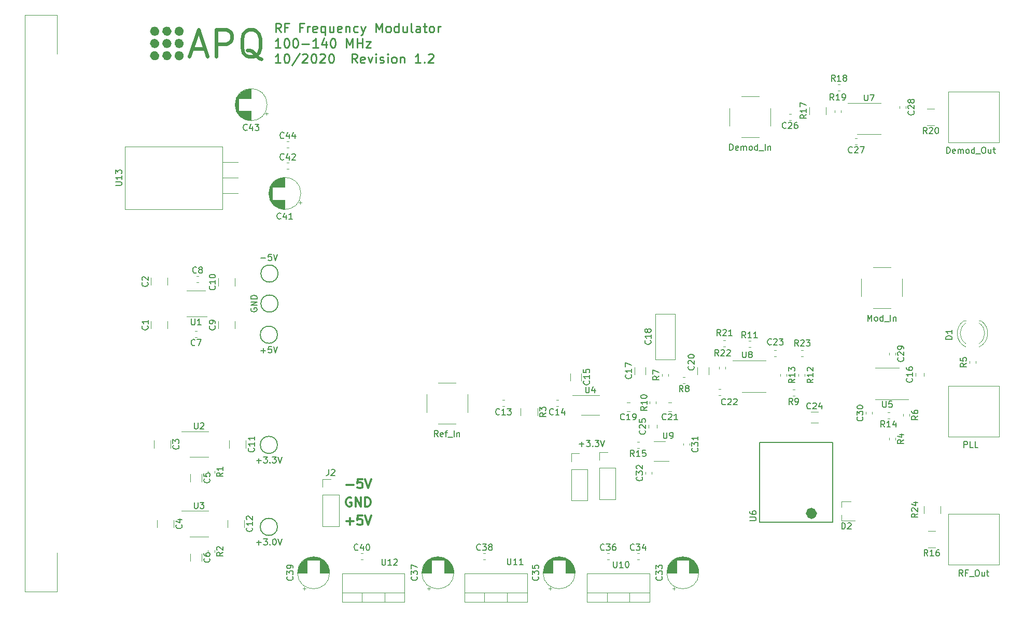
<source format=gbr>
G04 #@! TF.GenerationSoftware,KiCad,Pcbnew,(5.1.5)-3*
G04 #@! TF.CreationDate,2020-10-08T13:27:06+02:00*
G04 #@! TF.ProjectId,RF_frequency_modulator,52465f66-7265-4717-9565-6e63795f6d6f,1.2*
G04 #@! TF.SameCoordinates,Original*
G04 #@! TF.FileFunction,Legend,Top*
G04 #@! TF.FilePolarity,Positive*
%FSLAX46Y46*%
G04 Gerber Fmt 4.6, Leading zero omitted, Abs format (unit mm)*
G04 Created by KiCad (PCBNEW (5.1.5)-3) date 2020-10-08 13:27:06*
%MOMM*%
%LPD*%
G04 APERTURE LIST*
%ADD10C,0.300000*%
%ADD11C,0.150000*%
%ADD12C,0.250000*%
%ADD13C,0.120000*%
%ADD14C,1.000000*%
%ADD15C,0.600000*%
G04 APERTURE END LIST*
D10*
X132571428Y-130607142D02*
X133714285Y-130607142D01*
X133142857Y-131178571D02*
X133142857Y-130035714D01*
X135142857Y-129678571D02*
X134428571Y-129678571D01*
X134357142Y-130392857D01*
X134428571Y-130321428D01*
X134571428Y-130250000D01*
X134928571Y-130250000D01*
X135071428Y-130321428D01*
X135142857Y-130392857D01*
X135214285Y-130535714D01*
X135214285Y-130892857D01*
X135142857Y-131035714D01*
X135071428Y-131107142D01*
X134928571Y-131178571D01*
X134571428Y-131178571D01*
X134428571Y-131107142D01*
X134357142Y-131035714D01*
X135642857Y-129678571D02*
X136142857Y-131178571D01*
X136642857Y-129678571D01*
X133357142Y-126750000D02*
X133214285Y-126678571D01*
X133000000Y-126678571D01*
X132785714Y-126750000D01*
X132642857Y-126892857D01*
X132571428Y-127035714D01*
X132500000Y-127321428D01*
X132500000Y-127535714D01*
X132571428Y-127821428D01*
X132642857Y-127964285D01*
X132785714Y-128107142D01*
X133000000Y-128178571D01*
X133142857Y-128178571D01*
X133357142Y-128107142D01*
X133428571Y-128035714D01*
X133428571Y-127535714D01*
X133142857Y-127535714D01*
X134071428Y-128178571D02*
X134071428Y-126678571D01*
X134928571Y-128178571D01*
X134928571Y-126678571D01*
X135642857Y-128178571D02*
X135642857Y-126678571D01*
X136000000Y-126678571D01*
X136214285Y-126750000D01*
X136357142Y-126892857D01*
X136428571Y-127035714D01*
X136500000Y-127321428D01*
X136500000Y-127535714D01*
X136428571Y-127821428D01*
X136357142Y-127964285D01*
X136214285Y-128107142D01*
X136000000Y-128178571D01*
X135642857Y-128178571D01*
X132571428Y-124607142D02*
X133714285Y-124607142D01*
X135142857Y-123678571D02*
X134428571Y-123678571D01*
X134357142Y-124392857D01*
X134428571Y-124321428D01*
X134571428Y-124250000D01*
X134928571Y-124250000D01*
X135071428Y-124321428D01*
X135142857Y-124392857D01*
X135214285Y-124535714D01*
X135214285Y-124892857D01*
X135142857Y-125035714D01*
X135071428Y-125107142D01*
X134928571Y-125178571D01*
X134571428Y-125178571D01*
X134428571Y-125107142D01*
X134357142Y-125035714D01*
X135642857Y-123678571D02*
X136142857Y-125178571D01*
X136642857Y-123678571D01*
D11*
X170600000Y-117971428D02*
X171361904Y-117971428D01*
X170980952Y-118352380D02*
X170980952Y-117590476D01*
X171742857Y-117352380D02*
X172361904Y-117352380D01*
X172028571Y-117733333D01*
X172171428Y-117733333D01*
X172266666Y-117780952D01*
X172314285Y-117828571D01*
X172361904Y-117923809D01*
X172361904Y-118161904D01*
X172314285Y-118257142D01*
X172266666Y-118304761D01*
X172171428Y-118352380D01*
X171885714Y-118352380D01*
X171790476Y-118304761D01*
X171742857Y-118257142D01*
X172790476Y-118257142D02*
X172838095Y-118304761D01*
X172790476Y-118352380D01*
X172742857Y-118304761D01*
X172790476Y-118257142D01*
X172790476Y-118352380D01*
X173171428Y-117352380D02*
X173790476Y-117352380D01*
X173457142Y-117733333D01*
X173600000Y-117733333D01*
X173695238Y-117780952D01*
X173742857Y-117828571D01*
X173790476Y-117923809D01*
X173790476Y-118161904D01*
X173742857Y-118257142D01*
X173695238Y-118304761D01*
X173600000Y-118352380D01*
X173314285Y-118352380D01*
X173219047Y-118304761D01*
X173171428Y-118257142D01*
X174076190Y-117352380D02*
X174409523Y-118352380D01*
X174742857Y-117352380D01*
D12*
X121876785Y-50678571D02*
X121376785Y-49964285D01*
X121019642Y-50678571D02*
X121019642Y-49178571D01*
X121591071Y-49178571D01*
X121733928Y-49250000D01*
X121805357Y-49321428D01*
X121876785Y-49464285D01*
X121876785Y-49678571D01*
X121805357Y-49821428D01*
X121733928Y-49892857D01*
X121591071Y-49964285D01*
X121019642Y-49964285D01*
X123019642Y-49892857D02*
X122519642Y-49892857D01*
X122519642Y-50678571D02*
X122519642Y-49178571D01*
X123233928Y-49178571D01*
X125448214Y-49892857D02*
X124948214Y-49892857D01*
X124948214Y-50678571D02*
X124948214Y-49178571D01*
X125662500Y-49178571D01*
X126233928Y-50678571D02*
X126233928Y-49678571D01*
X126233928Y-49964285D02*
X126305357Y-49821428D01*
X126376785Y-49750000D01*
X126519642Y-49678571D01*
X126662500Y-49678571D01*
X127733928Y-50607142D02*
X127591071Y-50678571D01*
X127305357Y-50678571D01*
X127162500Y-50607142D01*
X127091071Y-50464285D01*
X127091071Y-49892857D01*
X127162500Y-49750000D01*
X127305357Y-49678571D01*
X127591071Y-49678571D01*
X127733928Y-49750000D01*
X127805357Y-49892857D01*
X127805357Y-50035714D01*
X127091071Y-50178571D01*
X129091071Y-49678571D02*
X129091071Y-51178571D01*
X129091071Y-50607142D02*
X128948214Y-50678571D01*
X128662500Y-50678571D01*
X128519642Y-50607142D01*
X128448214Y-50535714D01*
X128376785Y-50392857D01*
X128376785Y-49964285D01*
X128448214Y-49821428D01*
X128519642Y-49750000D01*
X128662500Y-49678571D01*
X128948214Y-49678571D01*
X129091071Y-49750000D01*
X130448214Y-49678571D02*
X130448214Y-50678571D01*
X129805357Y-49678571D02*
X129805357Y-50464285D01*
X129876785Y-50607142D01*
X130019642Y-50678571D01*
X130233928Y-50678571D01*
X130376785Y-50607142D01*
X130448214Y-50535714D01*
X131733928Y-50607142D02*
X131591071Y-50678571D01*
X131305357Y-50678571D01*
X131162500Y-50607142D01*
X131091071Y-50464285D01*
X131091071Y-49892857D01*
X131162500Y-49750000D01*
X131305357Y-49678571D01*
X131591071Y-49678571D01*
X131733928Y-49750000D01*
X131805357Y-49892857D01*
X131805357Y-50035714D01*
X131091071Y-50178571D01*
X132448214Y-49678571D02*
X132448214Y-50678571D01*
X132448214Y-49821428D02*
X132519642Y-49750000D01*
X132662500Y-49678571D01*
X132876785Y-49678571D01*
X133019642Y-49750000D01*
X133091071Y-49892857D01*
X133091071Y-50678571D01*
X134448214Y-50607142D02*
X134305357Y-50678571D01*
X134019642Y-50678571D01*
X133876785Y-50607142D01*
X133805357Y-50535714D01*
X133733928Y-50392857D01*
X133733928Y-49964285D01*
X133805357Y-49821428D01*
X133876785Y-49750000D01*
X134019642Y-49678571D01*
X134305357Y-49678571D01*
X134448214Y-49750000D01*
X134948214Y-49678571D02*
X135305357Y-50678571D01*
X135662500Y-49678571D02*
X135305357Y-50678571D01*
X135162500Y-51035714D01*
X135091071Y-51107142D01*
X134948214Y-51178571D01*
X137376785Y-50678571D02*
X137376785Y-49178571D01*
X137876785Y-50250000D01*
X138376785Y-49178571D01*
X138376785Y-50678571D01*
X139305357Y-50678571D02*
X139162500Y-50607142D01*
X139091071Y-50535714D01*
X139019642Y-50392857D01*
X139019642Y-49964285D01*
X139091071Y-49821428D01*
X139162500Y-49750000D01*
X139305357Y-49678571D01*
X139519642Y-49678571D01*
X139662500Y-49750000D01*
X139733928Y-49821428D01*
X139805357Y-49964285D01*
X139805357Y-50392857D01*
X139733928Y-50535714D01*
X139662500Y-50607142D01*
X139519642Y-50678571D01*
X139305357Y-50678571D01*
X141091071Y-50678571D02*
X141091071Y-49178571D01*
X141091071Y-50607142D02*
X140948214Y-50678571D01*
X140662500Y-50678571D01*
X140519642Y-50607142D01*
X140448214Y-50535714D01*
X140376785Y-50392857D01*
X140376785Y-49964285D01*
X140448214Y-49821428D01*
X140519642Y-49750000D01*
X140662500Y-49678571D01*
X140948214Y-49678571D01*
X141091071Y-49750000D01*
X142448214Y-49678571D02*
X142448214Y-50678571D01*
X141805357Y-49678571D02*
X141805357Y-50464285D01*
X141876785Y-50607142D01*
X142019642Y-50678571D01*
X142233928Y-50678571D01*
X142376785Y-50607142D01*
X142448214Y-50535714D01*
X143376785Y-50678571D02*
X143233928Y-50607142D01*
X143162500Y-50464285D01*
X143162500Y-49178571D01*
X144591071Y-50678571D02*
X144591071Y-49892857D01*
X144519642Y-49750000D01*
X144376785Y-49678571D01*
X144091071Y-49678571D01*
X143948214Y-49750000D01*
X144591071Y-50607142D02*
X144448214Y-50678571D01*
X144091071Y-50678571D01*
X143948214Y-50607142D01*
X143876785Y-50464285D01*
X143876785Y-50321428D01*
X143948214Y-50178571D01*
X144091071Y-50107142D01*
X144448214Y-50107142D01*
X144591071Y-50035714D01*
X145091071Y-49678571D02*
X145662500Y-49678571D01*
X145305357Y-49178571D02*
X145305357Y-50464285D01*
X145376785Y-50607142D01*
X145519642Y-50678571D01*
X145662500Y-50678571D01*
X146376785Y-50678571D02*
X146233928Y-50607142D01*
X146162500Y-50535714D01*
X146091071Y-50392857D01*
X146091071Y-49964285D01*
X146162500Y-49821428D01*
X146233928Y-49750000D01*
X146376785Y-49678571D01*
X146591071Y-49678571D01*
X146733928Y-49750000D01*
X146805357Y-49821428D01*
X146876785Y-49964285D01*
X146876785Y-50392857D01*
X146805357Y-50535714D01*
X146733928Y-50607142D01*
X146591071Y-50678571D01*
X146376785Y-50678571D01*
X147519642Y-50678571D02*
X147519642Y-49678571D01*
X147519642Y-49964285D02*
X147591071Y-49821428D01*
X147662500Y-49750000D01*
X147805357Y-49678571D01*
X147948214Y-49678571D01*
X121805357Y-53178571D02*
X120948214Y-53178571D01*
X121376785Y-53178571D02*
X121376785Y-51678571D01*
X121233928Y-51892857D01*
X121091071Y-52035714D01*
X120948214Y-52107142D01*
X122733928Y-51678571D02*
X122876785Y-51678571D01*
X123019642Y-51750000D01*
X123091071Y-51821428D01*
X123162500Y-51964285D01*
X123233928Y-52250000D01*
X123233928Y-52607142D01*
X123162500Y-52892857D01*
X123091071Y-53035714D01*
X123019642Y-53107142D01*
X122876785Y-53178571D01*
X122733928Y-53178571D01*
X122591071Y-53107142D01*
X122519642Y-53035714D01*
X122448214Y-52892857D01*
X122376785Y-52607142D01*
X122376785Y-52250000D01*
X122448214Y-51964285D01*
X122519642Y-51821428D01*
X122591071Y-51750000D01*
X122733928Y-51678571D01*
X124162500Y-51678571D02*
X124305357Y-51678571D01*
X124448214Y-51750000D01*
X124519642Y-51821428D01*
X124591071Y-51964285D01*
X124662500Y-52250000D01*
X124662500Y-52607142D01*
X124591071Y-52892857D01*
X124519642Y-53035714D01*
X124448214Y-53107142D01*
X124305357Y-53178571D01*
X124162500Y-53178571D01*
X124019642Y-53107142D01*
X123948214Y-53035714D01*
X123876785Y-52892857D01*
X123805357Y-52607142D01*
X123805357Y-52250000D01*
X123876785Y-51964285D01*
X123948214Y-51821428D01*
X124019642Y-51750000D01*
X124162500Y-51678571D01*
X125305357Y-52607142D02*
X126448214Y-52607142D01*
X127948214Y-53178571D02*
X127091071Y-53178571D01*
X127519642Y-53178571D02*
X127519642Y-51678571D01*
X127376785Y-51892857D01*
X127233928Y-52035714D01*
X127091071Y-52107142D01*
X129233928Y-52178571D02*
X129233928Y-53178571D01*
X128876785Y-51607142D02*
X128519642Y-52678571D01*
X129448214Y-52678571D01*
X130305357Y-51678571D02*
X130448214Y-51678571D01*
X130591071Y-51750000D01*
X130662500Y-51821428D01*
X130733928Y-51964285D01*
X130805357Y-52250000D01*
X130805357Y-52607142D01*
X130733928Y-52892857D01*
X130662500Y-53035714D01*
X130591071Y-53107142D01*
X130448214Y-53178571D01*
X130305357Y-53178571D01*
X130162500Y-53107142D01*
X130091071Y-53035714D01*
X130019642Y-52892857D01*
X129948214Y-52607142D01*
X129948214Y-52250000D01*
X130019642Y-51964285D01*
X130091071Y-51821428D01*
X130162500Y-51750000D01*
X130305357Y-51678571D01*
X132591071Y-53178571D02*
X132591071Y-51678571D01*
X133091071Y-52750000D01*
X133591071Y-51678571D01*
X133591071Y-53178571D01*
X134305357Y-53178571D02*
X134305357Y-51678571D01*
X134305357Y-52392857D02*
X135162500Y-52392857D01*
X135162500Y-53178571D02*
X135162500Y-51678571D01*
X135733928Y-52178571D02*
X136519642Y-52178571D01*
X135733928Y-53178571D01*
X136519642Y-53178571D01*
X121805357Y-55678571D02*
X120948214Y-55678571D01*
X121376785Y-55678571D02*
X121376785Y-54178571D01*
X121233928Y-54392857D01*
X121091071Y-54535714D01*
X120948214Y-54607142D01*
X122733928Y-54178571D02*
X122876785Y-54178571D01*
X123019642Y-54250000D01*
X123091071Y-54321428D01*
X123162500Y-54464285D01*
X123233928Y-54750000D01*
X123233928Y-55107142D01*
X123162500Y-55392857D01*
X123091071Y-55535714D01*
X123019642Y-55607142D01*
X122876785Y-55678571D01*
X122733928Y-55678571D01*
X122591071Y-55607142D01*
X122519642Y-55535714D01*
X122448214Y-55392857D01*
X122376785Y-55107142D01*
X122376785Y-54750000D01*
X122448214Y-54464285D01*
X122519642Y-54321428D01*
X122591071Y-54250000D01*
X122733928Y-54178571D01*
X124948214Y-54107142D02*
X123662500Y-56035714D01*
X125376785Y-54321428D02*
X125448214Y-54250000D01*
X125591071Y-54178571D01*
X125948214Y-54178571D01*
X126091071Y-54250000D01*
X126162500Y-54321428D01*
X126233928Y-54464285D01*
X126233928Y-54607142D01*
X126162500Y-54821428D01*
X125305357Y-55678571D01*
X126233928Y-55678571D01*
X127162500Y-54178571D02*
X127305357Y-54178571D01*
X127448214Y-54250000D01*
X127519642Y-54321428D01*
X127591071Y-54464285D01*
X127662500Y-54750000D01*
X127662500Y-55107142D01*
X127591071Y-55392857D01*
X127519642Y-55535714D01*
X127448214Y-55607142D01*
X127305357Y-55678571D01*
X127162500Y-55678571D01*
X127019642Y-55607142D01*
X126948214Y-55535714D01*
X126876785Y-55392857D01*
X126805357Y-55107142D01*
X126805357Y-54750000D01*
X126876785Y-54464285D01*
X126948214Y-54321428D01*
X127019642Y-54250000D01*
X127162500Y-54178571D01*
X128233928Y-54321428D02*
X128305357Y-54250000D01*
X128448214Y-54178571D01*
X128805357Y-54178571D01*
X128948214Y-54250000D01*
X129019642Y-54321428D01*
X129091071Y-54464285D01*
X129091071Y-54607142D01*
X129019642Y-54821428D01*
X128162500Y-55678571D01*
X129091071Y-55678571D01*
X130019642Y-54178571D02*
X130162500Y-54178571D01*
X130305357Y-54250000D01*
X130376785Y-54321428D01*
X130448214Y-54464285D01*
X130519642Y-54750000D01*
X130519642Y-55107142D01*
X130448214Y-55392857D01*
X130376785Y-55535714D01*
X130305357Y-55607142D01*
X130162500Y-55678571D01*
X130019642Y-55678571D01*
X129876785Y-55607142D01*
X129805357Y-55535714D01*
X129733928Y-55392857D01*
X129662500Y-55107142D01*
X129662500Y-54750000D01*
X129733928Y-54464285D01*
X129805357Y-54321428D01*
X129876785Y-54250000D01*
X130019642Y-54178571D01*
X134305357Y-55678571D02*
X133805357Y-54964285D01*
X133448214Y-55678571D02*
X133448214Y-54178571D01*
X134019642Y-54178571D01*
X134162500Y-54250000D01*
X134233928Y-54321428D01*
X134305357Y-54464285D01*
X134305357Y-54678571D01*
X134233928Y-54821428D01*
X134162500Y-54892857D01*
X134019642Y-54964285D01*
X133448214Y-54964285D01*
X135519642Y-55607142D02*
X135376785Y-55678571D01*
X135091071Y-55678571D01*
X134948214Y-55607142D01*
X134876785Y-55464285D01*
X134876785Y-54892857D01*
X134948214Y-54750000D01*
X135091071Y-54678571D01*
X135376785Y-54678571D01*
X135519642Y-54750000D01*
X135591071Y-54892857D01*
X135591071Y-55035714D01*
X134876785Y-55178571D01*
X136091071Y-54678571D02*
X136448214Y-55678571D01*
X136805357Y-54678571D01*
X137376785Y-55678571D02*
X137376785Y-54678571D01*
X137376785Y-54178571D02*
X137305357Y-54250000D01*
X137376785Y-54321428D01*
X137448214Y-54250000D01*
X137376785Y-54178571D01*
X137376785Y-54321428D01*
X138019642Y-55607142D02*
X138162500Y-55678571D01*
X138448214Y-55678571D01*
X138591071Y-55607142D01*
X138662500Y-55464285D01*
X138662500Y-55392857D01*
X138591071Y-55250000D01*
X138448214Y-55178571D01*
X138233928Y-55178571D01*
X138091071Y-55107142D01*
X138019642Y-54964285D01*
X138019642Y-54892857D01*
X138091071Y-54750000D01*
X138233928Y-54678571D01*
X138448214Y-54678571D01*
X138591071Y-54750000D01*
X139305357Y-55678571D02*
X139305357Y-54678571D01*
X139305357Y-54178571D02*
X139233928Y-54250000D01*
X139305357Y-54321428D01*
X139376785Y-54250000D01*
X139305357Y-54178571D01*
X139305357Y-54321428D01*
X140233928Y-55678571D02*
X140091071Y-55607142D01*
X140019642Y-55535714D01*
X139948214Y-55392857D01*
X139948214Y-54964285D01*
X140019642Y-54821428D01*
X140091071Y-54750000D01*
X140233928Y-54678571D01*
X140448214Y-54678571D01*
X140591071Y-54750000D01*
X140662500Y-54821428D01*
X140733928Y-54964285D01*
X140733928Y-55392857D01*
X140662500Y-55535714D01*
X140591071Y-55607142D01*
X140448214Y-55678571D01*
X140233928Y-55678571D01*
X141376785Y-54678571D02*
X141376785Y-55678571D01*
X141376785Y-54821428D02*
X141448214Y-54750000D01*
X141591071Y-54678571D01*
X141805357Y-54678571D01*
X141948214Y-54750000D01*
X142019642Y-54892857D01*
X142019642Y-55678571D01*
X144662500Y-55678571D02*
X143805357Y-55678571D01*
X144233928Y-55678571D02*
X144233928Y-54178571D01*
X144091071Y-54392857D01*
X143948214Y-54535714D01*
X143805357Y-54607142D01*
X145305357Y-55535714D02*
X145376785Y-55607142D01*
X145305357Y-55678571D01*
X145233928Y-55607142D01*
X145305357Y-55535714D01*
X145305357Y-55678571D01*
X145948214Y-54321428D02*
X146019642Y-54250000D01*
X146162500Y-54178571D01*
X146519642Y-54178571D01*
X146662500Y-54250000D01*
X146733928Y-54321428D01*
X146805357Y-54464285D01*
X146805357Y-54607142D01*
X146733928Y-54821428D01*
X145876785Y-55678571D01*
X146805357Y-55678571D01*
D13*
X217900000Y-62240000D02*
X214450000Y-62240000D01*
X217900000Y-62240000D02*
X219850000Y-62240000D01*
X217900000Y-67360000D02*
X215950000Y-67360000D01*
X217900000Y-67360000D02*
X219850000Y-67360000D01*
X85340000Y-142067000D02*
X85340000Y-135717000D01*
X85340000Y-142067000D02*
X80040000Y-142067000D01*
X80040000Y-142067000D02*
X80040000Y-47833000D01*
X80040000Y-47833000D02*
X85340000Y-47833000D01*
X85340000Y-47833000D02*
X85340000Y-54183000D01*
X103360000Y-99102064D02*
X103360000Y-97897936D01*
X100640000Y-99102064D02*
X100640000Y-97897936D01*
X100640000Y-92002064D02*
X100640000Y-90797936D01*
X103360000Y-92002064D02*
X103360000Y-90797936D01*
X103860000Y-117397936D02*
X103860000Y-118602064D01*
X101140000Y-117397936D02*
X101140000Y-118602064D01*
X101640000Y-130397936D02*
X101640000Y-131602064D01*
X104360000Y-130397936D02*
X104360000Y-131602064D01*
X108910000Y-122897936D02*
X108910000Y-124102064D01*
X107090000Y-122897936D02*
X107090000Y-124102064D01*
X107090000Y-135897936D02*
X107090000Y-137102064D01*
X108910000Y-135897936D02*
X108910000Y-137102064D01*
X108162779Y-99490000D02*
X107837221Y-99490000D01*
X108162779Y-100510000D02*
X107837221Y-100510000D01*
X108087221Y-90490000D02*
X108412779Y-90490000D01*
X108087221Y-91510000D02*
X108412779Y-91510000D01*
X111640000Y-99102064D02*
X111640000Y-97897936D01*
X114360000Y-99102064D02*
X114360000Y-97897936D01*
X114360000Y-92102064D02*
X114360000Y-90897936D01*
X111640000Y-92102064D02*
X111640000Y-90897936D01*
X113440000Y-117397936D02*
X113440000Y-118602064D01*
X116160000Y-117397936D02*
X116160000Y-118602064D01*
X115860000Y-130397936D02*
X115860000Y-131602064D01*
X113140000Y-130397936D02*
X113140000Y-131602064D01*
X158362779Y-110790000D02*
X158037221Y-110790000D01*
X158362779Y-111810000D02*
X158037221Y-111810000D01*
X167162779Y-111810000D02*
X166837221Y-111810000D01*
X167162779Y-110790000D02*
X166837221Y-110790000D01*
X170910000Y-106397936D02*
X170910000Y-107602064D01*
X169090000Y-106397936D02*
X169090000Y-107602064D01*
X225490000Y-106858578D02*
X225490000Y-106341422D01*
X226910000Y-106858578D02*
X226910000Y-106341422D01*
X179590000Y-106602064D02*
X179590000Y-105397936D01*
X181410000Y-106602064D02*
X181410000Y-105397936D01*
X182980000Y-96680000D02*
X186220000Y-96680000D01*
X182980000Y-104120000D02*
X186220000Y-104120000D01*
X186220000Y-104120000D02*
X186220000Y-96680000D01*
X182980000Y-104120000D02*
X182980000Y-96680000D01*
X178858578Y-112610000D02*
X178341422Y-112610000D01*
X178858578Y-111190000D02*
X178341422Y-111190000D01*
X191710000Y-106602064D02*
X191710000Y-105397936D01*
X189890000Y-106602064D02*
X189890000Y-105397936D01*
X185658578Y-111190000D02*
X185141422Y-111190000D01*
X185658578Y-112610000D02*
X185141422Y-112610000D01*
X193337221Y-110010000D02*
X193662779Y-110010000D01*
X193337221Y-108990000D02*
X193662779Y-108990000D01*
X202762779Y-103610000D02*
X202437221Y-103610000D01*
X202762779Y-102590000D02*
X202437221Y-102590000D01*
X208397936Y-114510000D02*
X209602064Y-114510000D01*
X208397936Y-112690000D02*
X209602064Y-112690000D01*
X183310000Y-115358578D02*
X183310000Y-114841422D01*
X181890000Y-115358578D02*
X181890000Y-114841422D01*
X205162779Y-63990000D02*
X204837221Y-63990000D01*
X205162779Y-65010000D02*
X204837221Y-65010000D01*
X215962779Y-69010000D02*
X215637221Y-69010000D01*
X215962779Y-67990000D02*
X215637221Y-67990000D01*
X222890000Y-62737221D02*
X222890000Y-63062779D01*
X223910000Y-62737221D02*
X223910000Y-63062779D01*
X222210000Y-103037221D02*
X222210000Y-103362779D01*
X221190000Y-103037221D02*
X221190000Y-103362779D01*
X218410000Y-113062779D02*
X218410000Y-112737221D01*
X217390000Y-113062779D02*
X217390000Y-112737221D01*
X182410000Y-122862779D02*
X182410000Y-122537221D01*
X181390000Y-122862779D02*
X181390000Y-122537221D01*
X190120000Y-139000000D02*
G75*
G03X190120000Y-139000000I-2620000J0D01*
G01*
X188540000Y-139000000D02*
X190080000Y-139000000D01*
X184920000Y-139000000D02*
X186460000Y-139000000D01*
X188540000Y-138960000D02*
X190080000Y-138960000D01*
X184920000Y-138960000D02*
X186460000Y-138960000D01*
X184921000Y-138920000D02*
X186460000Y-138920000D01*
X188540000Y-138920000D02*
X190079000Y-138920000D01*
X184922000Y-138880000D02*
X186460000Y-138880000D01*
X188540000Y-138880000D02*
X190078000Y-138880000D01*
X184924000Y-138840000D02*
X186460000Y-138840000D01*
X188540000Y-138840000D02*
X190076000Y-138840000D01*
X184927000Y-138800000D02*
X186460000Y-138800000D01*
X188540000Y-138800000D02*
X190073000Y-138800000D01*
X184931000Y-138760000D02*
X186460000Y-138760000D01*
X188540000Y-138760000D02*
X190069000Y-138760000D01*
X184935000Y-138720000D02*
X186460000Y-138720000D01*
X188540000Y-138720000D02*
X190065000Y-138720000D01*
X184939000Y-138680000D02*
X186460000Y-138680000D01*
X188540000Y-138680000D02*
X190061000Y-138680000D01*
X184944000Y-138640000D02*
X186460000Y-138640000D01*
X188540000Y-138640000D02*
X190056000Y-138640000D01*
X184950000Y-138600000D02*
X186460000Y-138600000D01*
X188540000Y-138600000D02*
X190050000Y-138600000D01*
X184957000Y-138560000D02*
X186460000Y-138560000D01*
X188540000Y-138560000D02*
X190043000Y-138560000D01*
X184964000Y-138520000D02*
X186460000Y-138520000D01*
X188540000Y-138520000D02*
X190036000Y-138520000D01*
X184972000Y-138480000D02*
X186460000Y-138480000D01*
X188540000Y-138480000D02*
X190028000Y-138480000D01*
X184980000Y-138440000D02*
X186460000Y-138440000D01*
X188540000Y-138440000D02*
X190020000Y-138440000D01*
X184989000Y-138400000D02*
X186460000Y-138400000D01*
X188540000Y-138400000D02*
X190011000Y-138400000D01*
X184999000Y-138360000D02*
X186460000Y-138360000D01*
X188540000Y-138360000D02*
X190001000Y-138360000D01*
X185009000Y-138320000D02*
X186460000Y-138320000D01*
X188540000Y-138320000D02*
X189991000Y-138320000D01*
X185020000Y-138279000D02*
X186460000Y-138279000D01*
X188540000Y-138279000D02*
X189980000Y-138279000D01*
X185032000Y-138239000D02*
X186460000Y-138239000D01*
X188540000Y-138239000D02*
X189968000Y-138239000D01*
X185045000Y-138199000D02*
X186460000Y-138199000D01*
X188540000Y-138199000D02*
X189955000Y-138199000D01*
X185058000Y-138159000D02*
X186460000Y-138159000D01*
X188540000Y-138159000D02*
X189942000Y-138159000D01*
X185072000Y-138119000D02*
X186460000Y-138119000D01*
X188540000Y-138119000D02*
X189928000Y-138119000D01*
X185086000Y-138079000D02*
X186460000Y-138079000D01*
X188540000Y-138079000D02*
X189914000Y-138079000D01*
X185102000Y-138039000D02*
X186460000Y-138039000D01*
X188540000Y-138039000D02*
X189898000Y-138039000D01*
X185118000Y-137999000D02*
X186460000Y-137999000D01*
X188540000Y-137999000D02*
X189882000Y-137999000D01*
X185135000Y-137959000D02*
X186460000Y-137959000D01*
X188540000Y-137959000D02*
X189865000Y-137959000D01*
X185152000Y-137919000D02*
X186460000Y-137919000D01*
X188540000Y-137919000D02*
X189848000Y-137919000D01*
X185171000Y-137879000D02*
X186460000Y-137879000D01*
X188540000Y-137879000D02*
X189829000Y-137879000D01*
X185190000Y-137839000D02*
X186460000Y-137839000D01*
X188540000Y-137839000D02*
X189810000Y-137839000D01*
X185210000Y-137799000D02*
X186460000Y-137799000D01*
X188540000Y-137799000D02*
X189790000Y-137799000D01*
X185232000Y-137759000D02*
X186460000Y-137759000D01*
X188540000Y-137759000D02*
X189768000Y-137759000D01*
X185253000Y-137719000D02*
X186460000Y-137719000D01*
X188540000Y-137719000D02*
X189747000Y-137719000D01*
X185276000Y-137679000D02*
X186460000Y-137679000D01*
X188540000Y-137679000D02*
X189724000Y-137679000D01*
X185300000Y-137639000D02*
X186460000Y-137639000D01*
X188540000Y-137639000D02*
X189700000Y-137639000D01*
X185325000Y-137599000D02*
X186460000Y-137599000D01*
X188540000Y-137599000D02*
X189675000Y-137599000D01*
X185351000Y-137559000D02*
X186460000Y-137559000D01*
X188540000Y-137559000D02*
X189649000Y-137559000D01*
X185378000Y-137519000D02*
X186460000Y-137519000D01*
X188540000Y-137519000D02*
X189622000Y-137519000D01*
X185405000Y-137479000D02*
X186460000Y-137479000D01*
X188540000Y-137479000D02*
X189595000Y-137479000D01*
X185435000Y-137439000D02*
X186460000Y-137439000D01*
X188540000Y-137439000D02*
X189565000Y-137439000D01*
X185465000Y-137399000D02*
X186460000Y-137399000D01*
X188540000Y-137399000D02*
X189535000Y-137399000D01*
X185496000Y-137359000D02*
X186460000Y-137359000D01*
X188540000Y-137359000D02*
X189504000Y-137359000D01*
X185529000Y-137319000D02*
X186460000Y-137319000D01*
X188540000Y-137319000D02*
X189471000Y-137319000D01*
X185563000Y-137279000D02*
X186460000Y-137279000D01*
X188540000Y-137279000D02*
X189437000Y-137279000D01*
X185599000Y-137239000D02*
X186460000Y-137239000D01*
X188540000Y-137239000D02*
X189401000Y-137239000D01*
X185636000Y-137199000D02*
X186460000Y-137199000D01*
X188540000Y-137199000D02*
X189364000Y-137199000D01*
X185674000Y-137159000D02*
X186460000Y-137159000D01*
X188540000Y-137159000D02*
X189326000Y-137159000D01*
X185715000Y-137119000D02*
X186460000Y-137119000D01*
X188540000Y-137119000D02*
X189285000Y-137119000D01*
X185757000Y-137079000D02*
X186460000Y-137079000D01*
X188540000Y-137079000D02*
X189243000Y-137079000D01*
X185801000Y-137039000D02*
X186460000Y-137039000D01*
X188540000Y-137039000D02*
X189199000Y-137039000D01*
X185847000Y-136999000D02*
X186460000Y-136999000D01*
X188540000Y-136999000D02*
X189153000Y-136999000D01*
X185895000Y-136959000D02*
X189105000Y-136959000D01*
X185946000Y-136919000D02*
X189054000Y-136919000D01*
X186000000Y-136879000D02*
X189000000Y-136879000D01*
X186057000Y-136839000D02*
X188943000Y-136839000D01*
X186117000Y-136799000D02*
X188883000Y-136799000D01*
X186181000Y-136759000D02*
X188819000Y-136759000D01*
X186249000Y-136719000D02*
X188751000Y-136719000D01*
X186322000Y-136679000D02*
X188678000Y-136679000D01*
X186402000Y-136639000D02*
X188598000Y-136639000D01*
X186489000Y-136599000D02*
X188511000Y-136599000D01*
X186585000Y-136559000D02*
X188415000Y-136559000D01*
X186695000Y-136519000D02*
X188305000Y-136519000D01*
X186823000Y-136479000D02*
X188177000Y-136479000D01*
X186982000Y-136439000D02*
X188018000Y-136439000D01*
X187216000Y-136399000D02*
X187784000Y-136399000D01*
X186025000Y-141804775D02*
X186025000Y-141304775D01*
X185775000Y-141554775D02*
X186275000Y-141554775D01*
X180037221Y-136810000D02*
X180362779Y-136810000D01*
X180037221Y-135790000D02*
X180362779Y-135790000D01*
X165575000Y-141554775D02*
X166075000Y-141554775D01*
X165825000Y-141804775D02*
X165825000Y-141304775D01*
X167016000Y-136399000D02*
X167584000Y-136399000D01*
X166782000Y-136439000D02*
X167818000Y-136439000D01*
X166623000Y-136479000D02*
X167977000Y-136479000D01*
X166495000Y-136519000D02*
X168105000Y-136519000D01*
X166385000Y-136559000D02*
X168215000Y-136559000D01*
X166289000Y-136599000D02*
X168311000Y-136599000D01*
X166202000Y-136639000D02*
X168398000Y-136639000D01*
X166122000Y-136679000D02*
X168478000Y-136679000D01*
X166049000Y-136719000D02*
X168551000Y-136719000D01*
X165981000Y-136759000D02*
X168619000Y-136759000D01*
X165917000Y-136799000D02*
X168683000Y-136799000D01*
X165857000Y-136839000D02*
X168743000Y-136839000D01*
X165800000Y-136879000D02*
X168800000Y-136879000D01*
X165746000Y-136919000D02*
X168854000Y-136919000D01*
X165695000Y-136959000D02*
X168905000Y-136959000D01*
X168340000Y-136999000D02*
X168953000Y-136999000D01*
X165647000Y-136999000D02*
X166260000Y-136999000D01*
X168340000Y-137039000D02*
X168999000Y-137039000D01*
X165601000Y-137039000D02*
X166260000Y-137039000D01*
X168340000Y-137079000D02*
X169043000Y-137079000D01*
X165557000Y-137079000D02*
X166260000Y-137079000D01*
X168340000Y-137119000D02*
X169085000Y-137119000D01*
X165515000Y-137119000D02*
X166260000Y-137119000D01*
X168340000Y-137159000D02*
X169126000Y-137159000D01*
X165474000Y-137159000D02*
X166260000Y-137159000D01*
X168340000Y-137199000D02*
X169164000Y-137199000D01*
X165436000Y-137199000D02*
X166260000Y-137199000D01*
X168340000Y-137239000D02*
X169201000Y-137239000D01*
X165399000Y-137239000D02*
X166260000Y-137239000D01*
X168340000Y-137279000D02*
X169237000Y-137279000D01*
X165363000Y-137279000D02*
X166260000Y-137279000D01*
X168340000Y-137319000D02*
X169271000Y-137319000D01*
X165329000Y-137319000D02*
X166260000Y-137319000D01*
X168340000Y-137359000D02*
X169304000Y-137359000D01*
X165296000Y-137359000D02*
X166260000Y-137359000D01*
X168340000Y-137399000D02*
X169335000Y-137399000D01*
X165265000Y-137399000D02*
X166260000Y-137399000D01*
X168340000Y-137439000D02*
X169365000Y-137439000D01*
X165235000Y-137439000D02*
X166260000Y-137439000D01*
X168340000Y-137479000D02*
X169395000Y-137479000D01*
X165205000Y-137479000D02*
X166260000Y-137479000D01*
X168340000Y-137519000D02*
X169422000Y-137519000D01*
X165178000Y-137519000D02*
X166260000Y-137519000D01*
X168340000Y-137559000D02*
X169449000Y-137559000D01*
X165151000Y-137559000D02*
X166260000Y-137559000D01*
X168340000Y-137599000D02*
X169475000Y-137599000D01*
X165125000Y-137599000D02*
X166260000Y-137599000D01*
X168340000Y-137639000D02*
X169500000Y-137639000D01*
X165100000Y-137639000D02*
X166260000Y-137639000D01*
X168340000Y-137679000D02*
X169524000Y-137679000D01*
X165076000Y-137679000D02*
X166260000Y-137679000D01*
X168340000Y-137719000D02*
X169547000Y-137719000D01*
X165053000Y-137719000D02*
X166260000Y-137719000D01*
X168340000Y-137759000D02*
X169568000Y-137759000D01*
X165032000Y-137759000D02*
X166260000Y-137759000D01*
X168340000Y-137799000D02*
X169590000Y-137799000D01*
X165010000Y-137799000D02*
X166260000Y-137799000D01*
X168340000Y-137839000D02*
X169610000Y-137839000D01*
X164990000Y-137839000D02*
X166260000Y-137839000D01*
X168340000Y-137879000D02*
X169629000Y-137879000D01*
X164971000Y-137879000D02*
X166260000Y-137879000D01*
X168340000Y-137919000D02*
X169648000Y-137919000D01*
X164952000Y-137919000D02*
X166260000Y-137919000D01*
X168340000Y-137959000D02*
X169665000Y-137959000D01*
X164935000Y-137959000D02*
X166260000Y-137959000D01*
X168340000Y-137999000D02*
X169682000Y-137999000D01*
X164918000Y-137999000D02*
X166260000Y-137999000D01*
X168340000Y-138039000D02*
X169698000Y-138039000D01*
X164902000Y-138039000D02*
X166260000Y-138039000D01*
X168340000Y-138079000D02*
X169714000Y-138079000D01*
X164886000Y-138079000D02*
X166260000Y-138079000D01*
X168340000Y-138119000D02*
X169728000Y-138119000D01*
X164872000Y-138119000D02*
X166260000Y-138119000D01*
X168340000Y-138159000D02*
X169742000Y-138159000D01*
X164858000Y-138159000D02*
X166260000Y-138159000D01*
X168340000Y-138199000D02*
X169755000Y-138199000D01*
X164845000Y-138199000D02*
X166260000Y-138199000D01*
X168340000Y-138239000D02*
X169768000Y-138239000D01*
X164832000Y-138239000D02*
X166260000Y-138239000D01*
X168340000Y-138279000D02*
X169780000Y-138279000D01*
X164820000Y-138279000D02*
X166260000Y-138279000D01*
X168340000Y-138320000D02*
X169791000Y-138320000D01*
X164809000Y-138320000D02*
X166260000Y-138320000D01*
X168340000Y-138360000D02*
X169801000Y-138360000D01*
X164799000Y-138360000D02*
X166260000Y-138360000D01*
X168340000Y-138400000D02*
X169811000Y-138400000D01*
X164789000Y-138400000D02*
X166260000Y-138400000D01*
X168340000Y-138440000D02*
X169820000Y-138440000D01*
X164780000Y-138440000D02*
X166260000Y-138440000D01*
X168340000Y-138480000D02*
X169828000Y-138480000D01*
X164772000Y-138480000D02*
X166260000Y-138480000D01*
X168340000Y-138520000D02*
X169836000Y-138520000D01*
X164764000Y-138520000D02*
X166260000Y-138520000D01*
X168340000Y-138560000D02*
X169843000Y-138560000D01*
X164757000Y-138560000D02*
X166260000Y-138560000D01*
X168340000Y-138600000D02*
X169850000Y-138600000D01*
X164750000Y-138600000D02*
X166260000Y-138600000D01*
X168340000Y-138640000D02*
X169856000Y-138640000D01*
X164744000Y-138640000D02*
X166260000Y-138640000D01*
X168340000Y-138680000D02*
X169861000Y-138680000D01*
X164739000Y-138680000D02*
X166260000Y-138680000D01*
X168340000Y-138720000D02*
X169865000Y-138720000D01*
X164735000Y-138720000D02*
X166260000Y-138720000D01*
X168340000Y-138760000D02*
X169869000Y-138760000D01*
X164731000Y-138760000D02*
X166260000Y-138760000D01*
X168340000Y-138800000D02*
X169873000Y-138800000D01*
X164727000Y-138800000D02*
X166260000Y-138800000D01*
X168340000Y-138840000D02*
X169876000Y-138840000D01*
X164724000Y-138840000D02*
X166260000Y-138840000D01*
X168340000Y-138880000D02*
X169878000Y-138880000D01*
X164722000Y-138880000D02*
X166260000Y-138880000D01*
X168340000Y-138920000D02*
X169879000Y-138920000D01*
X164721000Y-138920000D02*
X166260000Y-138920000D01*
X164720000Y-138960000D02*
X166260000Y-138960000D01*
X168340000Y-138960000D02*
X169880000Y-138960000D01*
X164720000Y-139000000D02*
X166260000Y-139000000D01*
X168340000Y-139000000D02*
X169880000Y-139000000D01*
X169920000Y-139000000D02*
G75*
G03X169920000Y-139000000I-2620000J0D01*
G01*
X175137221Y-135790000D02*
X175462779Y-135790000D01*
X175137221Y-136810000D02*
X175462779Y-136810000D01*
X150120000Y-139000000D02*
G75*
G03X150120000Y-139000000I-2620000J0D01*
G01*
X148540000Y-139000000D02*
X150080000Y-139000000D01*
X144920000Y-139000000D02*
X146460000Y-139000000D01*
X148540000Y-138960000D02*
X150080000Y-138960000D01*
X144920000Y-138960000D02*
X146460000Y-138960000D01*
X144921000Y-138920000D02*
X146460000Y-138920000D01*
X148540000Y-138920000D02*
X150079000Y-138920000D01*
X144922000Y-138880000D02*
X146460000Y-138880000D01*
X148540000Y-138880000D02*
X150078000Y-138880000D01*
X144924000Y-138840000D02*
X146460000Y-138840000D01*
X148540000Y-138840000D02*
X150076000Y-138840000D01*
X144927000Y-138800000D02*
X146460000Y-138800000D01*
X148540000Y-138800000D02*
X150073000Y-138800000D01*
X144931000Y-138760000D02*
X146460000Y-138760000D01*
X148540000Y-138760000D02*
X150069000Y-138760000D01*
X144935000Y-138720000D02*
X146460000Y-138720000D01*
X148540000Y-138720000D02*
X150065000Y-138720000D01*
X144939000Y-138680000D02*
X146460000Y-138680000D01*
X148540000Y-138680000D02*
X150061000Y-138680000D01*
X144944000Y-138640000D02*
X146460000Y-138640000D01*
X148540000Y-138640000D02*
X150056000Y-138640000D01*
X144950000Y-138600000D02*
X146460000Y-138600000D01*
X148540000Y-138600000D02*
X150050000Y-138600000D01*
X144957000Y-138560000D02*
X146460000Y-138560000D01*
X148540000Y-138560000D02*
X150043000Y-138560000D01*
X144964000Y-138520000D02*
X146460000Y-138520000D01*
X148540000Y-138520000D02*
X150036000Y-138520000D01*
X144972000Y-138480000D02*
X146460000Y-138480000D01*
X148540000Y-138480000D02*
X150028000Y-138480000D01*
X144980000Y-138440000D02*
X146460000Y-138440000D01*
X148540000Y-138440000D02*
X150020000Y-138440000D01*
X144989000Y-138400000D02*
X146460000Y-138400000D01*
X148540000Y-138400000D02*
X150011000Y-138400000D01*
X144999000Y-138360000D02*
X146460000Y-138360000D01*
X148540000Y-138360000D02*
X150001000Y-138360000D01*
X145009000Y-138320000D02*
X146460000Y-138320000D01*
X148540000Y-138320000D02*
X149991000Y-138320000D01*
X145020000Y-138279000D02*
X146460000Y-138279000D01*
X148540000Y-138279000D02*
X149980000Y-138279000D01*
X145032000Y-138239000D02*
X146460000Y-138239000D01*
X148540000Y-138239000D02*
X149968000Y-138239000D01*
X145045000Y-138199000D02*
X146460000Y-138199000D01*
X148540000Y-138199000D02*
X149955000Y-138199000D01*
X145058000Y-138159000D02*
X146460000Y-138159000D01*
X148540000Y-138159000D02*
X149942000Y-138159000D01*
X145072000Y-138119000D02*
X146460000Y-138119000D01*
X148540000Y-138119000D02*
X149928000Y-138119000D01*
X145086000Y-138079000D02*
X146460000Y-138079000D01*
X148540000Y-138079000D02*
X149914000Y-138079000D01*
X145102000Y-138039000D02*
X146460000Y-138039000D01*
X148540000Y-138039000D02*
X149898000Y-138039000D01*
X145118000Y-137999000D02*
X146460000Y-137999000D01*
X148540000Y-137999000D02*
X149882000Y-137999000D01*
X145135000Y-137959000D02*
X146460000Y-137959000D01*
X148540000Y-137959000D02*
X149865000Y-137959000D01*
X145152000Y-137919000D02*
X146460000Y-137919000D01*
X148540000Y-137919000D02*
X149848000Y-137919000D01*
X145171000Y-137879000D02*
X146460000Y-137879000D01*
X148540000Y-137879000D02*
X149829000Y-137879000D01*
X145190000Y-137839000D02*
X146460000Y-137839000D01*
X148540000Y-137839000D02*
X149810000Y-137839000D01*
X145210000Y-137799000D02*
X146460000Y-137799000D01*
X148540000Y-137799000D02*
X149790000Y-137799000D01*
X145232000Y-137759000D02*
X146460000Y-137759000D01*
X148540000Y-137759000D02*
X149768000Y-137759000D01*
X145253000Y-137719000D02*
X146460000Y-137719000D01*
X148540000Y-137719000D02*
X149747000Y-137719000D01*
X145276000Y-137679000D02*
X146460000Y-137679000D01*
X148540000Y-137679000D02*
X149724000Y-137679000D01*
X145300000Y-137639000D02*
X146460000Y-137639000D01*
X148540000Y-137639000D02*
X149700000Y-137639000D01*
X145325000Y-137599000D02*
X146460000Y-137599000D01*
X148540000Y-137599000D02*
X149675000Y-137599000D01*
X145351000Y-137559000D02*
X146460000Y-137559000D01*
X148540000Y-137559000D02*
X149649000Y-137559000D01*
X145378000Y-137519000D02*
X146460000Y-137519000D01*
X148540000Y-137519000D02*
X149622000Y-137519000D01*
X145405000Y-137479000D02*
X146460000Y-137479000D01*
X148540000Y-137479000D02*
X149595000Y-137479000D01*
X145435000Y-137439000D02*
X146460000Y-137439000D01*
X148540000Y-137439000D02*
X149565000Y-137439000D01*
X145465000Y-137399000D02*
X146460000Y-137399000D01*
X148540000Y-137399000D02*
X149535000Y-137399000D01*
X145496000Y-137359000D02*
X146460000Y-137359000D01*
X148540000Y-137359000D02*
X149504000Y-137359000D01*
X145529000Y-137319000D02*
X146460000Y-137319000D01*
X148540000Y-137319000D02*
X149471000Y-137319000D01*
X145563000Y-137279000D02*
X146460000Y-137279000D01*
X148540000Y-137279000D02*
X149437000Y-137279000D01*
X145599000Y-137239000D02*
X146460000Y-137239000D01*
X148540000Y-137239000D02*
X149401000Y-137239000D01*
X145636000Y-137199000D02*
X146460000Y-137199000D01*
X148540000Y-137199000D02*
X149364000Y-137199000D01*
X145674000Y-137159000D02*
X146460000Y-137159000D01*
X148540000Y-137159000D02*
X149326000Y-137159000D01*
X145715000Y-137119000D02*
X146460000Y-137119000D01*
X148540000Y-137119000D02*
X149285000Y-137119000D01*
X145757000Y-137079000D02*
X146460000Y-137079000D01*
X148540000Y-137079000D02*
X149243000Y-137079000D01*
X145801000Y-137039000D02*
X146460000Y-137039000D01*
X148540000Y-137039000D02*
X149199000Y-137039000D01*
X145847000Y-136999000D02*
X146460000Y-136999000D01*
X148540000Y-136999000D02*
X149153000Y-136999000D01*
X145895000Y-136959000D02*
X149105000Y-136959000D01*
X145946000Y-136919000D02*
X149054000Y-136919000D01*
X146000000Y-136879000D02*
X149000000Y-136879000D01*
X146057000Y-136839000D02*
X148943000Y-136839000D01*
X146117000Y-136799000D02*
X148883000Y-136799000D01*
X146181000Y-136759000D02*
X148819000Y-136759000D01*
X146249000Y-136719000D02*
X148751000Y-136719000D01*
X146322000Y-136679000D02*
X148678000Y-136679000D01*
X146402000Y-136639000D02*
X148598000Y-136639000D01*
X146489000Y-136599000D02*
X148511000Y-136599000D01*
X146585000Y-136559000D02*
X148415000Y-136559000D01*
X146695000Y-136519000D02*
X148305000Y-136519000D01*
X146823000Y-136479000D02*
X148177000Y-136479000D01*
X146982000Y-136439000D02*
X148018000Y-136439000D01*
X147216000Y-136399000D02*
X147784000Y-136399000D01*
X146025000Y-141804775D02*
X146025000Y-141304775D01*
X145775000Y-141554775D02*
X146275000Y-141554775D01*
X154937221Y-136810000D02*
X155262779Y-136810000D01*
X154937221Y-135790000D02*
X155262779Y-135790000D01*
X125475000Y-141554775D02*
X125975000Y-141554775D01*
X125725000Y-141804775D02*
X125725000Y-141304775D01*
X126916000Y-136399000D02*
X127484000Y-136399000D01*
X126682000Y-136439000D02*
X127718000Y-136439000D01*
X126523000Y-136479000D02*
X127877000Y-136479000D01*
X126395000Y-136519000D02*
X128005000Y-136519000D01*
X126285000Y-136559000D02*
X128115000Y-136559000D01*
X126189000Y-136599000D02*
X128211000Y-136599000D01*
X126102000Y-136639000D02*
X128298000Y-136639000D01*
X126022000Y-136679000D02*
X128378000Y-136679000D01*
X125949000Y-136719000D02*
X128451000Y-136719000D01*
X125881000Y-136759000D02*
X128519000Y-136759000D01*
X125817000Y-136799000D02*
X128583000Y-136799000D01*
X125757000Y-136839000D02*
X128643000Y-136839000D01*
X125700000Y-136879000D02*
X128700000Y-136879000D01*
X125646000Y-136919000D02*
X128754000Y-136919000D01*
X125595000Y-136959000D02*
X128805000Y-136959000D01*
X128240000Y-136999000D02*
X128853000Y-136999000D01*
X125547000Y-136999000D02*
X126160000Y-136999000D01*
X128240000Y-137039000D02*
X128899000Y-137039000D01*
X125501000Y-137039000D02*
X126160000Y-137039000D01*
X128240000Y-137079000D02*
X128943000Y-137079000D01*
X125457000Y-137079000D02*
X126160000Y-137079000D01*
X128240000Y-137119000D02*
X128985000Y-137119000D01*
X125415000Y-137119000D02*
X126160000Y-137119000D01*
X128240000Y-137159000D02*
X129026000Y-137159000D01*
X125374000Y-137159000D02*
X126160000Y-137159000D01*
X128240000Y-137199000D02*
X129064000Y-137199000D01*
X125336000Y-137199000D02*
X126160000Y-137199000D01*
X128240000Y-137239000D02*
X129101000Y-137239000D01*
X125299000Y-137239000D02*
X126160000Y-137239000D01*
X128240000Y-137279000D02*
X129137000Y-137279000D01*
X125263000Y-137279000D02*
X126160000Y-137279000D01*
X128240000Y-137319000D02*
X129171000Y-137319000D01*
X125229000Y-137319000D02*
X126160000Y-137319000D01*
X128240000Y-137359000D02*
X129204000Y-137359000D01*
X125196000Y-137359000D02*
X126160000Y-137359000D01*
X128240000Y-137399000D02*
X129235000Y-137399000D01*
X125165000Y-137399000D02*
X126160000Y-137399000D01*
X128240000Y-137439000D02*
X129265000Y-137439000D01*
X125135000Y-137439000D02*
X126160000Y-137439000D01*
X128240000Y-137479000D02*
X129295000Y-137479000D01*
X125105000Y-137479000D02*
X126160000Y-137479000D01*
X128240000Y-137519000D02*
X129322000Y-137519000D01*
X125078000Y-137519000D02*
X126160000Y-137519000D01*
X128240000Y-137559000D02*
X129349000Y-137559000D01*
X125051000Y-137559000D02*
X126160000Y-137559000D01*
X128240000Y-137599000D02*
X129375000Y-137599000D01*
X125025000Y-137599000D02*
X126160000Y-137599000D01*
X128240000Y-137639000D02*
X129400000Y-137639000D01*
X125000000Y-137639000D02*
X126160000Y-137639000D01*
X128240000Y-137679000D02*
X129424000Y-137679000D01*
X124976000Y-137679000D02*
X126160000Y-137679000D01*
X128240000Y-137719000D02*
X129447000Y-137719000D01*
X124953000Y-137719000D02*
X126160000Y-137719000D01*
X128240000Y-137759000D02*
X129468000Y-137759000D01*
X124932000Y-137759000D02*
X126160000Y-137759000D01*
X128240000Y-137799000D02*
X129490000Y-137799000D01*
X124910000Y-137799000D02*
X126160000Y-137799000D01*
X128240000Y-137839000D02*
X129510000Y-137839000D01*
X124890000Y-137839000D02*
X126160000Y-137839000D01*
X128240000Y-137879000D02*
X129529000Y-137879000D01*
X124871000Y-137879000D02*
X126160000Y-137879000D01*
X128240000Y-137919000D02*
X129548000Y-137919000D01*
X124852000Y-137919000D02*
X126160000Y-137919000D01*
X128240000Y-137959000D02*
X129565000Y-137959000D01*
X124835000Y-137959000D02*
X126160000Y-137959000D01*
X128240000Y-137999000D02*
X129582000Y-137999000D01*
X124818000Y-137999000D02*
X126160000Y-137999000D01*
X128240000Y-138039000D02*
X129598000Y-138039000D01*
X124802000Y-138039000D02*
X126160000Y-138039000D01*
X128240000Y-138079000D02*
X129614000Y-138079000D01*
X124786000Y-138079000D02*
X126160000Y-138079000D01*
X128240000Y-138119000D02*
X129628000Y-138119000D01*
X124772000Y-138119000D02*
X126160000Y-138119000D01*
X128240000Y-138159000D02*
X129642000Y-138159000D01*
X124758000Y-138159000D02*
X126160000Y-138159000D01*
X128240000Y-138199000D02*
X129655000Y-138199000D01*
X124745000Y-138199000D02*
X126160000Y-138199000D01*
X128240000Y-138239000D02*
X129668000Y-138239000D01*
X124732000Y-138239000D02*
X126160000Y-138239000D01*
X128240000Y-138279000D02*
X129680000Y-138279000D01*
X124720000Y-138279000D02*
X126160000Y-138279000D01*
X128240000Y-138320000D02*
X129691000Y-138320000D01*
X124709000Y-138320000D02*
X126160000Y-138320000D01*
X128240000Y-138360000D02*
X129701000Y-138360000D01*
X124699000Y-138360000D02*
X126160000Y-138360000D01*
X128240000Y-138400000D02*
X129711000Y-138400000D01*
X124689000Y-138400000D02*
X126160000Y-138400000D01*
X128240000Y-138440000D02*
X129720000Y-138440000D01*
X124680000Y-138440000D02*
X126160000Y-138440000D01*
X128240000Y-138480000D02*
X129728000Y-138480000D01*
X124672000Y-138480000D02*
X126160000Y-138480000D01*
X128240000Y-138520000D02*
X129736000Y-138520000D01*
X124664000Y-138520000D02*
X126160000Y-138520000D01*
X128240000Y-138560000D02*
X129743000Y-138560000D01*
X124657000Y-138560000D02*
X126160000Y-138560000D01*
X128240000Y-138600000D02*
X129750000Y-138600000D01*
X124650000Y-138600000D02*
X126160000Y-138600000D01*
X128240000Y-138640000D02*
X129756000Y-138640000D01*
X124644000Y-138640000D02*
X126160000Y-138640000D01*
X128240000Y-138680000D02*
X129761000Y-138680000D01*
X124639000Y-138680000D02*
X126160000Y-138680000D01*
X128240000Y-138720000D02*
X129765000Y-138720000D01*
X124635000Y-138720000D02*
X126160000Y-138720000D01*
X128240000Y-138760000D02*
X129769000Y-138760000D01*
X124631000Y-138760000D02*
X126160000Y-138760000D01*
X128240000Y-138800000D02*
X129773000Y-138800000D01*
X124627000Y-138800000D02*
X126160000Y-138800000D01*
X128240000Y-138840000D02*
X129776000Y-138840000D01*
X124624000Y-138840000D02*
X126160000Y-138840000D01*
X128240000Y-138880000D02*
X129778000Y-138880000D01*
X124622000Y-138880000D02*
X126160000Y-138880000D01*
X128240000Y-138920000D02*
X129779000Y-138920000D01*
X124621000Y-138920000D02*
X126160000Y-138920000D01*
X124620000Y-138960000D02*
X126160000Y-138960000D01*
X128240000Y-138960000D02*
X129780000Y-138960000D01*
X124620000Y-139000000D02*
X126160000Y-139000000D01*
X128240000Y-139000000D02*
X129780000Y-139000000D01*
X129820000Y-139000000D02*
G75*
G03X129820000Y-139000000I-2620000J0D01*
G01*
X134937221Y-135790000D02*
X135262779Y-135790000D01*
X134937221Y-136810000D02*
X135262779Y-136810000D01*
X125120000Y-77000000D02*
G75*
G03X125120000Y-77000000I-2620000J0D01*
G01*
X122500000Y-75960000D02*
X122500000Y-74420000D01*
X122500000Y-79580000D02*
X122500000Y-78040000D01*
X122460000Y-75960000D02*
X122460000Y-74420000D01*
X122460000Y-79580000D02*
X122460000Y-78040000D01*
X122420000Y-79579000D02*
X122420000Y-78040000D01*
X122420000Y-75960000D02*
X122420000Y-74421000D01*
X122380000Y-79578000D02*
X122380000Y-78040000D01*
X122380000Y-75960000D02*
X122380000Y-74422000D01*
X122340000Y-79576000D02*
X122340000Y-78040000D01*
X122340000Y-75960000D02*
X122340000Y-74424000D01*
X122300000Y-79573000D02*
X122300000Y-78040000D01*
X122300000Y-75960000D02*
X122300000Y-74427000D01*
X122260000Y-79569000D02*
X122260000Y-78040000D01*
X122260000Y-75960000D02*
X122260000Y-74431000D01*
X122220000Y-79565000D02*
X122220000Y-78040000D01*
X122220000Y-75960000D02*
X122220000Y-74435000D01*
X122180000Y-79561000D02*
X122180000Y-78040000D01*
X122180000Y-75960000D02*
X122180000Y-74439000D01*
X122140000Y-79556000D02*
X122140000Y-78040000D01*
X122140000Y-75960000D02*
X122140000Y-74444000D01*
X122100000Y-79550000D02*
X122100000Y-78040000D01*
X122100000Y-75960000D02*
X122100000Y-74450000D01*
X122060000Y-79543000D02*
X122060000Y-78040000D01*
X122060000Y-75960000D02*
X122060000Y-74457000D01*
X122020000Y-79536000D02*
X122020000Y-78040000D01*
X122020000Y-75960000D02*
X122020000Y-74464000D01*
X121980000Y-79528000D02*
X121980000Y-78040000D01*
X121980000Y-75960000D02*
X121980000Y-74472000D01*
X121940000Y-79520000D02*
X121940000Y-78040000D01*
X121940000Y-75960000D02*
X121940000Y-74480000D01*
X121900000Y-79511000D02*
X121900000Y-78040000D01*
X121900000Y-75960000D02*
X121900000Y-74489000D01*
X121860000Y-79501000D02*
X121860000Y-78040000D01*
X121860000Y-75960000D02*
X121860000Y-74499000D01*
X121820000Y-79491000D02*
X121820000Y-78040000D01*
X121820000Y-75960000D02*
X121820000Y-74509000D01*
X121779000Y-79480000D02*
X121779000Y-78040000D01*
X121779000Y-75960000D02*
X121779000Y-74520000D01*
X121739000Y-79468000D02*
X121739000Y-78040000D01*
X121739000Y-75960000D02*
X121739000Y-74532000D01*
X121699000Y-79455000D02*
X121699000Y-78040000D01*
X121699000Y-75960000D02*
X121699000Y-74545000D01*
X121659000Y-79442000D02*
X121659000Y-78040000D01*
X121659000Y-75960000D02*
X121659000Y-74558000D01*
X121619000Y-79428000D02*
X121619000Y-78040000D01*
X121619000Y-75960000D02*
X121619000Y-74572000D01*
X121579000Y-79414000D02*
X121579000Y-78040000D01*
X121579000Y-75960000D02*
X121579000Y-74586000D01*
X121539000Y-79398000D02*
X121539000Y-78040000D01*
X121539000Y-75960000D02*
X121539000Y-74602000D01*
X121499000Y-79382000D02*
X121499000Y-78040000D01*
X121499000Y-75960000D02*
X121499000Y-74618000D01*
X121459000Y-79365000D02*
X121459000Y-78040000D01*
X121459000Y-75960000D02*
X121459000Y-74635000D01*
X121419000Y-79348000D02*
X121419000Y-78040000D01*
X121419000Y-75960000D02*
X121419000Y-74652000D01*
X121379000Y-79329000D02*
X121379000Y-78040000D01*
X121379000Y-75960000D02*
X121379000Y-74671000D01*
X121339000Y-79310000D02*
X121339000Y-78040000D01*
X121339000Y-75960000D02*
X121339000Y-74690000D01*
X121299000Y-79290000D02*
X121299000Y-78040000D01*
X121299000Y-75960000D02*
X121299000Y-74710000D01*
X121259000Y-79268000D02*
X121259000Y-78040000D01*
X121259000Y-75960000D02*
X121259000Y-74732000D01*
X121219000Y-79247000D02*
X121219000Y-78040000D01*
X121219000Y-75960000D02*
X121219000Y-74753000D01*
X121179000Y-79224000D02*
X121179000Y-78040000D01*
X121179000Y-75960000D02*
X121179000Y-74776000D01*
X121139000Y-79200000D02*
X121139000Y-78040000D01*
X121139000Y-75960000D02*
X121139000Y-74800000D01*
X121099000Y-79175000D02*
X121099000Y-78040000D01*
X121099000Y-75960000D02*
X121099000Y-74825000D01*
X121059000Y-79149000D02*
X121059000Y-78040000D01*
X121059000Y-75960000D02*
X121059000Y-74851000D01*
X121019000Y-79122000D02*
X121019000Y-78040000D01*
X121019000Y-75960000D02*
X121019000Y-74878000D01*
X120979000Y-79095000D02*
X120979000Y-78040000D01*
X120979000Y-75960000D02*
X120979000Y-74905000D01*
X120939000Y-79065000D02*
X120939000Y-78040000D01*
X120939000Y-75960000D02*
X120939000Y-74935000D01*
X120899000Y-79035000D02*
X120899000Y-78040000D01*
X120899000Y-75960000D02*
X120899000Y-74965000D01*
X120859000Y-79004000D02*
X120859000Y-78040000D01*
X120859000Y-75960000D02*
X120859000Y-74996000D01*
X120819000Y-78971000D02*
X120819000Y-78040000D01*
X120819000Y-75960000D02*
X120819000Y-75029000D01*
X120779000Y-78937000D02*
X120779000Y-78040000D01*
X120779000Y-75960000D02*
X120779000Y-75063000D01*
X120739000Y-78901000D02*
X120739000Y-78040000D01*
X120739000Y-75960000D02*
X120739000Y-75099000D01*
X120699000Y-78864000D02*
X120699000Y-78040000D01*
X120699000Y-75960000D02*
X120699000Y-75136000D01*
X120659000Y-78826000D02*
X120659000Y-78040000D01*
X120659000Y-75960000D02*
X120659000Y-75174000D01*
X120619000Y-78785000D02*
X120619000Y-78040000D01*
X120619000Y-75960000D02*
X120619000Y-75215000D01*
X120579000Y-78743000D02*
X120579000Y-78040000D01*
X120579000Y-75960000D02*
X120579000Y-75257000D01*
X120539000Y-78699000D02*
X120539000Y-78040000D01*
X120539000Y-75960000D02*
X120539000Y-75301000D01*
X120499000Y-78653000D02*
X120499000Y-78040000D01*
X120499000Y-75960000D02*
X120499000Y-75347000D01*
X120459000Y-78605000D02*
X120459000Y-75395000D01*
X120419000Y-78554000D02*
X120419000Y-75446000D01*
X120379000Y-78500000D02*
X120379000Y-75500000D01*
X120339000Y-78443000D02*
X120339000Y-75557000D01*
X120299000Y-78383000D02*
X120299000Y-75617000D01*
X120259000Y-78319000D02*
X120259000Y-75681000D01*
X120219000Y-78251000D02*
X120219000Y-75749000D01*
X120179000Y-78178000D02*
X120179000Y-75822000D01*
X120139000Y-78098000D02*
X120139000Y-75902000D01*
X120099000Y-78011000D02*
X120099000Y-75989000D01*
X120059000Y-77915000D02*
X120059000Y-76085000D01*
X120019000Y-77805000D02*
X120019000Y-76195000D01*
X119979000Y-77677000D02*
X119979000Y-76323000D01*
X119939000Y-77518000D02*
X119939000Y-76482000D01*
X119899000Y-77284000D02*
X119899000Y-76716000D01*
X125304775Y-78475000D02*
X124804775Y-78475000D01*
X125054775Y-78725000D02*
X125054775Y-78225000D01*
X122837221Y-71990000D02*
X123162779Y-71990000D01*
X122837221Y-73010000D02*
X123162779Y-73010000D01*
X119554775Y-64225000D02*
X119554775Y-63725000D01*
X119804775Y-63975000D02*
X119304775Y-63975000D01*
X114399000Y-62784000D02*
X114399000Y-62216000D01*
X114439000Y-63018000D02*
X114439000Y-61982000D01*
X114479000Y-63177000D02*
X114479000Y-61823000D01*
X114519000Y-63305000D02*
X114519000Y-61695000D01*
X114559000Y-63415000D02*
X114559000Y-61585000D01*
X114599000Y-63511000D02*
X114599000Y-61489000D01*
X114639000Y-63598000D02*
X114639000Y-61402000D01*
X114679000Y-63678000D02*
X114679000Y-61322000D01*
X114719000Y-63751000D02*
X114719000Y-61249000D01*
X114759000Y-63819000D02*
X114759000Y-61181000D01*
X114799000Y-63883000D02*
X114799000Y-61117000D01*
X114839000Y-63943000D02*
X114839000Y-61057000D01*
X114879000Y-64000000D02*
X114879000Y-61000000D01*
X114919000Y-64054000D02*
X114919000Y-60946000D01*
X114959000Y-64105000D02*
X114959000Y-60895000D01*
X114999000Y-61460000D02*
X114999000Y-60847000D01*
X114999000Y-64153000D02*
X114999000Y-63540000D01*
X115039000Y-61460000D02*
X115039000Y-60801000D01*
X115039000Y-64199000D02*
X115039000Y-63540000D01*
X115079000Y-61460000D02*
X115079000Y-60757000D01*
X115079000Y-64243000D02*
X115079000Y-63540000D01*
X115119000Y-61460000D02*
X115119000Y-60715000D01*
X115119000Y-64285000D02*
X115119000Y-63540000D01*
X115159000Y-61460000D02*
X115159000Y-60674000D01*
X115159000Y-64326000D02*
X115159000Y-63540000D01*
X115199000Y-61460000D02*
X115199000Y-60636000D01*
X115199000Y-64364000D02*
X115199000Y-63540000D01*
X115239000Y-61460000D02*
X115239000Y-60599000D01*
X115239000Y-64401000D02*
X115239000Y-63540000D01*
X115279000Y-61460000D02*
X115279000Y-60563000D01*
X115279000Y-64437000D02*
X115279000Y-63540000D01*
X115319000Y-61460000D02*
X115319000Y-60529000D01*
X115319000Y-64471000D02*
X115319000Y-63540000D01*
X115359000Y-61460000D02*
X115359000Y-60496000D01*
X115359000Y-64504000D02*
X115359000Y-63540000D01*
X115399000Y-61460000D02*
X115399000Y-60465000D01*
X115399000Y-64535000D02*
X115399000Y-63540000D01*
X115439000Y-61460000D02*
X115439000Y-60435000D01*
X115439000Y-64565000D02*
X115439000Y-63540000D01*
X115479000Y-61460000D02*
X115479000Y-60405000D01*
X115479000Y-64595000D02*
X115479000Y-63540000D01*
X115519000Y-61460000D02*
X115519000Y-60378000D01*
X115519000Y-64622000D02*
X115519000Y-63540000D01*
X115559000Y-61460000D02*
X115559000Y-60351000D01*
X115559000Y-64649000D02*
X115559000Y-63540000D01*
X115599000Y-61460000D02*
X115599000Y-60325000D01*
X115599000Y-64675000D02*
X115599000Y-63540000D01*
X115639000Y-61460000D02*
X115639000Y-60300000D01*
X115639000Y-64700000D02*
X115639000Y-63540000D01*
X115679000Y-61460000D02*
X115679000Y-60276000D01*
X115679000Y-64724000D02*
X115679000Y-63540000D01*
X115719000Y-61460000D02*
X115719000Y-60253000D01*
X115719000Y-64747000D02*
X115719000Y-63540000D01*
X115759000Y-61460000D02*
X115759000Y-60232000D01*
X115759000Y-64768000D02*
X115759000Y-63540000D01*
X115799000Y-61460000D02*
X115799000Y-60210000D01*
X115799000Y-64790000D02*
X115799000Y-63540000D01*
X115839000Y-61460000D02*
X115839000Y-60190000D01*
X115839000Y-64810000D02*
X115839000Y-63540000D01*
X115879000Y-61460000D02*
X115879000Y-60171000D01*
X115879000Y-64829000D02*
X115879000Y-63540000D01*
X115919000Y-61460000D02*
X115919000Y-60152000D01*
X115919000Y-64848000D02*
X115919000Y-63540000D01*
X115959000Y-61460000D02*
X115959000Y-60135000D01*
X115959000Y-64865000D02*
X115959000Y-63540000D01*
X115999000Y-61460000D02*
X115999000Y-60118000D01*
X115999000Y-64882000D02*
X115999000Y-63540000D01*
X116039000Y-61460000D02*
X116039000Y-60102000D01*
X116039000Y-64898000D02*
X116039000Y-63540000D01*
X116079000Y-61460000D02*
X116079000Y-60086000D01*
X116079000Y-64914000D02*
X116079000Y-63540000D01*
X116119000Y-61460000D02*
X116119000Y-60072000D01*
X116119000Y-64928000D02*
X116119000Y-63540000D01*
X116159000Y-61460000D02*
X116159000Y-60058000D01*
X116159000Y-64942000D02*
X116159000Y-63540000D01*
X116199000Y-61460000D02*
X116199000Y-60045000D01*
X116199000Y-64955000D02*
X116199000Y-63540000D01*
X116239000Y-61460000D02*
X116239000Y-60032000D01*
X116239000Y-64968000D02*
X116239000Y-63540000D01*
X116279000Y-61460000D02*
X116279000Y-60020000D01*
X116279000Y-64980000D02*
X116279000Y-63540000D01*
X116320000Y-61460000D02*
X116320000Y-60009000D01*
X116320000Y-64991000D02*
X116320000Y-63540000D01*
X116360000Y-61460000D02*
X116360000Y-59999000D01*
X116360000Y-65001000D02*
X116360000Y-63540000D01*
X116400000Y-61460000D02*
X116400000Y-59989000D01*
X116400000Y-65011000D02*
X116400000Y-63540000D01*
X116440000Y-61460000D02*
X116440000Y-59980000D01*
X116440000Y-65020000D02*
X116440000Y-63540000D01*
X116480000Y-61460000D02*
X116480000Y-59972000D01*
X116480000Y-65028000D02*
X116480000Y-63540000D01*
X116520000Y-61460000D02*
X116520000Y-59964000D01*
X116520000Y-65036000D02*
X116520000Y-63540000D01*
X116560000Y-61460000D02*
X116560000Y-59957000D01*
X116560000Y-65043000D02*
X116560000Y-63540000D01*
X116600000Y-61460000D02*
X116600000Y-59950000D01*
X116600000Y-65050000D02*
X116600000Y-63540000D01*
X116640000Y-61460000D02*
X116640000Y-59944000D01*
X116640000Y-65056000D02*
X116640000Y-63540000D01*
X116680000Y-61460000D02*
X116680000Y-59939000D01*
X116680000Y-65061000D02*
X116680000Y-63540000D01*
X116720000Y-61460000D02*
X116720000Y-59935000D01*
X116720000Y-65065000D02*
X116720000Y-63540000D01*
X116760000Y-61460000D02*
X116760000Y-59931000D01*
X116760000Y-65069000D02*
X116760000Y-63540000D01*
X116800000Y-61460000D02*
X116800000Y-59927000D01*
X116800000Y-65073000D02*
X116800000Y-63540000D01*
X116840000Y-61460000D02*
X116840000Y-59924000D01*
X116840000Y-65076000D02*
X116840000Y-63540000D01*
X116880000Y-61460000D02*
X116880000Y-59922000D01*
X116880000Y-65078000D02*
X116880000Y-63540000D01*
X116920000Y-61460000D02*
X116920000Y-59921000D01*
X116920000Y-65079000D02*
X116920000Y-63540000D01*
X116960000Y-65080000D02*
X116960000Y-63540000D01*
X116960000Y-61460000D02*
X116960000Y-59920000D01*
X117000000Y-65080000D02*
X117000000Y-63540000D01*
X117000000Y-61460000D02*
X117000000Y-59920000D01*
X119620000Y-62500000D02*
G75*
G03X119620000Y-62500000I-2620000J0D01*
G01*
X122837221Y-68490000D02*
X123162779Y-68490000D01*
X122837221Y-69510000D02*
X123162779Y-69510000D01*
X233720000Y-97810000D02*
X233401000Y-97810000D01*
X236199000Y-97810000D02*
X235880000Y-97810000D01*
X235880724Y-102113242D02*
G75*
G03X236198749Y-97810000I-1080724J2243242D01*
G01*
X233719276Y-102113242D02*
G75*
G02X233401251Y-97810000I1080724J2243242D01*
G01*
X235880961Y-101552713D02*
G75*
G03X235880000Y-98186670I-1080961J1682713D01*
G01*
X233719039Y-101552713D02*
G75*
G02X233720000Y-98186670I1080961J1682713D01*
G01*
X213440000Y-127320000D02*
X214900000Y-127320000D01*
X213440000Y-130480000D02*
X215600000Y-130480000D01*
X213440000Y-130480000D02*
X213440000Y-129550000D01*
X213440000Y-127320000D02*
X213440000Y-128250000D01*
X128670000Y-123670000D02*
X130000000Y-123670000D01*
X128670000Y-125000000D02*
X128670000Y-123670000D01*
X128670000Y-126270000D02*
X131330000Y-126270000D01*
X131330000Y-126270000D02*
X131330000Y-131410000D01*
X128670000Y-126270000D02*
X128670000Y-131410000D01*
X128670000Y-131410000D02*
X131330000Y-131410000D01*
X145645000Y-109850000D02*
X145645000Y-112750000D01*
X152355000Y-109850000D02*
X152355000Y-112750000D01*
X147550000Y-114655000D02*
X150450000Y-114655000D01*
X147550000Y-107945000D02*
X150450000Y-107945000D01*
X216645000Y-90950000D02*
X216645000Y-93850000D01*
X223355000Y-90950000D02*
X223355000Y-93850000D01*
X218550000Y-95755000D02*
X221450000Y-95755000D01*
X218550000Y-89045000D02*
X221450000Y-89045000D01*
X197050000Y-61145000D02*
X199950000Y-61145000D01*
X197050000Y-67855000D02*
X199950000Y-67855000D01*
X201855000Y-63050000D02*
X201855000Y-65950000D01*
X195145000Y-63050000D02*
X195145000Y-65950000D01*
X169270000Y-119470000D02*
X170600000Y-119470000D01*
X169270000Y-120800000D02*
X169270000Y-119470000D01*
X169270000Y-122070000D02*
X171930000Y-122070000D01*
X171930000Y-122070000D02*
X171930000Y-127210000D01*
X169270000Y-122070000D02*
X169270000Y-127210000D01*
X169270000Y-127210000D02*
X171930000Y-127210000D01*
X173870000Y-127030000D02*
X176530000Y-127030000D01*
X173870000Y-121890000D02*
X173870000Y-127030000D01*
X176530000Y-121890000D02*
X176530000Y-127030000D01*
X173870000Y-121890000D02*
X176530000Y-121890000D01*
X173870000Y-120620000D02*
X173870000Y-119290000D01*
X173870000Y-119290000D02*
X175200000Y-119290000D01*
D14*
X101504000Y-54500000D02*
G75*
G03X101504000Y-54500000I-254000J0D01*
G01*
X103504000Y-54500000D02*
G75*
G03X103504000Y-54500000I-254000J0D01*
G01*
X105504000Y-54500000D02*
G75*
G03X105504000Y-54500000I-254000J0D01*
G01*
X105504000Y-52500000D02*
G75*
G03X105504000Y-52500000I-254000J0D01*
G01*
X103504000Y-52500000D02*
G75*
G03X103504000Y-52500000I-254000J0D01*
G01*
X101504000Y-52500000D02*
G75*
G03X101504000Y-52500000I-254000J0D01*
G01*
X103504000Y-50500000D02*
G75*
G03X103504000Y-50500000I-254000J0D01*
G01*
X101504000Y-50500000D02*
G75*
G03X101504000Y-50500000I-254000J0D01*
G01*
X105504000Y-50500000D02*
G75*
G03X105504000Y-50500000I-254000J0D01*
G01*
D13*
X109990000Y-122337221D02*
X109990000Y-122662779D01*
X111010000Y-122337221D02*
X111010000Y-122662779D01*
X111010000Y-135337221D02*
X111010000Y-135662779D01*
X109990000Y-135337221D02*
X109990000Y-135662779D01*
X161040000Y-112097936D02*
X161040000Y-113302064D01*
X163760000Y-112097936D02*
X163760000Y-113302064D01*
X221190000Y-116937221D02*
X221190000Y-117262779D01*
X222210000Y-116937221D02*
X222210000Y-117262779D01*
X235310000Y-104762779D02*
X235310000Y-104437221D01*
X234290000Y-104762779D02*
X234290000Y-104437221D01*
X223490000Y-113037221D02*
X223490000Y-113362779D01*
X224510000Y-113037221D02*
X224510000Y-113362779D01*
X184090000Y-106862779D02*
X184090000Y-106537221D01*
X185110000Y-106862779D02*
X185110000Y-106537221D01*
X187862779Y-106990000D02*
X187537221Y-106990000D01*
X187862779Y-108010000D02*
X187537221Y-108010000D01*
X205762779Y-109090000D02*
X205437221Y-109090000D01*
X205762779Y-110110000D02*
X205437221Y-110110000D01*
X182090000Y-111362779D02*
X182090000Y-111037221D01*
X183110000Y-111362779D02*
X183110000Y-111037221D01*
X198237221Y-101090000D02*
X198562779Y-101090000D01*
X198237221Y-102110000D02*
X198562779Y-102110000D01*
X206390000Y-106537221D02*
X206390000Y-106862779D01*
X207410000Y-106537221D02*
X207410000Y-106862779D01*
X204410000Y-106537221D02*
X204410000Y-106862779D01*
X203390000Y-106537221D02*
X203390000Y-106862779D01*
X221262779Y-113810000D02*
X220937221Y-113810000D01*
X221262779Y-112790000D02*
X220937221Y-112790000D01*
X180362779Y-118610000D02*
X180037221Y-118610000D01*
X180362779Y-117590000D02*
X180037221Y-117590000D01*
X228752064Y-134860000D02*
X227547936Y-134860000D01*
X228752064Y-132140000D02*
X227547936Y-132140000D01*
X210860000Y-64102064D02*
X210860000Y-62897936D01*
X208140000Y-64102064D02*
X208140000Y-62897936D01*
X212837221Y-60210000D02*
X213162779Y-60210000D01*
X212837221Y-59190000D02*
X213162779Y-59190000D01*
X212290000Y-63437221D02*
X212290000Y-63762779D01*
X213310000Y-63437221D02*
X213310000Y-63762779D01*
X228602064Y-63140000D02*
X227397936Y-63140000D01*
X228602064Y-65860000D02*
X227397936Y-65860000D01*
X194137221Y-100990000D02*
X194462779Y-100990000D01*
X194137221Y-102010000D02*
X194462779Y-102010000D01*
X194410000Y-105662779D02*
X194410000Y-105337221D01*
X193390000Y-105662779D02*
X193390000Y-105337221D01*
X207162779Y-103610000D02*
X206837221Y-103610000D01*
X207162779Y-102590000D02*
X206837221Y-102590000D01*
X229560000Y-128097936D02*
X229560000Y-129302064D01*
X226840000Y-128097936D02*
X226840000Y-129302064D01*
D11*
X121300000Y-100100000D02*
G75*
G03X121300000Y-100100000I-1400000J0D01*
G01*
X121400000Y-95000000D02*
G75*
G03X121400000Y-95000000I-1400000J0D01*
G01*
X121400000Y-90100000D02*
G75*
G03X121400000Y-90100000I-1400000J0D01*
G01*
X121300000Y-118100000D02*
G75*
G03X121300000Y-118100000I-1400000J0D01*
G01*
X121300000Y-131500000D02*
G75*
G03X121300000Y-131500000I-1400000J0D01*
G01*
D13*
X109500000Y-92890000D02*
X106500000Y-92890000D01*
X109750000Y-97110000D02*
X106500000Y-97110000D01*
X220900000Y-110660000D02*
X224350000Y-110660000D01*
X220900000Y-110660000D02*
X218950000Y-110660000D01*
X220900000Y-105540000D02*
X222850000Y-105540000D01*
X220900000Y-105540000D02*
X218950000Y-105540000D01*
X199100000Y-104340000D02*
X195650000Y-104340000D01*
X199100000Y-104340000D02*
X201050000Y-104340000D01*
X199100000Y-109460000D02*
X197150000Y-109460000D01*
X199100000Y-109460000D02*
X201050000Y-109460000D01*
X182800000Y-120710000D02*
X185250000Y-120710000D01*
X184600000Y-117490000D02*
X182800000Y-117490000D01*
X175109000Y-143770000D02*
X175109000Y-142260000D01*
X178810000Y-143770000D02*
X178810000Y-142260000D01*
X182080000Y-142260000D02*
X171840000Y-142260000D01*
X171840000Y-143770000D02*
X171840000Y-139129000D01*
X182080000Y-143770000D02*
X182080000Y-139129000D01*
X182080000Y-139129000D02*
X171840000Y-139129000D01*
X182080000Y-143770000D02*
X171840000Y-143770000D01*
X162080000Y-143770000D02*
X151840000Y-143770000D01*
X162080000Y-139129000D02*
X151840000Y-139129000D01*
X162080000Y-143770000D02*
X162080000Y-139129000D01*
X151840000Y-143770000D02*
X151840000Y-139129000D01*
X162080000Y-142260000D02*
X151840000Y-142260000D01*
X158810000Y-143770000D02*
X158810000Y-142260000D01*
X155109000Y-143770000D02*
X155109000Y-142260000D01*
X135109000Y-143770000D02*
X135109000Y-142260000D01*
X138810000Y-143770000D02*
X138810000Y-142260000D01*
X142080000Y-142260000D02*
X131840000Y-142260000D01*
X131840000Y-143770000D02*
X131840000Y-139129000D01*
X142080000Y-143770000D02*
X142080000Y-139129000D01*
X142080000Y-139129000D02*
X131840000Y-139129000D01*
X142080000Y-143770000D02*
X131840000Y-143770000D01*
X112310000Y-71920000D02*
X114850000Y-71920000D01*
X112310000Y-74460000D02*
X114850000Y-74460000D01*
X112310000Y-77000000D02*
X114850000Y-77000000D01*
X96420000Y-69340000D02*
X112310000Y-69340000D01*
X96420000Y-79580000D02*
X112310000Y-79580000D01*
X96420000Y-79580000D02*
X96420000Y-69340000D01*
X112310000Y-79580000D02*
X112310000Y-69340000D01*
X108500000Y-120110000D02*
X110000000Y-120110000D01*
X108500000Y-120110000D02*
X107000000Y-120110000D01*
X108500000Y-115890000D02*
X110000000Y-115890000D01*
X108500000Y-115890000D02*
X105625000Y-115890000D01*
X108500000Y-128890000D02*
X105625000Y-128890000D01*
X108500000Y-128890000D02*
X110000000Y-128890000D01*
X108500000Y-133110000D02*
X107000000Y-133110000D01*
X108500000Y-133110000D02*
X110000000Y-133110000D01*
X172400000Y-109990000D02*
X169475000Y-109990000D01*
X172400000Y-109990000D02*
X173900000Y-109990000D01*
X172400000Y-113210000D02*
X170900000Y-113210000D01*
X172400000Y-113210000D02*
X173900000Y-113210000D01*
X239150000Y-108450000D02*
X230850000Y-108450000D01*
X239150000Y-116750000D02*
X230850000Y-116750000D01*
X230850000Y-108450000D02*
X230850000Y-116750000D01*
X239150000Y-108450000D02*
X239150000Y-116750000D01*
X239150000Y-129350000D02*
X230850000Y-129350000D01*
X239150000Y-137650000D02*
X230850000Y-137650000D01*
X230850000Y-129350000D02*
X230850000Y-137650000D01*
X239150000Y-129350000D02*
X239150000Y-137650000D01*
X239150000Y-60350000D02*
X239150000Y-68650000D01*
X230850000Y-60350000D02*
X230850000Y-68650000D01*
X239150000Y-68650000D02*
X230850000Y-68650000D01*
X239150000Y-60350000D02*
X230850000Y-60350000D01*
X187590000Y-117837221D02*
X187590000Y-118162779D01*
X188610000Y-117837221D02*
X188610000Y-118162779D01*
D14*
X208900000Y-129300000D02*
G75*
G03X208900000Y-129300000I-400000J0D01*
G01*
D11*
X200000000Y-117700000D02*
X200000000Y-130700000D01*
X212000000Y-117700000D02*
X200000000Y-117700000D01*
X212000000Y-130700000D02*
X212000000Y-117700000D01*
X200000000Y-130700000D02*
X212000000Y-130700000D01*
X217138095Y-60852380D02*
X217138095Y-61661904D01*
X217185714Y-61757142D01*
X217233333Y-61804761D01*
X217328571Y-61852380D01*
X217519047Y-61852380D01*
X217614285Y-61804761D01*
X217661904Y-61757142D01*
X217709523Y-61661904D01*
X217709523Y-60852380D01*
X218090476Y-60852380D02*
X218757142Y-60852380D01*
X218328571Y-61852380D01*
X100077142Y-98666666D02*
X100124761Y-98714285D01*
X100172380Y-98857142D01*
X100172380Y-98952380D01*
X100124761Y-99095238D01*
X100029523Y-99190476D01*
X99934285Y-99238095D01*
X99743809Y-99285714D01*
X99600952Y-99285714D01*
X99410476Y-99238095D01*
X99315238Y-99190476D01*
X99220000Y-99095238D01*
X99172380Y-98952380D01*
X99172380Y-98857142D01*
X99220000Y-98714285D01*
X99267619Y-98666666D01*
X100172380Y-97714285D02*
X100172380Y-98285714D01*
X100172380Y-98000000D02*
X99172380Y-98000000D01*
X99315238Y-98095238D01*
X99410476Y-98190476D01*
X99458095Y-98285714D01*
X100077142Y-91566666D02*
X100124761Y-91614285D01*
X100172380Y-91757142D01*
X100172380Y-91852380D01*
X100124761Y-91995238D01*
X100029523Y-92090476D01*
X99934285Y-92138095D01*
X99743809Y-92185714D01*
X99600952Y-92185714D01*
X99410476Y-92138095D01*
X99315238Y-92090476D01*
X99220000Y-91995238D01*
X99172380Y-91852380D01*
X99172380Y-91757142D01*
X99220000Y-91614285D01*
X99267619Y-91566666D01*
X99267619Y-91185714D02*
X99220000Y-91138095D01*
X99172380Y-91042857D01*
X99172380Y-90804761D01*
X99220000Y-90709523D01*
X99267619Y-90661904D01*
X99362857Y-90614285D01*
X99458095Y-90614285D01*
X99600952Y-90661904D01*
X100172380Y-91233333D01*
X100172380Y-90614285D01*
X105137142Y-118166666D02*
X105184761Y-118214285D01*
X105232380Y-118357142D01*
X105232380Y-118452380D01*
X105184761Y-118595238D01*
X105089523Y-118690476D01*
X104994285Y-118738095D01*
X104803809Y-118785714D01*
X104660952Y-118785714D01*
X104470476Y-118738095D01*
X104375238Y-118690476D01*
X104280000Y-118595238D01*
X104232380Y-118452380D01*
X104232380Y-118357142D01*
X104280000Y-118214285D01*
X104327619Y-118166666D01*
X104232380Y-117833333D02*
X104232380Y-117214285D01*
X104613333Y-117547619D01*
X104613333Y-117404761D01*
X104660952Y-117309523D01*
X104708571Y-117261904D01*
X104803809Y-117214285D01*
X105041904Y-117214285D01*
X105137142Y-117261904D01*
X105184761Y-117309523D01*
X105232380Y-117404761D01*
X105232380Y-117690476D01*
X105184761Y-117785714D01*
X105137142Y-117833333D01*
X105637142Y-131166666D02*
X105684761Y-131214285D01*
X105732380Y-131357142D01*
X105732380Y-131452380D01*
X105684761Y-131595238D01*
X105589523Y-131690476D01*
X105494285Y-131738095D01*
X105303809Y-131785714D01*
X105160952Y-131785714D01*
X104970476Y-131738095D01*
X104875238Y-131690476D01*
X104780000Y-131595238D01*
X104732380Y-131452380D01*
X104732380Y-131357142D01*
X104780000Y-131214285D01*
X104827619Y-131166666D01*
X105065714Y-130309523D02*
X105732380Y-130309523D01*
X104684761Y-130547619D02*
X105399047Y-130785714D01*
X105399047Y-130166666D01*
X110177142Y-123666666D02*
X110224761Y-123714285D01*
X110272380Y-123857142D01*
X110272380Y-123952380D01*
X110224761Y-124095238D01*
X110129523Y-124190476D01*
X110034285Y-124238095D01*
X109843809Y-124285714D01*
X109700952Y-124285714D01*
X109510476Y-124238095D01*
X109415238Y-124190476D01*
X109320000Y-124095238D01*
X109272380Y-123952380D01*
X109272380Y-123857142D01*
X109320000Y-123714285D01*
X109367619Y-123666666D01*
X109272380Y-122761904D02*
X109272380Y-123238095D01*
X109748571Y-123285714D01*
X109700952Y-123238095D01*
X109653333Y-123142857D01*
X109653333Y-122904761D01*
X109700952Y-122809523D01*
X109748571Y-122761904D01*
X109843809Y-122714285D01*
X110081904Y-122714285D01*
X110177142Y-122761904D01*
X110224761Y-122809523D01*
X110272380Y-122904761D01*
X110272380Y-123142857D01*
X110224761Y-123238095D01*
X110177142Y-123285714D01*
X110177142Y-136666666D02*
X110224761Y-136714285D01*
X110272380Y-136857142D01*
X110272380Y-136952380D01*
X110224761Y-137095238D01*
X110129523Y-137190476D01*
X110034285Y-137238095D01*
X109843809Y-137285714D01*
X109700952Y-137285714D01*
X109510476Y-137238095D01*
X109415238Y-137190476D01*
X109320000Y-137095238D01*
X109272380Y-136952380D01*
X109272380Y-136857142D01*
X109320000Y-136714285D01*
X109367619Y-136666666D01*
X109272380Y-135809523D02*
X109272380Y-136000000D01*
X109320000Y-136095238D01*
X109367619Y-136142857D01*
X109510476Y-136238095D01*
X109700952Y-136285714D01*
X110081904Y-136285714D01*
X110177142Y-136238095D01*
X110224761Y-136190476D01*
X110272380Y-136095238D01*
X110272380Y-135904761D01*
X110224761Y-135809523D01*
X110177142Y-135761904D01*
X110081904Y-135714285D01*
X109843809Y-135714285D01*
X109748571Y-135761904D01*
X109700952Y-135809523D01*
X109653333Y-135904761D01*
X109653333Y-136095238D01*
X109700952Y-136190476D01*
X109748571Y-136238095D01*
X109843809Y-136285714D01*
X107833333Y-101787142D02*
X107785714Y-101834761D01*
X107642857Y-101882380D01*
X107547619Y-101882380D01*
X107404761Y-101834761D01*
X107309523Y-101739523D01*
X107261904Y-101644285D01*
X107214285Y-101453809D01*
X107214285Y-101310952D01*
X107261904Y-101120476D01*
X107309523Y-101025238D01*
X107404761Y-100930000D01*
X107547619Y-100882380D01*
X107642857Y-100882380D01*
X107785714Y-100930000D01*
X107833333Y-100977619D01*
X108166666Y-100882380D02*
X108833333Y-100882380D01*
X108404761Y-101882380D01*
X108083333Y-89927142D02*
X108035714Y-89974761D01*
X107892857Y-90022380D01*
X107797619Y-90022380D01*
X107654761Y-89974761D01*
X107559523Y-89879523D01*
X107511904Y-89784285D01*
X107464285Y-89593809D01*
X107464285Y-89450952D01*
X107511904Y-89260476D01*
X107559523Y-89165238D01*
X107654761Y-89070000D01*
X107797619Y-89022380D01*
X107892857Y-89022380D01*
X108035714Y-89070000D01*
X108083333Y-89117619D01*
X108654761Y-89450952D02*
X108559523Y-89403333D01*
X108511904Y-89355714D01*
X108464285Y-89260476D01*
X108464285Y-89212857D01*
X108511904Y-89117619D01*
X108559523Y-89070000D01*
X108654761Y-89022380D01*
X108845238Y-89022380D01*
X108940476Y-89070000D01*
X108988095Y-89117619D01*
X109035714Y-89212857D01*
X109035714Y-89260476D01*
X108988095Y-89355714D01*
X108940476Y-89403333D01*
X108845238Y-89450952D01*
X108654761Y-89450952D01*
X108559523Y-89498571D01*
X108511904Y-89546190D01*
X108464285Y-89641428D01*
X108464285Y-89831904D01*
X108511904Y-89927142D01*
X108559523Y-89974761D01*
X108654761Y-90022380D01*
X108845238Y-90022380D01*
X108940476Y-89974761D01*
X108988095Y-89927142D01*
X109035714Y-89831904D01*
X109035714Y-89641428D01*
X108988095Y-89546190D01*
X108940476Y-89498571D01*
X108845238Y-89450952D01*
X111077142Y-98666666D02*
X111124761Y-98714285D01*
X111172380Y-98857142D01*
X111172380Y-98952380D01*
X111124761Y-99095238D01*
X111029523Y-99190476D01*
X110934285Y-99238095D01*
X110743809Y-99285714D01*
X110600952Y-99285714D01*
X110410476Y-99238095D01*
X110315238Y-99190476D01*
X110220000Y-99095238D01*
X110172380Y-98952380D01*
X110172380Y-98857142D01*
X110220000Y-98714285D01*
X110267619Y-98666666D01*
X111172380Y-98190476D02*
X111172380Y-98000000D01*
X111124761Y-97904761D01*
X111077142Y-97857142D01*
X110934285Y-97761904D01*
X110743809Y-97714285D01*
X110362857Y-97714285D01*
X110267619Y-97761904D01*
X110220000Y-97809523D01*
X110172380Y-97904761D01*
X110172380Y-98095238D01*
X110220000Y-98190476D01*
X110267619Y-98238095D01*
X110362857Y-98285714D01*
X110600952Y-98285714D01*
X110696190Y-98238095D01*
X110743809Y-98190476D01*
X110791428Y-98095238D01*
X110791428Y-97904761D01*
X110743809Y-97809523D01*
X110696190Y-97761904D01*
X110600952Y-97714285D01*
X111077142Y-92142857D02*
X111124761Y-92190476D01*
X111172380Y-92333333D01*
X111172380Y-92428571D01*
X111124761Y-92571428D01*
X111029523Y-92666666D01*
X110934285Y-92714285D01*
X110743809Y-92761904D01*
X110600952Y-92761904D01*
X110410476Y-92714285D01*
X110315238Y-92666666D01*
X110220000Y-92571428D01*
X110172380Y-92428571D01*
X110172380Y-92333333D01*
X110220000Y-92190476D01*
X110267619Y-92142857D01*
X111172380Y-91190476D02*
X111172380Y-91761904D01*
X111172380Y-91476190D02*
X110172380Y-91476190D01*
X110315238Y-91571428D01*
X110410476Y-91666666D01*
X110458095Y-91761904D01*
X110172380Y-90571428D02*
X110172380Y-90476190D01*
X110220000Y-90380952D01*
X110267619Y-90333333D01*
X110362857Y-90285714D01*
X110553333Y-90238095D01*
X110791428Y-90238095D01*
X110981904Y-90285714D01*
X111077142Y-90333333D01*
X111124761Y-90380952D01*
X111172380Y-90476190D01*
X111172380Y-90571428D01*
X111124761Y-90666666D01*
X111077142Y-90714285D01*
X110981904Y-90761904D01*
X110791428Y-90809523D01*
X110553333Y-90809523D01*
X110362857Y-90761904D01*
X110267619Y-90714285D01*
X110220000Y-90666666D01*
X110172380Y-90571428D01*
X117437142Y-118642857D02*
X117484761Y-118690476D01*
X117532380Y-118833333D01*
X117532380Y-118928571D01*
X117484761Y-119071428D01*
X117389523Y-119166666D01*
X117294285Y-119214285D01*
X117103809Y-119261904D01*
X116960952Y-119261904D01*
X116770476Y-119214285D01*
X116675238Y-119166666D01*
X116580000Y-119071428D01*
X116532380Y-118928571D01*
X116532380Y-118833333D01*
X116580000Y-118690476D01*
X116627619Y-118642857D01*
X117532380Y-117690476D02*
X117532380Y-118261904D01*
X117532380Y-117976190D02*
X116532380Y-117976190D01*
X116675238Y-118071428D01*
X116770476Y-118166666D01*
X116818095Y-118261904D01*
X117532380Y-116738095D02*
X117532380Y-117309523D01*
X117532380Y-117023809D02*
X116532380Y-117023809D01*
X116675238Y-117119047D01*
X116770476Y-117214285D01*
X116818095Y-117309523D01*
X117137142Y-131642857D02*
X117184761Y-131690476D01*
X117232380Y-131833333D01*
X117232380Y-131928571D01*
X117184761Y-132071428D01*
X117089523Y-132166666D01*
X116994285Y-132214285D01*
X116803809Y-132261904D01*
X116660952Y-132261904D01*
X116470476Y-132214285D01*
X116375238Y-132166666D01*
X116280000Y-132071428D01*
X116232380Y-131928571D01*
X116232380Y-131833333D01*
X116280000Y-131690476D01*
X116327619Y-131642857D01*
X117232380Y-130690476D02*
X117232380Y-131261904D01*
X117232380Y-130976190D02*
X116232380Y-130976190D01*
X116375238Y-131071428D01*
X116470476Y-131166666D01*
X116518095Y-131261904D01*
X116327619Y-130309523D02*
X116280000Y-130261904D01*
X116232380Y-130166666D01*
X116232380Y-129928571D01*
X116280000Y-129833333D01*
X116327619Y-129785714D01*
X116422857Y-129738095D01*
X116518095Y-129738095D01*
X116660952Y-129785714D01*
X117232380Y-130357142D01*
X117232380Y-129738095D01*
X157557142Y-113087142D02*
X157509523Y-113134761D01*
X157366666Y-113182380D01*
X157271428Y-113182380D01*
X157128571Y-113134761D01*
X157033333Y-113039523D01*
X156985714Y-112944285D01*
X156938095Y-112753809D01*
X156938095Y-112610952D01*
X156985714Y-112420476D01*
X157033333Y-112325238D01*
X157128571Y-112230000D01*
X157271428Y-112182380D01*
X157366666Y-112182380D01*
X157509523Y-112230000D01*
X157557142Y-112277619D01*
X158509523Y-113182380D02*
X157938095Y-113182380D01*
X158223809Y-113182380D02*
X158223809Y-112182380D01*
X158128571Y-112325238D01*
X158033333Y-112420476D01*
X157938095Y-112468095D01*
X158842857Y-112182380D02*
X159461904Y-112182380D01*
X159128571Y-112563333D01*
X159271428Y-112563333D01*
X159366666Y-112610952D01*
X159414285Y-112658571D01*
X159461904Y-112753809D01*
X159461904Y-112991904D01*
X159414285Y-113087142D01*
X159366666Y-113134761D01*
X159271428Y-113182380D01*
X158985714Y-113182380D01*
X158890476Y-113134761D01*
X158842857Y-113087142D01*
X166357142Y-113087142D02*
X166309523Y-113134761D01*
X166166666Y-113182380D01*
X166071428Y-113182380D01*
X165928571Y-113134761D01*
X165833333Y-113039523D01*
X165785714Y-112944285D01*
X165738095Y-112753809D01*
X165738095Y-112610952D01*
X165785714Y-112420476D01*
X165833333Y-112325238D01*
X165928571Y-112230000D01*
X166071428Y-112182380D01*
X166166666Y-112182380D01*
X166309523Y-112230000D01*
X166357142Y-112277619D01*
X167309523Y-113182380D02*
X166738095Y-113182380D01*
X167023809Y-113182380D02*
X167023809Y-112182380D01*
X166928571Y-112325238D01*
X166833333Y-112420476D01*
X166738095Y-112468095D01*
X168166666Y-112515714D02*
X168166666Y-113182380D01*
X167928571Y-112134761D02*
X167690476Y-112849047D01*
X168309523Y-112849047D01*
X172177142Y-107642857D02*
X172224761Y-107690476D01*
X172272380Y-107833333D01*
X172272380Y-107928571D01*
X172224761Y-108071428D01*
X172129523Y-108166666D01*
X172034285Y-108214285D01*
X171843809Y-108261904D01*
X171700952Y-108261904D01*
X171510476Y-108214285D01*
X171415238Y-108166666D01*
X171320000Y-108071428D01*
X171272380Y-107928571D01*
X171272380Y-107833333D01*
X171320000Y-107690476D01*
X171367619Y-107642857D01*
X172272380Y-106690476D02*
X172272380Y-107261904D01*
X172272380Y-106976190D02*
X171272380Y-106976190D01*
X171415238Y-107071428D01*
X171510476Y-107166666D01*
X171558095Y-107261904D01*
X171272380Y-105785714D02*
X171272380Y-106261904D01*
X171748571Y-106309523D01*
X171700952Y-106261904D01*
X171653333Y-106166666D01*
X171653333Y-105928571D01*
X171700952Y-105833333D01*
X171748571Y-105785714D01*
X171843809Y-105738095D01*
X172081904Y-105738095D01*
X172177142Y-105785714D01*
X172224761Y-105833333D01*
X172272380Y-105928571D01*
X172272380Y-106166666D01*
X172224761Y-106261904D01*
X172177142Y-106309523D01*
X224907142Y-107242857D02*
X224954761Y-107290476D01*
X225002380Y-107433333D01*
X225002380Y-107528571D01*
X224954761Y-107671428D01*
X224859523Y-107766666D01*
X224764285Y-107814285D01*
X224573809Y-107861904D01*
X224430952Y-107861904D01*
X224240476Y-107814285D01*
X224145238Y-107766666D01*
X224050000Y-107671428D01*
X224002380Y-107528571D01*
X224002380Y-107433333D01*
X224050000Y-107290476D01*
X224097619Y-107242857D01*
X225002380Y-106290476D02*
X225002380Y-106861904D01*
X225002380Y-106576190D02*
X224002380Y-106576190D01*
X224145238Y-106671428D01*
X224240476Y-106766666D01*
X224288095Y-106861904D01*
X224002380Y-105433333D02*
X224002380Y-105623809D01*
X224050000Y-105719047D01*
X224097619Y-105766666D01*
X224240476Y-105861904D01*
X224430952Y-105909523D01*
X224811904Y-105909523D01*
X224907142Y-105861904D01*
X224954761Y-105814285D01*
X225002380Y-105719047D01*
X225002380Y-105528571D01*
X224954761Y-105433333D01*
X224907142Y-105385714D01*
X224811904Y-105338095D01*
X224573809Y-105338095D01*
X224478571Y-105385714D01*
X224430952Y-105433333D01*
X224383333Y-105528571D01*
X224383333Y-105719047D01*
X224430952Y-105814285D01*
X224478571Y-105861904D01*
X224573809Y-105909523D01*
X179037142Y-106642857D02*
X179084761Y-106690476D01*
X179132380Y-106833333D01*
X179132380Y-106928571D01*
X179084761Y-107071428D01*
X178989523Y-107166666D01*
X178894285Y-107214285D01*
X178703809Y-107261904D01*
X178560952Y-107261904D01*
X178370476Y-107214285D01*
X178275238Y-107166666D01*
X178180000Y-107071428D01*
X178132380Y-106928571D01*
X178132380Y-106833333D01*
X178180000Y-106690476D01*
X178227619Y-106642857D01*
X179132380Y-105690476D02*
X179132380Y-106261904D01*
X179132380Y-105976190D02*
X178132380Y-105976190D01*
X178275238Y-106071428D01*
X178370476Y-106166666D01*
X178418095Y-106261904D01*
X178132380Y-105357142D02*
X178132380Y-104690476D01*
X179132380Y-105119047D01*
X182207142Y-101042857D02*
X182254761Y-101090476D01*
X182302380Y-101233333D01*
X182302380Y-101328571D01*
X182254761Y-101471428D01*
X182159523Y-101566666D01*
X182064285Y-101614285D01*
X181873809Y-101661904D01*
X181730952Y-101661904D01*
X181540476Y-101614285D01*
X181445238Y-101566666D01*
X181350000Y-101471428D01*
X181302380Y-101328571D01*
X181302380Y-101233333D01*
X181350000Y-101090476D01*
X181397619Y-101042857D01*
X182302380Y-100090476D02*
X182302380Y-100661904D01*
X182302380Y-100376190D02*
X181302380Y-100376190D01*
X181445238Y-100471428D01*
X181540476Y-100566666D01*
X181588095Y-100661904D01*
X181730952Y-99519047D02*
X181683333Y-99614285D01*
X181635714Y-99661904D01*
X181540476Y-99709523D01*
X181492857Y-99709523D01*
X181397619Y-99661904D01*
X181350000Y-99614285D01*
X181302380Y-99519047D01*
X181302380Y-99328571D01*
X181350000Y-99233333D01*
X181397619Y-99185714D01*
X181492857Y-99138095D01*
X181540476Y-99138095D01*
X181635714Y-99185714D01*
X181683333Y-99233333D01*
X181730952Y-99328571D01*
X181730952Y-99519047D01*
X181778571Y-99614285D01*
X181826190Y-99661904D01*
X181921428Y-99709523D01*
X182111904Y-99709523D01*
X182207142Y-99661904D01*
X182254761Y-99614285D01*
X182302380Y-99519047D01*
X182302380Y-99328571D01*
X182254761Y-99233333D01*
X182207142Y-99185714D01*
X182111904Y-99138095D01*
X181921428Y-99138095D01*
X181826190Y-99185714D01*
X181778571Y-99233333D01*
X181730952Y-99328571D01*
X177957142Y-113907142D02*
X177909523Y-113954761D01*
X177766666Y-114002380D01*
X177671428Y-114002380D01*
X177528571Y-113954761D01*
X177433333Y-113859523D01*
X177385714Y-113764285D01*
X177338095Y-113573809D01*
X177338095Y-113430952D01*
X177385714Y-113240476D01*
X177433333Y-113145238D01*
X177528571Y-113050000D01*
X177671428Y-113002380D01*
X177766666Y-113002380D01*
X177909523Y-113050000D01*
X177957142Y-113097619D01*
X178909523Y-114002380D02*
X178338095Y-114002380D01*
X178623809Y-114002380D02*
X178623809Y-113002380D01*
X178528571Y-113145238D01*
X178433333Y-113240476D01*
X178338095Y-113288095D01*
X179385714Y-114002380D02*
X179576190Y-114002380D01*
X179671428Y-113954761D01*
X179719047Y-113907142D01*
X179814285Y-113764285D01*
X179861904Y-113573809D01*
X179861904Y-113192857D01*
X179814285Y-113097619D01*
X179766666Y-113050000D01*
X179671428Y-113002380D01*
X179480952Y-113002380D01*
X179385714Y-113050000D01*
X179338095Y-113097619D01*
X179290476Y-113192857D01*
X179290476Y-113430952D01*
X179338095Y-113526190D01*
X179385714Y-113573809D01*
X179480952Y-113621428D01*
X179671428Y-113621428D01*
X179766666Y-113573809D01*
X179814285Y-113526190D01*
X179861904Y-113430952D01*
X189257142Y-105242857D02*
X189304761Y-105290476D01*
X189352380Y-105433333D01*
X189352380Y-105528571D01*
X189304761Y-105671428D01*
X189209523Y-105766666D01*
X189114285Y-105814285D01*
X188923809Y-105861904D01*
X188780952Y-105861904D01*
X188590476Y-105814285D01*
X188495238Y-105766666D01*
X188400000Y-105671428D01*
X188352380Y-105528571D01*
X188352380Y-105433333D01*
X188400000Y-105290476D01*
X188447619Y-105242857D01*
X188447619Y-104861904D02*
X188400000Y-104814285D01*
X188352380Y-104719047D01*
X188352380Y-104480952D01*
X188400000Y-104385714D01*
X188447619Y-104338095D01*
X188542857Y-104290476D01*
X188638095Y-104290476D01*
X188780952Y-104338095D01*
X189352380Y-104909523D01*
X189352380Y-104290476D01*
X188352380Y-103671428D02*
X188352380Y-103576190D01*
X188400000Y-103480952D01*
X188447619Y-103433333D01*
X188542857Y-103385714D01*
X188733333Y-103338095D01*
X188971428Y-103338095D01*
X189161904Y-103385714D01*
X189257142Y-103433333D01*
X189304761Y-103480952D01*
X189352380Y-103576190D01*
X189352380Y-103671428D01*
X189304761Y-103766666D01*
X189257142Y-103814285D01*
X189161904Y-103861904D01*
X188971428Y-103909523D01*
X188733333Y-103909523D01*
X188542857Y-103861904D01*
X188447619Y-103814285D01*
X188400000Y-103766666D01*
X188352380Y-103671428D01*
X184757142Y-113907142D02*
X184709523Y-113954761D01*
X184566666Y-114002380D01*
X184471428Y-114002380D01*
X184328571Y-113954761D01*
X184233333Y-113859523D01*
X184185714Y-113764285D01*
X184138095Y-113573809D01*
X184138095Y-113430952D01*
X184185714Y-113240476D01*
X184233333Y-113145238D01*
X184328571Y-113050000D01*
X184471428Y-113002380D01*
X184566666Y-113002380D01*
X184709523Y-113050000D01*
X184757142Y-113097619D01*
X185138095Y-113097619D02*
X185185714Y-113050000D01*
X185280952Y-113002380D01*
X185519047Y-113002380D01*
X185614285Y-113050000D01*
X185661904Y-113097619D01*
X185709523Y-113192857D01*
X185709523Y-113288095D01*
X185661904Y-113430952D01*
X185090476Y-114002380D01*
X185709523Y-114002380D01*
X186661904Y-114002380D02*
X186090476Y-114002380D01*
X186376190Y-114002380D02*
X186376190Y-113002380D01*
X186280952Y-113145238D01*
X186185714Y-113240476D01*
X186090476Y-113288095D01*
X194457142Y-111457142D02*
X194409523Y-111504761D01*
X194266666Y-111552380D01*
X194171428Y-111552380D01*
X194028571Y-111504761D01*
X193933333Y-111409523D01*
X193885714Y-111314285D01*
X193838095Y-111123809D01*
X193838095Y-110980952D01*
X193885714Y-110790476D01*
X193933333Y-110695238D01*
X194028571Y-110600000D01*
X194171428Y-110552380D01*
X194266666Y-110552380D01*
X194409523Y-110600000D01*
X194457142Y-110647619D01*
X194838095Y-110647619D02*
X194885714Y-110600000D01*
X194980952Y-110552380D01*
X195219047Y-110552380D01*
X195314285Y-110600000D01*
X195361904Y-110647619D01*
X195409523Y-110742857D01*
X195409523Y-110838095D01*
X195361904Y-110980952D01*
X194790476Y-111552380D01*
X195409523Y-111552380D01*
X195790476Y-110647619D02*
X195838095Y-110600000D01*
X195933333Y-110552380D01*
X196171428Y-110552380D01*
X196266666Y-110600000D01*
X196314285Y-110647619D01*
X196361904Y-110742857D01*
X196361904Y-110838095D01*
X196314285Y-110980952D01*
X195742857Y-111552380D01*
X196361904Y-111552380D01*
X201957142Y-101657142D02*
X201909523Y-101704761D01*
X201766666Y-101752380D01*
X201671428Y-101752380D01*
X201528571Y-101704761D01*
X201433333Y-101609523D01*
X201385714Y-101514285D01*
X201338095Y-101323809D01*
X201338095Y-101180952D01*
X201385714Y-100990476D01*
X201433333Y-100895238D01*
X201528571Y-100800000D01*
X201671428Y-100752380D01*
X201766666Y-100752380D01*
X201909523Y-100800000D01*
X201957142Y-100847619D01*
X202338095Y-100847619D02*
X202385714Y-100800000D01*
X202480952Y-100752380D01*
X202719047Y-100752380D01*
X202814285Y-100800000D01*
X202861904Y-100847619D01*
X202909523Y-100942857D01*
X202909523Y-101038095D01*
X202861904Y-101180952D01*
X202290476Y-101752380D01*
X202909523Y-101752380D01*
X203242857Y-100752380D02*
X203861904Y-100752380D01*
X203528571Y-101133333D01*
X203671428Y-101133333D01*
X203766666Y-101180952D01*
X203814285Y-101228571D01*
X203861904Y-101323809D01*
X203861904Y-101561904D01*
X203814285Y-101657142D01*
X203766666Y-101704761D01*
X203671428Y-101752380D01*
X203385714Y-101752380D01*
X203290476Y-101704761D01*
X203242857Y-101657142D01*
X208357142Y-112137142D02*
X208309523Y-112184761D01*
X208166666Y-112232380D01*
X208071428Y-112232380D01*
X207928571Y-112184761D01*
X207833333Y-112089523D01*
X207785714Y-111994285D01*
X207738095Y-111803809D01*
X207738095Y-111660952D01*
X207785714Y-111470476D01*
X207833333Y-111375238D01*
X207928571Y-111280000D01*
X208071428Y-111232380D01*
X208166666Y-111232380D01*
X208309523Y-111280000D01*
X208357142Y-111327619D01*
X208738095Y-111327619D02*
X208785714Y-111280000D01*
X208880952Y-111232380D01*
X209119047Y-111232380D01*
X209214285Y-111280000D01*
X209261904Y-111327619D01*
X209309523Y-111422857D01*
X209309523Y-111518095D01*
X209261904Y-111660952D01*
X208690476Y-112232380D01*
X209309523Y-112232380D01*
X210166666Y-111565714D02*
X210166666Y-112232380D01*
X209928571Y-111184761D02*
X209690476Y-111899047D01*
X210309523Y-111899047D01*
X181307142Y-115742857D02*
X181354761Y-115790476D01*
X181402380Y-115933333D01*
X181402380Y-116028571D01*
X181354761Y-116171428D01*
X181259523Y-116266666D01*
X181164285Y-116314285D01*
X180973809Y-116361904D01*
X180830952Y-116361904D01*
X180640476Y-116314285D01*
X180545238Y-116266666D01*
X180450000Y-116171428D01*
X180402380Y-116028571D01*
X180402380Y-115933333D01*
X180450000Y-115790476D01*
X180497619Y-115742857D01*
X180497619Y-115361904D02*
X180450000Y-115314285D01*
X180402380Y-115219047D01*
X180402380Y-114980952D01*
X180450000Y-114885714D01*
X180497619Y-114838095D01*
X180592857Y-114790476D01*
X180688095Y-114790476D01*
X180830952Y-114838095D01*
X181402380Y-115409523D01*
X181402380Y-114790476D01*
X180402380Y-113885714D02*
X180402380Y-114361904D01*
X180878571Y-114409523D01*
X180830952Y-114361904D01*
X180783333Y-114266666D01*
X180783333Y-114028571D01*
X180830952Y-113933333D01*
X180878571Y-113885714D01*
X180973809Y-113838095D01*
X181211904Y-113838095D01*
X181307142Y-113885714D01*
X181354761Y-113933333D01*
X181402380Y-114028571D01*
X181402380Y-114266666D01*
X181354761Y-114361904D01*
X181307142Y-114409523D01*
X204357142Y-66287142D02*
X204309523Y-66334761D01*
X204166666Y-66382380D01*
X204071428Y-66382380D01*
X203928571Y-66334761D01*
X203833333Y-66239523D01*
X203785714Y-66144285D01*
X203738095Y-65953809D01*
X203738095Y-65810952D01*
X203785714Y-65620476D01*
X203833333Y-65525238D01*
X203928571Y-65430000D01*
X204071428Y-65382380D01*
X204166666Y-65382380D01*
X204309523Y-65430000D01*
X204357142Y-65477619D01*
X204738095Y-65477619D02*
X204785714Y-65430000D01*
X204880952Y-65382380D01*
X205119047Y-65382380D01*
X205214285Y-65430000D01*
X205261904Y-65477619D01*
X205309523Y-65572857D01*
X205309523Y-65668095D01*
X205261904Y-65810952D01*
X204690476Y-66382380D01*
X205309523Y-66382380D01*
X206166666Y-65382380D02*
X205976190Y-65382380D01*
X205880952Y-65430000D01*
X205833333Y-65477619D01*
X205738095Y-65620476D01*
X205690476Y-65810952D01*
X205690476Y-66191904D01*
X205738095Y-66287142D01*
X205785714Y-66334761D01*
X205880952Y-66382380D01*
X206071428Y-66382380D01*
X206166666Y-66334761D01*
X206214285Y-66287142D01*
X206261904Y-66191904D01*
X206261904Y-65953809D01*
X206214285Y-65858571D01*
X206166666Y-65810952D01*
X206071428Y-65763333D01*
X205880952Y-65763333D01*
X205785714Y-65810952D01*
X205738095Y-65858571D01*
X205690476Y-65953809D01*
X215157142Y-70287142D02*
X215109523Y-70334761D01*
X214966666Y-70382380D01*
X214871428Y-70382380D01*
X214728571Y-70334761D01*
X214633333Y-70239523D01*
X214585714Y-70144285D01*
X214538095Y-69953809D01*
X214538095Y-69810952D01*
X214585714Y-69620476D01*
X214633333Y-69525238D01*
X214728571Y-69430000D01*
X214871428Y-69382380D01*
X214966666Y-69382380D01*
X215109523Y-69430000D01*
X215157142Y-69477619D01*
X215538095Y-69477619D02*
X215585714Y-69430000D01*
X215680952Y-69382380D01*
X215919047Y-69382380D01*
X216014285Y-69430000D01*
X216061904Y-69477619D01*
X216109523Y-69572857D01*
X216109523Y-69668095D01*
X216061904Y-69810952D01*
X215490476Y-70382380D01*
X216109523Y-70382380D01*
X216442857Y-69382380D02*
X217109523Y-69382380D01*
X216680952Y-70382380D01*
X225187142Y-63542857D02*
X225234761Y-63590476D01*
X225282380Y-63733333D01*
X225282380Y-63828571D01*
X225234761Y-63971428D01*
X225139523Y-64066666D01*
X225044285Y-64114285D01*
X224853809Y-64161904D01*
X224710952Y-64161904D01*
X224520476Y-64114285D01*
X224425238Y-64066666D01*
X224330000Y-63971428D01*
X224282380Y-63828571D01*
X224282380Y-63733333D01*
X224330000Y-63590476D01*
X224377619Y-63542857D01*
X224377619Y-63161904D02*
X224330000Y-63114285D01*
X224282380Y-63019047D01*
X224282380Y-62780952D01*
X224330000Y-62685714D01*
X224377619Y-62638095D01*
X224472857Y-62590476D01*
X224568095Y-62590476D01*
X224710952Y-62638095D01*
X225282380Y-63209523D01*
X225282380Y-62590476D01*
X224710952Y-62019047D02*
X224663333Y-62114285D01*
X224615714Y-62161904D01*
X224520476Y-62209523D01*
X224472857Y-62209523D01*
X224377619Y-62161904D01*
X224330000Y-62114285D01*
X224282380Y-62019047D01*
X224282380Y-61828571D01*
X224330000Y-61733333D01*
X224377619Y-61685714D01*
X224472857Y-61638095D01*
X224520476Y-61638095D01*
X224615714Y-61685714D01*
X224663333Y-61733333D01*
X224710952Y-61828571D01*
X224710952Y-62019047D01*
X224758571Y-62114285D01*
X224806190Y-62161904D01*
X224901428Y-62209523D01*
X225091904Y-62209523D01*
X225187142Y-62161904D01*
X225234761Y-62114285D01*
X225282380Y-62019047D01*
X225282380Y-61828571D01*
X225234761Y-61733333D01*
X225187142Y-61685714D01*
X225091904Y-61638095D01*
X224901428Y-61638095D01*
X224806190Y-61685714D01*
X224758571Y-61733333D01*
X224710952Y-61828571D01*
X223487142Y-103842857D02*
X223534761Y-103890476D01*
X223582380Y-104033333D01*
X223582380Y-104128571D01*
X223534761Y-104271428D01*
X223439523Y-104366666D01*
X223344285Y-104414285D01*
X223153809Y-104461904D01*
X223010952Y-104461904D01*
X222820476Y-104414285D01*
X222725238Y-104366666D01*
X222630000Y-104271428D01*
X222582380Y-104128571D01*
X222582380Y-104033333D01*
X222630000Y-103890476D01*
X222677619Y-103842857D01*
X222677619Y-103461904D02*
X222630000Y-103414285D01*
X222582380Y-103319047D01*
X222582380Y-103080952D01*
X222630000Y-102985714D01*
X222677619Y-102938095D01*
X222772857Y-102890476D01*
X222868095Y-102890476D01*
X223010952Y-102938095D01*
X223582380Y-103509523D01*
X223582380Y-102890476D01*
X223582380Y-102414285D02*
X223582380Y-102223809D01*
X223534761Y-102128571D01*
X223487142Y-102080952D01*
X223344285Y-101985714D01*
X223153809Y-101938095D01*
X222772857Y-101938095D01*
X222677619Y-101985714D01*
X222630000Y-102033333D01*
X222582380Y-102128571D01*
X222582380Y-102319047D01*
X222630000Y-102414285D01*
X222677619Y-102461904D01*
X222772857Y-102509523D01*
X223010952Y-102509523D01*
X223106190Y-102461904D01*
X223153809Y-102414285D01*
X223201428Y-102319047D01*
X223201428Y-102128571D01*
X223153809Y-102033333D01*
X223106190Y-101985714D01*
X223010952Y-101938095D01*
X216827142Y-113542857D02*
X216874761Y-113590476D01*
X216922380Y-113733333D01*
X216922380Y-113828571D01*
X216874761Y-113971428D01*
X216779523Y-114066666D01*
X216684285Y-114114285D01*
X216493809Y-114161904D01*
X216350952Y-114161904D01*
X216160476Y-114114285D01*
X216065238Y-114066666D01*
X215970000Y-113971428D01*
X215922380Y-113828571D01*
X215922380Y-113733333D01*
X215970000Y-113590476D01*
X216017619Y-113542857D01*
X215922380Y-113209523D02*
X215922380Y-112590476D01*
X216303333Y-112923809D01*
X216303333Y-112780952D01*
X216350952Y-112685714D01*
X216398571Y-112638095D01*
X216493809Y-112590476D01*
X216731904Y-112590476D01*
X216827142Y-112638095D01*
X216874761Y-112685714D01*
X216922380Y-112780952D01*
X216922380Y-113066666D01*
X216874761Y-113161904D01*
X216827142Y-113209523D01*
X215922380Y-111971428D02*
X215922380Y-111876190D01*
X215970000Y-111780952D01*
X216017619Y-111733333D01*
X216112857Y-111685714D01*
X216303333Y-111638095D01*
X216541428Y-111638095D01*
X216731904Y-111685714D01*
X216827142Y-111733333D01*
X216874761Y-111780952D01*
X216922380Y-111876190D01*
X216922380Y-111971428D01*
X216874761Y-112066666D01*
X216827142Y-112114285D01*
X216731904Y-112161904D01*
X216541428Y-112209523D01*
X216303333Y-112209523D01*
X216112857Y-112161904D01*
X216017619Y-112114285D01*
X215970000Y-112066666D01*
X215922380Y-111971428D01*
X180827142Y-123342857D02*
X180874761Y-123390476D01*
X180922380Y-123533333D01*
X180922380Y-123628571D01*
X180874761Y-123771428D01*
X180779523Y-123866666D01*
X180684285Y-123914285D01*
X180493809Y-123961904D01*
X180350952Y-123961904D01*
X180160476Y-123914285D01*
X180065238Y-123866666D01*
X179970000Y-123771428D01*
X179922380Y-123628571D01*
X179922380Y-123533333D01*
X179970000Y-123390476D01*
X180017619Y-123342857D01*
X179922380Y-123009523D02*
X179922380Y-122390476D01*
X180303333Y-122723809D01*
X180303333Y-122580952D01*
X180350952Y-122485714D01*
X180398571Y-122438095D01*
X180493809Y-122390476D01*
X180731904Y-122390476D01*
X180827142Y-122438095D01*
X180874761Y-122485714D01*
X180922380Y-122580952D01*
X180922380Y-122866666D01*
X180874761Y-122961904D01*
X180827142Y-123009523D01*
X180017619Y-122009523D02*
X179970000Y-121961904D01*
X179922380Y-121866666D01*
X179922380Y-121628571D01*
X179970000Y-121533333D01*
X180017619Y-121485714D01*
X180112857Y-121438095D01*
X180208095Y-121438095D01*
X180350952Y-121485714D01*
X180922380Y-122057142D01*
X180922380Y-121438095D01*
X184047142Y-139642857D02*
X184094761Y-139690476D01*
X184142380Y-139833333D01*
X184142380Y-139928571D01*
X184094761Y-140071428D01*
X183999523Y-140166666D01*
X183904285Y-140214285D01*
X183713809Y-140261904D01*
X183570952Y-140261904D01*
X183380476Y-140214285D01*
X183285238Y-140166666D01*
X183190000Y-140071428D01*
X183142380Y-139928571D01*
X183142380Y-139833333D01*
X183190000Y-139690476D01*
X183237619Y-139642857D01*
X183142380Y-139309523D02*
X183142380Y-138690476D01*
X183523333Y-139023809D01*
X183523333Y-138880952D01*
X183570952Y-138785714D01*
X183618571Y-138738095D01*
X183713809Y-138690476D01*
X183951904Y-138690476D01*
X184047142Y-138738095D01*
X184094761Y-138785714D01*
X184142380Y-138880952D01*
X184142380Y-139166666D01*
X184094761Y-139261904D01*
X184047142Y-139309523D01*
X183142380Y-138357142D02*
X183142380Y-137738095D01*
X183523333Y-138071428D01*
X183523333Y-137928571D01*
X183570952Y-137833333D01*
X183618571Y-137785714D01*
X183713809Y-137738095D01*
X183951904Y-137738095D01*
X184047142Y-137785714D01*
X184094761Y-137833333D01*
X184142380Y-137928571D01*
X184142380Y-138214285D01*
X184094761Y-138309523D01*
X184047142Y-138357142D01*
X179557142Y-135227142D02*
X179509523Y-135274761D01*
X179366666Y-135322380D01*
X179271428Y-135322380D01*
X179128571Y-135274761D01*
X179033333Y-135179523D01*
X178985714Y-135084285D01*
X178938095Y-134893809D01*
X178938095Y-134750952D01*
X178985714Y-134560476D01*
X179033333Y-134465238D01*
X179128571Y-134370000D01*
X179271428Y-134322380D01*
X179366666Y-134322380D01*
X179509523Y-134370000D01*
X179557142Y-134417619D01*
X179890476Y-134322380D02*
X180509523Y-134322380D01*
X180176190Y-134703333D01*
X180319047Y-134703333D01*
X180414285Y-134750952D01*
X180461904Y-134798571D01*
X180509523Y-134893809D01*
X180509523Y-135131904D01*
X180461904Y-135227142D01*
X180414285Y-135274761D01*
X180319047Y-135322380D01*
X180033333Y-135322380D01*
X179938095Y-135274761D01*
X179890476Y-135227142D01*
X181366666Y-134655714D02*
X181366666Y-135322380D01*
X181128571Y-134274761D02*
X180890476Y-134989047D01*
X181509523Y-134989047D01*
X163847142Y-139642857D02*
X163894761Y-139690476D01*
X163942380Y-139833333D01*
X163942380Y-139928571D01*
X163894761Y-140071428D01*
X163799523Y-140166666D01*
X163704285Y-140214285D01*
X163513809Y-140261904D01*
X163370952Y-140261904D01*
X163180476Y-140214285D01*
X163085238Y-140166666D01*
X162990000Y-140071428D01*
X162942380Y-139928571D01*
X162942380Y-139833333D01*
X162990000Y-139690476D01*
X163037619Y-139642857D01*
X162942380Y-139309523D02*
X162942380Y-138690476D01*
X163323333Y-139023809D01*
X163323333Y-138880952D01*
X163370952Y-138785714D01*
X163418571Y-138738095D01*
X163513809Y-138690476D01*
X163751904Y-138690476D01*
X163847142Y-138738095D01*
X163894761Y-138785714D01*
X163942380Y-138880952D01*
X163942380Y-139166666D01*
X163894761Y-139261904D01*
X163847142Y-139309523D01*
X162942380Y-137785714D02*
X162942380Y-138261904D01*
X163418571Y-138309523D01*
X163370952Y-138261904D01*
X163323333Y-138166666D01*
X163323333Y-137928571D01*
X163370952Y-137833333D01*
X163418571Y-137785714D01*
X163513809Y-137738095D01*
X163751904Y-137738095D01*
X163847142Y-137785714D01*
X163894761Y-137833333D01*
X163942380Y-137928571D01*
X163942380Y-138166666D01*
X163894761Y-138261904D01*
X163847142Y-138309523D01*
X174657142Y-135227142D02*
X174609523Y-135274761D01*
X174466666Y-135322380D01*
X174371428Y-135322380D01*
X174228571Y-135274761D01*
X174133333Y-135179523D01*
X174085714Y-135084285D01*
X174038095Y-134893809D01*
X174038095Y-134750952D01*
X174085714Y-134560476D01*
X174133333Y-134465238D01*
X174228571Y-134370000D01*
X174371428Y-134322380D01*
X174466666Y-134322380D01*
X174609523Y-134370000D01*
X174657142Y-134417619D01*
X174990476Y-134322380D02*
X175609523Y-134322380D01*
X175276190Y-134703333D01*
X175419047Y-134703333D01*
X175514285Y-134750952D01*
X175561904Y-134798571D01*
X175609523Y-134893809D01*
X175609523Y-135131904D01*
X175561904Y-135227142D01*
X175514285Y-135274761D01*
X175419047Y-135322380D01*
X175133333Y-135322380D01*
X175038095Y-135274761D01*
X174990476Y-135227142D01*
X176466666Y-134322380D02*
X176276190Y-134322380D01*
X176180952Y-134370000D01*
X176133333Y-134417619D01*
X176038095Y-134560476D01*
X175990476Y-134750952D01*
X175990476Y-135131904D01*
X176038095Y-135227142D01*
X176085714Y-135274761D01*
X176180952Y-135322380D01*
X176371428Y-135322380D01*
X176466666Y-135274761D01*
X176514285Y-135227142D01*
X176561904Y-135131904D01*
X176561904Y-134893809D01*
X176514285Y-134798571D01*
X176466666Y-134750952D01*
X176371428Y-134703333D01*
X176180952Y-134703333D01*
X176085714Y-134750952D01*
X176038095Y-134798571D01*
X175990476Y-134893809D01*
X144047142Y-139642857D02*
X144094761Y-139690476D01*
X144142380Y-139833333D01*
X144142380Y-139928571D01*
X144094761Y-140071428D01*
X143999523Y-140166666D01*
X143904285Y-140214285D01*
X143713809Y-140261904D01*
X143570952Y-140261904D01*
X143380476Y-140214285D01*
X143285238Y-140166666D01*
X143190000Y-140071428D01*
X143142380Y-139928571D01*
X143142380Y-139833333D01*
X143190000Y-139690476D01*
X143237619Y-139642857D01*
X143142380Y-139309523D02*
X143142380Y-138690476D01*
X143523333Y-139023809D01*
X143523333Y-138880952D01*
X143570952Y-138785714D01*
X143618571Y-138738095D01*
X143713809Y-138690476D01*
X143951904Y-138690476D01*
X144047142Y-138738095D01*
X144094761Y-138785714D01*
X144142380Y-138880952D01*
X144142380Y-139166666D01*
X144094761Y-139261904D01*
X144047142Y-139309523D01*
X143142380Y-138357142D02*
X143142380Y-137690476D01*
X144142380Y-138119047D01*
X154457142Y-135227142D02*
X154409523Y-135274761D01*
X154266666Y-135322380D01*
X154171428Y-135322380D01*
X154028571Y-135274761D01*
X153933333Y-135179523D01*
X153885714Y-135084285D01*
X153838095Y-134893809D01*
X153838095Y-134750952D01*
X153885714Y-134560476D01*
X153933333Y-134465238D01*
X154028571Y-134370000D01*
X154171428Y-134322380D01*
X154266666Y-134322380D01*
X154409523Y-134370000D01*
X154457142Y-134417619D01*
X154790476Y-134322380D02*
X155409523Y-134322380D01*
X155076190Y-134703333D01*
X155219047Y-134703333D01*
X155314285Y-134750952D01*
X155361904Y-134798571D01*
X155409523Y-134893809D01*
X155409523Y-135131904D01*
X155361904Y-135227142D01*
X155314285Y-135274761D01*
X155219047Y-135322380D01*
X154933333Y-135322380D01*
X154838095Y-135274761D01*
X154790476Y-135227142D01*
X155980952Y-134750952D02*
X155885714Y-134703333D01*
X155838095Y-134655714D01*
X155790476Y-134560476D01*
X155790476Y-134512857D01*
X155838095Y-134417619D01*
X155885714Y-134370000D01*
X155980952Y-134322380D01*
X156171428Y-134322380D01*
X156266666Y-134370000D01*
X156314285Y-134417619D01*
X156361904Y-134512857D01*
X156361904Y-134560476D01*
X156314285Y-134655714D01*
X156266666Y-134703333D01*
X156171428Y-134750952D01*
X155980952Y-134750952D01*
X155885714Y-134798571D01*
X155838095Y-134846190D01*
X155790476Y-134941428D01*
X155790476Y-135131904D01*
X155838095Y-135227142D01*
X155885714Y-135274761D01*
X155980952Y-135322380D01*
X156171428Y-135322380D01*
X156266666Y-135274761D01*
X156314285Y-135227142D01*
X156361904Y-135131904D01*
X156361904Y-134941428D01*
X156314285Y-134846190D01*
X156266666Y-134798571D01*
X156171428Y-134750952D01*
X123747142Y-139642857D02*
X123794761Y-139690476D01*
X123842380Y-139833333D01*
X123842380Y-139928571D01*
X123794761Y-140071428D01*
X123699523Y-140166666D01*
X123604285Y-140214285D01*
X123413809Y-140261904D01*
X123270952Y-140261904D01*
X123080476Y-140214285D01*
X122985238Y-140166666D01*
X122890000Y-140071428D01*
X122842380Y-139928571D01*
X122842380Y-139833333D01*
X122890000Y-139690476D01*
X122937619Y-139642857D01*
X122842380Y-139309523D02*
X122842380Y-138690476D01*
X123223333Y-139023809D01*
X123223333Y-138880952D01*
X123270952Y-138785714D01*
X123318571Y-138738095D01*
X123413809Y-138690476D01*
X123651904Y-138690476D01*
X123747142Y-138738095D01*
X123794761Y-138785714D01*
X123842380Y-138880952D01*
X123842380Y-139166666D01*
X123794761Y-139261904D01*
X123747142Y-139309523D01*
X123842380Y-138214285D02*
X123842380Y-138023809D01*
X123794761Y-137928571D01*
X123747142Y-137880952D01*
X123604285Y-137785714D01*
X123413809Y-137738095D01*
X123032857Y-137738095D01*
X122937619Y-137785714D01*
X122890000Y-137833333D01*
X122842380Y-137928571D01*
X122842380Y-138119047D01*
X122890000Y-138214285D01*
X122937619Y-138261904D01*
X123032857Y-138309523D01*
X123270952Y-138309523D01*
X123366190Y-138261904D01*
X123413809Y-138214285D01*
X123461428Y-138119047D01*
X123461428Y-137928571D01*
X123413809Y-137833333D01*
X123366190Y-137785714D01*
X123270952Y-137738095D01*
X134457142Y-135227142D02*
X134409523Y-135274761D01*
X134266666Y-135322380D01*
X134171428Y-135322380D01*
X134028571Y-135274761D01*
X133933333Y-135179523D01*
X133885714Y-135084285D01*
X133838095Y-134893809D01*
X133838095Y-134750952D01*
X133885714Y-134560476D01*
X133933333Y-134465238D01*
X134028571Y-134370000D01*
X134171428Y-134322380D01*
X134266666Y-134322380D01*
X134409523Y-134370000D01*
X134457142Y-134417619D01*
X135314285Y-134655714D02*
X135314285Y-135322380D01*
X135076190Y-134274761D02*
X134838095Y-134989047D01*
X135457142Y-134989047D01*
X136028571Y-134322380D02*
X136123809Y-134322380D01*
X136219047Y-134370000D01*
X136266666Y-134417619D01*
X136314285Y-134512857D01*
X136361904Y-134703333D01*
X136361904Y-134941428D01*
X136314285Y-135131904D01*
X136266666Y-135227142D01*
X136219047Y-135274761D01*
X136123809Y-135322380D01*
X136028571Y-135322380D01*
X135933333Y-135274761D01*
X135885714Y-135227142D01*
X135838095Y-135131904D01*
X135790476Y-134941428D01*
X135790476Y-134703333D01*
X135838095Y-134512857D01*
X135885714Y-134417619D01*
X135933333Y-134370000D01*
X136028571Y-134322380D01*
X121857142Y-81107142D02*
X121809523Y-81154761D01*
X121666666Y-81202380D01*
X121571428Y-81202380D01*
X121428571Y-81154761D01*
X121333333Y-81059523D01*
X121285714Y-80964285D01*
X121238095Y-80773809D01*
X121238095Y-80630952D01*
X121285714Y-80440476D01*
X121333333Y-80345238D01*
X121428571Y-80250000D01*
X121571428Y-80202380D01*
X121666666Y-80202380D01*
X121809523Y-80250000D01*
X121857142Y-80297619D01*
X122714285Y-80535714D02*
X122714285Y-81202380D01*
X122476190Y-80154761D02*
X122238095Y-80869047D01*
X122857142Y-80869047D01*
X123761904Y-81202380D02*
X123190476Y-81202380D01*
X123476190Y-81202380D02*
X123476190Y-80202380D01*
X123380952Y-80345238D01*
X123285714Y-80440476D01*
X123190476Y-80488095D01*
X122357142Y-71427142D02*
X122309523Y-71474761D01*
X122166666Y-71522380D01*
X122071428Y-71522380D01*
X121928571Y-71474761D01*
X121833333Y-71379523D01*
X121785714Y-71284285D01*
X121738095Y-71093809D01*
X121738095Y-70950952D01*
X121785714Y-70760476D01*
X121833333Y-70665238D01*
X121928571Y-70570000D01*
X122071428Y-70522380D01*
X122166666Y-70522380D01*
X122309523Y-70570000D01*
X122357142Y-70617619D01*
X123214285Y-70855714D02*
X123214285Y-71522380D01*
X122976190Y-70474761D02*
X122738095Y-71189047D01*
X123357142Y-71189047D01*
X123690476Y-70617619D02*
X123738095Y-70570000D01*
X123833333Y-70522380D01*
X124071428Y-70522380D01*
X124166666Y-70570000D01*
X124214285Y-70617619D01*
X124261904Y-70712857D01*
X124261904Y-70808095D01*
X124214285Y-70950952D01*
X123642857Y-71522380D01*
X124261904Y-71522380D01*
X116357142Y-66607142D02*
X116309523Y-66654761D01*
X116166666Y-66702380D01*
X116071428Y-66702380D01*
X115928571Y-66654761D01*
X115833333Y-66559523D01*
X115785714Y-66464285D01*
X115738095Y-66273809D01*
X115738095Y-66130952D01*
X115785714Y-65940476D01*
X115833333Y-65845238D01*
X115928571Y-65750000D01*
X116071428Y-65702380D01*
X116166666Y-65702380D01*
X116309523Y-65750000D01*
X116357142Y-65797619D01*
X117214285Y-66035714D02*
X117214285Y-66702380D01*
X116976190Y-65654761D02*
X116738095Y-66369047D01*
X117357142Y-66369047D01*
X117642857Y-65702380D02*
X118261904Y-65702380D01*
X117928571Y-66083333D01*
X118071428Y-66083333D01*
X118166666Y-66130952D01*
X118214285Y-66178571D01*
X118261904Y-66273809D01*
X118261904Y-66511904D01*
X118214285Y-66607142D01*
X118166666Y-66654761D01*
X118071428Y-66702380D01*
X117785714Y-66702380D01*
X117690476Y-66654761D01*
X117642857Y-66607142D01*
X122357142Y-67927142D02*
X122309523Y-67974761D01*
X122166666Y-68022380D01*
X122071428Y-68022380D01*
X121928571Y-67974761D01*
X121833333Y-67879523D01*
X121785714Y-67784285D01*
X121738095Y-67593809D01*
X121738095Y-67450952D01*
X121785714Y-67260476D01*
X121833333Y-67165238D01*
X121928571Y-67070000D01*
X122071428Y-67022380D01*
X122166666Y-67022380D01*
X122309523Y-67070000D01*
X122357142Y-67117619D01*
X123214285Y-67355714D02*
X123214285Y-68022380D01*
X122976190Y-66974761D02*
X122738095Y-67689047D01*
X123357142Y-67689047D01*
X124166666Y-67355714D02*
X124166666Y-68022380D01*
X123928571Y-66974761D02*
X123690476Y-67689047D01*
X124309523Y-67689047D01*
X231452380Y-100838095D02*
X230452380Y-100838095D01*
X230452380Y-100600000D01*
X230500000Y-100457142D01*
X230595238Y-100361904D01*
X230690476Y-100314285D01*
X230880952Y-100266666D01*
X231023809Y-100266666D01*
X231214285Y-100314285D01*
X231309523Y-100361904D01*
X231404761Y-100457142D01*
X231452380Y-100600000D01*
X231452380Y-100838095D01*
X231452380Y-99314285D02*
X231452380Y-99885714D01*
X231452380Y-99600000D02*
X230452380Y-99600000D01*
X230595238Y-99695238D01*
X230690476Y-99790476D01*
X230738095Y-99885714D01*
X213461904Y-131852380D02*
X213461904Y-130852380D01*
X213700000Y-130852380D01*
X213842857Y-130900000D01*
X213938095Y-130995238D01*
X213985714Y-131090476D01*
X214033333Y-131280952D01*
X214033333Y-131423809D01*
X213985714Y-131614285D01*
X213938095Y-131709523D01*
X213842857Y-131804761D01*
X213700000Y-131852380D01*
X213461904Y-131852380D01*
X214414285Y-130947619D02*
X214461904Y-130900000D01*
X214557142Y-130852380D01*
X214795238Y-130852380D01*
X214890476Y-130900000D01*
X214938095Y-130947619D01*
X214985714Y-131042857D01*
X214985714Y-131138095D01*
X214938095Y-131280952D01*
X214366666Y-131852380D01*
X214985714Y-131852380D01*
X129666666Y-122122380D02*
X129666666Y-122836666D01*
X129619047Y-122979523D01*
X129523809Y-123074761D01*
X129380952Y-123122380D01*
X129285714Y-123122380D01*
X130095238Y-122217619D02*
X130142857Y-122170000D01*
X130238095Y-122122380D01*
X130476190Y-122122380D01*
X130571428Y-122170000D01*
X130619047Y-122217619D01*
X130666666Y-122312857D01*
X130666666Y-122408095D01*
X130619047Y-122550952D01*
X130047619Y-123122380D01*
X130666666Y-123122380D01*
X147523809Y-116752380D02*
X147190476Y-116276190D01*
X146952380Y-116752380D02*
X146952380Y-115752380D01*
X147333333Y-115752380D01*
X147428571Y-115800000D01*
X147476190Y-115847619D01*
X147523809Y-115942857D01*
X147523809Y-116085714D01*
X147476190Y-116180952D01*
X147428571Y-116228571D01*
X147333333Y-116276190D01*
X146952380Y-116276190D01*
X148333333Y-116704761D02*
X148238095Y-116752380D01*
X148047619Y-116752380D01*
X147952380Y-116704761D01*
X147904761Y-116609523D01*
X147904761Y-116228571D01*
X147952380Y-116133333D01*
X148047619Y-116085714D01*
X148238095Y-116085714D01*
X148333333Y-116133333D01*
X148380952Y-116228571D01*
X148380952Y-116323809D01*
X147904761Y-116419047D01*
X148666666Y-116085714D02*
X149047619Y-116085714D01*
X148809523Y-116752380D02*
X148809523Y-115895238D01*
X148857142Y-115800000D01*
X148952380Y-115752380D01*
X149047619Y-115752380D01*
X149142857Y-116847619D02*
X149904761Y-116847619D01*
X150142857Y-116752380D02*
X150142857Y-115752380D01*
X150619047Y-116085714D02*
X150619047Y-116752380D01*
X150619047Y-116180952D02*
X150666666Y-116133333D01*
X150761904Y-116085714D01*
X150904761Y-116085714D01*
X151000000Y-116133333D01*
X151047619Y-116228571D01*
X151047619Y-116752380D01*
X217690476Y-97852380D02*
X217690476Y-96852380D01*
X218023809Y-97566666D01*
X218357142Y-96852380D01*
X218357142Y-97852380D01*
X218976190Y-97852380D02*
X218880952Y-97804761D01*
X218833333Y-97757142D01*
X218785714Y-97661904D01*
X218785714Y-97376190D01*
X218833333Y-97280952D01*
X218880952Y-97233333D01*
X218976190Y-97185714D01*
X219119047Y-97185714D01*
X219214285Y-97233333D01*
X219261904Y-97280952D01*
X219309523Y-97376190D01*
X219309523Y-97661904D01*
X219261904Y-97757142D01*
X219214285Y-97804761D01*
X219119047Y-97852380D01*
X218976190Y-97852380D01*
X220166666Y-97852380D02*
X220166666Y-96852380D01*
X220166666Y-97804761D02*
X220071428Y-97852380D01*
X219880952Y-97852380D01*
X219785714Y-97804761D01*
X219738095Y-97757142D01*
X219690476Y-97661904D01*
X219690476Y-97376190D01*
X219738095Y-97280952D01*
X219785714Y-97233333D01*
X219880952Y-97185714D01*
X220071428Y-97185714D01*
X220166666Y-97233333D01*
X220404761Y-97947619D02*
X221166666Y-97947619D01*
X221404761Y-97852380D02*
X221404761Y-96852380D01*
X221880952Y-97185714D02*
X221880952Y-97852380D01*
X221880952Y-97280952D02*
X221928571Y-97233333D01*
X222023809Y-97185714D01*
X222166666Y-97185714D01*
X222261904Y-97233333D01*
X222309523Y-97328571D01*
X222309523Y-97852380D01*
X195166666Y-69952380D02*
X195166666Y-68952380D01*
X195404761Y-68952380D01*
X195547619Y-69000000D01*
X195642857Y-69095238D01*
X195690476Y-69190476D01*
X195738095Y-69380952D01*
X195738095Y-69523809D01*
X195690476Y-69714285D01*
X195642857Y-69809523D01*
X195547619Y-69904761D01*
X195404761Y-69952380D01*
X195166666Y-69952380D01*
X196547619Y-69904761D02*
X196452380Y-69952380D01*
X196261904Y-69952380D01*
X196166666Y-69904761D01*
X196119047Y-69809523D01*
X196119047Y-69428571D01*
X196166666Y-69333333D01*
X196261904Y-69285714D01*
X196452380Y-69285714D01*
X196547619Y-69333333D01*
X196595238Y-69428571D01*
X196595238Y-69523809D01*
X196119047Y-69619047D01*
X197023809Y-69952380D02*
X197023809Y-69285714D01*
X197023809Y-69380952D02*
X197071428Y-69333333D01*
X197166666Y-69285714D01*
X197309523Y-69285714D01*
X197404761Y-69333333D01*
X197452380Y-69428571D01*
X197452380Y-69952380D01*
X197452380Y-69428571D02*
X197500000Y-69333333D01*
X197595238Y-69285714D01*
X197738095Y-69285714D01*
X197833333Y-69333333D01*
X197880952Y-69428571D01*
X197880952Y-69952380D01*
X198500000Y-69952380D02*
X198404761Y-69904761D01*
X198357142Y-69857142D01*
X198309523Y-69761904D01*
X198309523Y-69476190D01*
X198357142Y-69380952D01*
X198404761Y-69333333D01*
X198500000Y-69285714D01*
X198642857Y-69285714D01*
X198738095Y-69333333D01*
X198785714Y-69380952D01*
X198833333Y-69476190D01*
X198833333Y-69761904D01*
X198785714Y-69857142D01*
X198738095Y-69904761D01*
X198642857Y-69952380D01*
X198500000Y-69952380D01*
X199690476Y-69952380D02*
X199690476Y-68952380D01*
X199690476Y-69904761D02*
X199595238Y-69952380D01*
X199404761Y-69952380D01*
X199309523Y-69904761D01*
X199261904Y-69857142D01*
X199214285Y-69761904D01*
X199214285Y-69476190D01*
X199261904Y-69380952D01*
X199309523Y-69333333D01*
X199404761Y-69285714D01*
X199595238Y-69285714D01*
X199690476Y-69333333D01*
X199928571Y-70047619D02*
X200690476Y-70047619D01*
X200928571Y-69952380D02*
X200928571Y-68952380D01*
X201404761Y-69285714D02*
X201404761Y-69952380D01*
X201404761Y-69380952D02*
X201452380Y-69333333D01*
X201547619Y-69285714D01*
X201690476Y-69285714D01*
X201785714Y-69333333D01*
X201833333Y-69428571D01*
X201833333Y-69952380D01*
D15*
X107357619Y-53393333D02*
X109452857Y-53393333D01*
X106938571Y-54650476D02*
X108405238Y-50250476D01*
X109871904Y-54650476D01*
X111338571Y-54650476D02*
X111338571Y-50250476D01*
X113014761Y-50250476D01*
X113433809Y-50460000D01*
X113643333Y-50669523D01*
X113852857Y-51088571D01*
X113852857Y-51717142D01*
X113643333Y-52136190D01*
X113433809Y-52345714D01*
X113014761Y-52555238D01*
X111338571Y-52555238D01*
X118671904Y-55069523D02*
X118252857Y-54860000D01*
X117833809Y-54440952D01*
X117205238Y-53812380D01*
X116786190Y-53602857D01*
X116367142Y-53602857D01*
X116576666Y-54650476D02*
X116157619Y-54440952D01*
X115738571Y-54021904D01*
X115529047Y-53183809D01*
X115529047Y-51717142D01*
X115738571Y-50879047D01*
X116157619Y-50460000D01*
X116576666Y-50250476D01*
X117414761Y-50250476D01*
X117833809Y-50460000D01*
X118252857Y-50879047D01*
X118462380Y-51717142D01*
X118462380Y-53183809D01*
X118252857Y-54021904D01*
X117833809Y-54440952D01*
X117414761Y-54650476D01*
X116576666Y-54650476D01*
D11*
X112382380Y-122666666D02*
X111906190Y-123000000D01*
X112382380Y-123238095D02*
X111382380Y-123238095D01*
X111382380Y-122857142D01*
X111430000Y-122761904D01*
X111477619Y-122714285D01*
X111572857Y-122666666D01*
X111715714Y-122666666D01*
X111810952Y-122714285D01*
X111858571Y-122761904D01*
X111906190Y-122857142D01*
X111906190Y-123238095D01*
X112382380Y-121714285D02*
X112382380Y-122285714D01*
X112382380Y-122000000D02*
X111382380Y-122000000D01*
X111525238Y-122095238D01*
X111620476Y-122190476D01*
X111668095Y-122285714D01*
X112382380Y-135666666D02*
X111906190Y-136000000D01*
X112382380Y-136238095D02*
X111382380Y-136238095D01*
X111382380Y-135857142D01*
X111430000Y-135761904D01*
X111477619Y-135714285D01*
X111572857Y-135666666D01*
X111715714Y-135666666D01*
X111810952Y-135714285D01*
X111858571Y-135761904D01*
X111906190Y-135857142D01*
X111906190Y-136238095D01*
X111477619Y-135285714D02*
X111430000Y-135238095D01*
X111382380Y-135142857D01*
X111382380Y-134904761D01*
X111430000Y-134809523D01*
X111477619Y-134761904D01*
X111572857Y-134714285D01*
X111668095Y-134714285D01*
X111810952Y-134761904D01*
X112382380Y-135333333D01*
X112382380Y-134714285D01*
X165132380Y-112866666D02*
X164656190Y-113200000D01*
X165132380Y-113438095D02*
X164132380Y-113438095D01*
X164132380Y-113057142D01*
X164180000Y-112961904D01*
X164227619Y-112914285D01*
X164322857Y-112866666D01*
X164465714Y-112866666D01*
X164560952Y-112914285D01*
X164608571Y-112961904D01*
X164656190Y-113057142D01*
X164656190Y-113438095D01*
X164132380Y-112533333D02*
X164132380Y-111914285D01*
X164513333Y-112247619D01*
X164513333Y-112104761D01*
X164560952Y-112009523D01*
X164608571Y-111961904D01*
X164703809Y-111914285D01*
X164941904Y-111914285D01*
X165037142Y-111961904D01*
X165084761Y-112009523D01*
X165132380Y-112104761D01*
X165132380Y-112390476D01*
X165084761Y-112485714D01*
X165037142Y-112533333D01*
X223582380Y-117266666D02*
X223106190Y-117600000D01*
X223582380Y-117838095D02*
X222582380Y-117838095D01*
X222582380Y-117457142D01*
X222630000Y-117361904D01*
X222677619Y-117314285D01*
X222772857Y-117266666D01*
X222915714Y-117266666D01*
X223010952Y-117314285D01*
X223058571Y-117361904D01*
X223106190Y-117457142D01*
X223106190Y-117838095D01*
X222915714Y-116409523D02*
X223582380Y-116409523D01*
X222534761Y-116647619D02*
X223249047Y-116885714D01*
X223249047Y-116266666D01*
X233822380Y-104766666D02*
X233346190Y-105100000D01*
X233822380Y-105338095D02*
X232822380Y-105338095D01*
X232822380Y-104957142D01*
X232870000Y-104861904D01*
X232917619Y-104814285D01*
X233012857Y-104766666D01*
X233155714Y-104766666D01*
X233250952Y-104814285D01*
X233298571Y-104861904D01*
X233346190Y-104957142D01*
X233346190Y-105338095D01*
X232822380Y-103861904D02*
X232822380Y-104338095D01*
X233298571Y-104385714D01*
X233250952Y-104338095D01*
X233203333Y-104242857D01*
X233203333Y-104004761D01*
X233250952Y-103909523D01*
X233298571Y-103861904D01*
X233393809Y-103814285D01*
X233631904Y-103814285D01*
X233727142Y-103861904D01*
X233774761Y-103909523D01*
X233822380Y-104004761D01*
X233822380Y-104242857D01*
X233774761Y-104338095D01*
X233727142Y-104385714D01*
X225882380Y-113366666D02*
X225406190Y-113700000D01*
X225882380Y-113938095D02*
X224882380Y-113938095D01*
X224882380Y-113557142D01*
X224930000Y-113461904D01*
X224977619Y-113414285D01*
X225072857Y-113366666D01*
X225215714Y-113366666D01*
X225310952Y-113414285D01*
X225358571Y-113461904D01*
X225406190Y-113557142D01*
X225406190Y-113938095D01*
X224882380Y-112509523D02*
X224882380Y-112700000D01*
X224930000Y-112795238D01*
X224977619Y-112842857D01*
X225120476Y-112938095D01*
X225310952Y-112985714D01*
X225691904Y-112985714D01*
X225787142Y-112938095D01*
X225834761Y-112890476D01*
X225882380Y-112795238D01*
X225882380Y-112604761D01*
X225834761Y-112509523D01*
X225787142Y-112461904D01*
X225691904Y-112414285D01*
X225453809Y-112414285D01*
X225358571Y-112461904D01*
X225310952Y-112509523D01*
X225263333Y-112604761D01*
X225263333Y-112795238D01*
X225310952Y-112890476D01*
X225358571Y-112938095D01*
X225453809Y-112985714D01*
X183622380Y-106866666D02*
X183146190Y-107200000D01*
X183622380Y-107438095D02*
X182622380Y-107438095D01*
X182622380Y-107057142D01*
X182670000Y-106961904D01*
X182717619Y-106914285D01*
X182812857Y-106866666D01*
X182955714Y-106866666D01*
X183050952Y-106914285D01*
X183098571Y-106961904D01*
X183146190Y-107057142D01*
X183146190Y-107438095D01*
X182622380Y-106533333D02*
X182622380Y-105866666D01*
X183622380Y-106295238D01*
X187533333Y-109382380D02*
X187200000Y-108906190D01*
X186961904Y-109382380D02*
X186961904Y-108382380D01*
X187342857Y-108382380D01*
X187438095Y-108430000D01*
X187485714Y-108477619D01*
X187533333Y-108572857D01*
X187533333Y-108715714D01*
X187485714Y-108810952D01*
X187438095Y-108858571D01*
X187342857Y-108906190D01*
X186961904Y-108906190D01*
X188104761Y-108810952D02*
X188009523Y-108763333D01*
X187961904Y-108715714D01*
X187914285Y-108620476D01*
X187914285Y-108572857D01*
X187961904Y-108477619D01*
X188009523Y-108430000D01*
X188104761Y-108382380D01*
X188295238Y-108382380D01*
X188390476Y-108430000D01*
X188438095Y-108477619D01*
X188485714Y-108572857D01*
X188485714Y-108620476D01*
X188438095Y-108715714D01*
X188390476Y-108763333D01*
X188295238Y-108810952D01*
X188104761Y-108810952D01*
X188009523Y-108858571D01*
X187961904Y-108906190D01*
X187914285Y-109001428D01*
X187914285Y-109191904D01*
X187961904Y-109287142D01*
X188009523Y-109334761D01*
X188104761Y-109382380D01*
X188295238Y-109382380D01*
X188390476Y-109334761D01*
X188438095Y-109287142D01*
X188485714Y-109191904D01*
X188485714Y-109001428D01*
X188438095Y-108906190D01*
X188390476Y-108858571D01*
X188295238Y-108810952D01*
X205433333Y-111482380D02*
X205100000Y-111006190D01*
X204861904Y-111482380D02*
X204861904Y-110482380D01*
X205242857Y-110482380D01*
X205338095Y-110530000D01*
X205385714Y-110577619D01*
X205433333Y-110672857D01*
X205433333Y-110815714D01*
X205385714Y-110910952D01*
X205338095Y-110958571D01*
X205242857Y-111006190D01*
X204861904Y-111006190D01*
X205909523Y-111482380D02*
X206100000Y-111482380D01*
X206195238Y-111434761D01*
X206242857Y-111387142D01*
X206338095Y-111244285D01*
X206385714Y-111053809D01*
X206385714Y-110672857D01*
X206338095Y-110577619D01*
X206290476Y-110530000D01*
X206195238Y-110482380D01*
X206004761Y-110482380D01*
X205909523Y-110530000D01*
X205861904Y-110577619D01*
X205814285Y-110672857D01*
X205814285Y-110910952D01*
X205861904Y-111006190D01*
X205909523Y-111053809D01*
X206004761Y-111101428D01*
X206195238Y-111101428D01*
X206290476Y-111053809D01*
X206338095Y-111006190D01*
X206385714Y-110910952D01*
X181622380Y-111842857D02*
X181146190Y-112176190D01*
X181622380Y-112414285D02*
X180622380Y-112414285D01*
X180622380Y-112033333D01*
X180670000Y-111938095D01*
X180717619Y-111890476D01*
X180812857Y-111842857D01*
X180955714Y-111842857D01*
X181050952Y-111890476D01*
X181098571Y-111938095D01*
X181146190Y-112033333D01*
X181146190Y-112414285D01*
X181622380Y-110890476D02*
X181622380Y-111461904D01*
X181622380Y-111176190D02*
X180622380Y-111176190D01*
X180765238Y-111271428D01*
X180860476Y-111366666D01*
X180908095Y-111461904D01*
X180622380Y-110271428D02*
X180622380Y-110176190D01*
X180670000Y-110080952D01*
X180717619Y-110033333D01*
X180812857Y-109985714D01*
X181003333Y-109938095D01*
X181241428Y-109938095D01*
X181431904Y-109985714D01*
X181527142Y-110033333D01*
X181574761Y-110080952D01*
X181622380Y-110176190D01*
X181622380Y-110271428D01*
X181574761Y-110366666D01*
X181527142Y-110414285D01*
X181431904Y-110461904D01*
X181241428Y-110509523D01*
X181003333Y-110509523D01*
X180812857Y-110461904D01*
X180717619Y-110414285D01*
X180670000Y-110366666D01*
X180622380Y-110271428D01*
X197757142Y-100622380D02*
X197423809Y-100146190D01*
X197185714Y-100622380D02*
X197185714Y-99622380D01*
X197566666Y-99622380D01*
X197661904Y-99670000D01*
X197709523Y-99717619D01*
X197757142Y-99812857D01*
X197757142Y-99955714D01*
X197709523Y-100050952D01*
X197661904Y-100098571D01*
X197566666Y-100146190D01*
X197185714Y-100146190D01*
X198709523Y-100622380D02*
X198138095Y-100622380D01*
X198423809Y-100622380D02*
X198423809Y-99622380D01*
X198328571Y-99765238D01*
X198233333Y-99860476D01*
X198138095Y-99908095D01*
X199661904Y-100622380D02*
X199090476Y-100622380D01*
X199376190Y-100622380D02*
X199376190Y-99622380D01*
X199280952Y-99765238D01*
X199185714Y-99860476D01*
X199090476Y-99908095D01*
X208782380Y-107342857D02*
X208306190Y-107676190D01*
X208782380Y-107914285D02*
X207782380Y-107914285D01*
X207782380Y-107533333D01*
X207830000Y-107438095D01*
X207877619Y-107390476D01*
X207972857Y-107342857D01*
X208115714Y-107342857D01*
X208210952Y-107390476D01*
X208258571Y-107438095D01*
X208306190Y-107533333D01*
X208306190Y-107914285D01*
X208782380Y-106390476D02*
X208782380Y-106961904D01*
X208782380Y-106676190D02*
X207782380Y-106676190D01*
X207925238Y-106771428D01*
X208020476Y-106866666D01*
X208068095Y-106961904D01*
X207877619Y-106009523D02*
X207830000Y-105961904D01*
X207782380Y-105866666D01*
X207782380Y-105628571D01*
X207830000Y-105533333D01*
X207877619Y-105485714D01*
X207972857Y-105438095D01*
X208068095Y-105438095D01*
X208210952Y-105485714D01*
X208782380Y-106057142D01*
X208782380Y-105438095D01*
X205782380Y-107342857D02*
X205306190Y-107676190D01*
X205782380Y-107914285D02*
X204782380Y-107914285D01*
X204782380Y-107533333D01*
X204830000Y-107438095D01*
X204877619Y-107390476D01*
X204972857Y-107342857D01*
X205115714Y-107342857D01*
X205210952Y-107390476D01*
X205258571Y-107438095D01*
X205306190Y-107533333D01*
X205306190Y-107914285D01*
X205782380Y-106390476D02*
X205782380Y-106961904D01*
X205782380Y-106676190D02*
X204782380Y-106676190D01*
X204925238Y-106771428D01*
X205020476Y-106866666D01*
X205068095Y-106961904D01*
X204782380Y-106057142D02*
X204782380Y-105438095D01*
X205163333Y-105771428D01*
X205163333Y-105628571D01*
X205210952Y-105533333D01*
X205258571Y-105485714D01*
X205353809Y-105438095D01*
X205591904Y-105438095D01*
X205687142Y-105485714D01*
X205734761Y-105533333D01*
X205782380Y-105628571D01*
X205782380Y-105914285D01*
X205734761Y-106009523D01*
X205687142Y-106057142D01*
X220457142Y-115182380D02*
X220123809Y-114706190D01*
X219885714Y-115182380D02*
X219885714Y-114182380D01*
X220266666Y-114182380D01*
X220361904Y-114230000D01*
X220409523Y-114277619D01*
X220457142Y-114372857D01*
X220457142Y-114515714D01*
X220409523Y-114610952D01*
X220361904Y-114658571D01*
X220266666Y-114706190D01*
X219885714Y-114706190D01*
X221409523Y-115182380D02*
X220838095Y-115182380D01*
X221123809Y-115182380D02*
X221123809Y-114182380D01*
X221028571Y-114325238D01*
X220933333Y-114420476D01*
X220838095Y-114468095D01*
X222266666Y-114515714D02*
X222266666Y-115182380D01*
X222028571Y-114134761D02*
X221790476Y-114849047D01*
X222409523Y-114849047D01*
X179557142Y-119982380D02*
X179223809Y-119506190D01*
X178985714Y-119982380D02*
X178985714Y-118982380D01*
X179366666Y-118982380D01*
X179461904Y-119030000D01*
X179509523Y-119077619D01*
X179557142Y-119172857D01*
X179557142Y-119315714D01*
X179509523Y-119410952D01*
X179461904Y-119458571D01*
X179366666Y-119506190D01*
X178985714Y-119506190D01*
X180509523Y-119982380D02*
X179938095Y-119982380D01*
X180223809Y-119982380D02*
X180223809Y-118982380D01*
X180128571Y-119125238D01*
X180033333Y-119220476D01*
X179938095Y-119268095D01*
X181414285Y-118982380D02*
X180938095Y-118982380D01*
X180890476Y-119458571D01*
X180938095Y-119410952D01*
X181033333Y-119363333D01*
X181271428Y-119363333D01*
X181366666Y-119410952D01*
X181414285Y-119458571D01*
X181461904Y-119553809D01*
X181461904Y-119791904D01*
X181414285Y-119887142D01*
X181366666Y-119934761D01*
X181271428Y-119982380D01*
X181033333Y-119982380D01*
X180938095Y-119934761D01*
X180890476Y-119887142D01*
X227507142Y-136232380D02*
X227173809Y-135756190D01*
X226935714Y-136232380D02*
X226935714Y-135232380D01*
X227316666Y-135232380D01*
X227411904Y-135280000D01*
X227459523Y-135327619D01*
X227507142Y-135422857D01*
X227507142Y-135565714D01*
X227459523Y-135660952D01*
X227411904Y-135708571D01*
X227316666Y-135756190D01*
X226935714Y-135756190D01*
X228459523Y-136232380D02*
X227888095Y-136232380D01*
X228173809Y-136232380D02*
X228173809Y-135232380D01*
X228078571Y-135375238D01*
X227983333Y-135470476D01*
X227888095Y-135518095D01*
X229316666Y-135232380D02*
X229126190Y-135232380D01*
X229030952Y-135280000D01*
X228983333Y-135327619D01*
X228888095Y-135470476D01*
X228840476Y-135660952D01*
X228840476Y-136041904D01*
X228888095Y-136137142D01*
X228935714Y-136184761D01*
X229030952Y-136232380D01*
X229221428Y-136232380D01*
X229316666Y-136184761D01*
X229364285Y-136137142D01*
X229411904Y-136041904D01*
X229411904Y-135803809D01*
X229364285Y-135708571D01*
X229316666Y-135660952D01*
X229221428Y-135613333D01*
X229030952Y-135613333D01*
X228935714Y-135660952D01*
X228888095Y-135708571D01*
X228840476Y-135803809D01*
X207672380Y-64142857D02*
X207196190Y-64476190D01*
X207672380Y-64714285D02*
X206672380Y-64714285D01*
X206672380Y-64333333D01*
X206720000Y-64238095D01*
X206767619Y-64190476D01*
X206862857Y-64142857D01*
X207005714Y-64142857D01*
X207100952Y-64190476D01*
X207148571Y-64238095D01*
X207196190Y-64333333D01*
X207196190Y-64714285D01*
X207672380Y-63190476D02*
X207672380Y-63761904D01*
X207672380Y-63476190D02*
X206672380Y-63476190D01*
X206815238Y-63571428D01*
X206910476Y-63666666D01*
X206958095Y-63761904D01*
X206672380Y-62857142D02*
X206672380Y-62190476D01*
X207672380Y-62619047D01*
X212357142Y-58652380D02*
X212023809Y-58176190D01*
X211785714Y-58652380D02*
X211785714Y-57652380D01*
X212166666Y-57652380D01*
X212261904Y-57700000D01*
X212309523Y-57747619D01*
X212357142Y-57842857D01*
X212357142Y-57985714D01*
X212309523Y-58080952D01*
X212261904Y-58128571D01*
X212166666Y-58176190D01*
X211785714Y-58176190D01*
X213309523Y-58652380D02*
X212738095Y-58652380D01*
X213023809Y-58652380D02*
X213023809Y-57652380D01*
X212928571Y-57795238D01*
X212833333Y-57890476D01*
X212738095Y-57938095D01*
X213880952Y-58080952D02*
X213785714Y-58033333D01*
X213738095Y-57985714D01*
X213690476Y-57890476D01*
X213690476Y-57842857D01*
X213738095Y-57747619D01*
X213785714Y-57700000D01*
X213880952Y-57652380D01*
X214071428Y-57652380D01*
X214166666Y-57700000D01*
X214214285Y-57747619D01*
X214261904Y-57842857D01*
X214261904Y-57890476D01*
X214214285Y-57985714D01*
X214166666Y-58033333D01*
X214071428Y-58080952D01*
X213880952Y-58080952D01*
X213785714Y-58128571D01*
X213738095Y-58176190D01*
X213690476Y-58271428D01*
X213690476Y-58461904D01*
X213738095Y-58557142D01*
X213785714Y-58604761D01*
X213880952Y-58652380D01*
X214071428Y-58652380D01*
X214166666Y-58604761D01*
X214214285Y-58557142D01*
X214261904Y-58461904D01*
X214261904Y-58271428D01*
X214214285Y-58176190D01*
X214166666Y-58128571D01*
X214071428Y-58080952D01*
X212157142Y-61752380D02*
X211823809Y-61276190D01*
X211585714Y-61752380D02*
X211585714Y-60752380D01*
X211966666Y-60752380D01*
X212061904Y-60800000D01*
X212109523Y-60847619D01*
X212157142Y-60942857D01*
X212157142Y-61085714D01*
X212109523Y-61180952D01*
X212061904Y-61228571D01*
X211966666Y-61276190D01*
X211585714Y-61276190D01*
X213109523Y-61752380D02*
X212538095Y-61752380D01*
X212823809Y-61752380D02*
X212823809Y-60752380D01*
X212728571Y-60895238D01*
X212633333Y-60990476D01*
X212538095Y-61038095D01*
X213585714Y-61752380D02*
X213776190Y-61752380D01*
X213871428Y-61704761D01*
X213919047Y-61657142D01*
X214014285Y-61514285D01*
X214061904Y-61323809D01*
X214061904Y-60942857D01*
X214014285Y-60847619D01*
X213966666Y-60800000D01*
X213871428Y-60752380D01*
X213680952Y-60752380D01*
X213585714Y-60800000D01*
X213538095Y-60847619D01*
X213490476Y-60942857D01*
X213490476Y-61180952D01*
X213538095Y-61276190D01*
X213585714Y-61323809D01*
X213680952Y-61371428D01*
X213871428Y-61371428D01*
X213966666Y-61323809D01*
X214014285Y-61276190D01*
X214061904Y-61180952D01*
X227357142Y-67232380D02*
X227023809Y-66756190D01*
X226785714Y-67232380D02*
X226785714Y-66232380D01*
X227166666Y-66232380D01*
X227261904Y-66280000D01*
X227309523Y-66327619D01*
X227357142Y-66422857D01*
X227357142Y-66565714D01*
X227309523Y-66660952D01*
X227261904Y-66708571D01*
X227166666Y-66756190D01*
X226785714Y-66756190D01*
X227738095Y-66327619D02*
X227785714Y-66280000D01*
X227880952Y-66232380D01*
X228119047Y-66232380D01*
X228214285Y-66280000D01*
X228261904Y-66327619D01*
X228309523Y-66422857D01*
X228309523Y-66518095D01*
X228261904Y-66660952D01*
X227690476Y-67232380D01*
X228309523Y-67232380D01*
X228928571Y-66232380D02*
X229023809Y-66232380D01*
X229119047Y-66280000D01*
X229166666Y-66327619D01*
X229214285Y-66422857D01*
X229261904Y-66613333D01*
X229261904Y-66851428D01*
X229214285Y-67041904D01*
X229166666Y-67137142D01*
X229119047Y-67184761D01*
X229023809Y-67232380D01*
X228928571Y-67232380D01*
X228833333Y-67184761D01*
X228785714Y-67137142D01*
X228738095Y-67041904D01*
X228690476Y-66851428D01*
X228690476Y-66613333D01*
X228738095Y-66422857D01*
X228785714Y-66327619D01*
X228833333Y-66280000D01*
X228928571Y-66232380D01*
X193657142Y-100252380D02*
X193323809Y-99776190D01*
X193085714Y-100252380D02*
X193085714Y-99252380D01*
X193466666Y-99252380D01*
X193561904Y-99300000D01*
X193609523Y-99347619D01*
X193657142Y-99442857D01*
X193657142Y-99585714D01*
X193609523Y-99680952D01*
X193561904Y-99728571D01*
X193466666Y-99776190D01*
X193085714Y-99776190D01*
X194038095Y-99347619D02*
X194085714Y-99300000D01*
X194180952Y-99252380D01*
X194419047Y-99252380D01*
X194514285Y-99300000D01*
X194561904Y-99347619D01*
X194609523Y-99442857D01*
X194609523Y-99538095D01*
X194561904Y-99680952D01*
X193990476Y-100252380D01*
X194609523Y-100252380D01*
X195561904Y-100252380D02*
X194990476Y-100252380D01*
X195276190Y-100252380D02*
X195276190Y-99252380D01*
X195180952Y-99395238D01*
X195085714Y-99490476D01*
X194990476Y-99538095D01*
X193357142Y-103552380D02*
X193023809Y-103076190D01*
X192785714Y-103552380D02*
X192785714Y-102552380D01*
X193166666Y-102552380D01*
X193261904Y-102600000D01*
X193309523Y-102647619D01*
X193357142Y-102742857D01*
X193357142Y-102885714D01*
X193309523Y-102980952D01*
X193261904Y-103028571D01*
X193166666Y-103076190D01*
X192785714Y-103076190D01*
X193738095Y-102647619D02*
X193785714Y-102600000D01*
X193880952Y-102552380D01*
X194119047Y-102552380D01*
X194214285Y-102600000D01*
X194261904Y-102647619D01*
X194309523Y-102742857D01*
X194309523Y-102838095D01*
X194261904Y-102980952D01*
X193690476Y-103552380D01*
X194309523Y-103552380D01*
X194690476Y-102647619D02*
X194738095Y-102600000D01*
X194833333Y-102552380D01*
X195071428Y-102552380D01*
X195166666Y-102600000D01*
X195214285Y-102647619D01*
X195261904Y-102742857D01*
X195261904Y-102838095D01*
X195214285Y-102980952D01*
X194642857Y-103552380D01*
X195261904Y-103552380D01*
X206357142Y-101952380D02*
X206023809Y-101476190D01*
X205785714Y-101952380D02*
X205785714Y-100952380D01*
X206166666Y-100952380D01*
X206261904Y-101000000D01*
X206309523Y-101047619D01*
X206357142Y-101142857D01*
X206357142Y-101285714D01*
X206309523Y-101380952D01*
X206261904Y-101428571D01*
X206166666Y-101476190D01*
X205785714Y-101476190D01*
X206738095Y-101047619D02*
X206785714Y-101000000D01*
X206880952Y-100952380D01*
X207119047Y-100952380D01*
X207214285Y-101000000D01*
X207261904Y-101047619D01*
X207309523Y-101142857D01*
X207309523Y-101238095D01*
X207261904Y-101380952D01*
X206690476Y-101952380D01*
X207309523Y-101952380D01*
X207642857Y-100952380D02*
X208261904Y-100952380D01*
X207928571Y-101333333D01*
X208071428Y-101333333D01*
X208166666Y-101380952D01*
X208214285Y-101428571D01*
X208261904Y-101523809D01*
X208261904Y-101761904D01*
X208214285Y-101857142D01*
X208166666Y-101904761D01*
X208071428Y-101952380D01*
X207785714Y-101952380D01*
X207690476Y-101904761D01*
X207642857Y-101857142D01*
X225852380Y-129342857D02*
X225376190Y-129676190D01*
X225852380Y-129914285D02*
X224852380Y-129914285D01*
X224852380Y-129533333D01*
X224900000Y-129438095D01*
X224947619Y-129390476D01*
X225042857Y-129342857D01*
X225185714Y-129342857D01*
X225280952Y-129390476D01*
X225328571Y-129438095D01*
X225376190Y-129533333D01*
X225376190Y-129914285D01*
X224947619Y-128961904D02*
X224900000Y-128914285D01*
X224852380Y-128819047D01*
X224852380Y-128580952D01*
X224900000Y-128485714D01*
X224947619Y-128438095D01*
X225042857Y-128390476D01*
X225138095Y-128390476D01*
X225280952Y-128438095D01*
X225852380Y-129009523D01*
X225852380Y-128390476D01*
X225185714Y-127533333D02*
X225852380Y-127533333D01*
X224804761Y-127771428D02*
X225519047Y-128009523D01*
X225519047Y-127390476D01*
X118614285Y-102671428D02*
X119376190Y-102671428D01*
X118995238Y-103052380D02*
X118995238Y-102290476D01*
X120328571Y-102052380D02*
X119852380Y-102052380D01*
X119804761Y-102528571D01*
X119852380Y-102480952D01*
X119947619Y-102433333D01*
X120185714Y-102433333D01*
X120280952Y-102480952D01*
X120328571Y-102528571D01*
X120376190Y-102623809D01*
X120376190Y-102861904D01*
X120328571Y-102957142D01*
X120280952Y-103004761D01*
X120185714Y-103052380D01*
X119947619Y-103052380D01*
X119852380Y-103004761D01*
X119804761Y-102957142D01*
X120661904Y-102052380D02*
X120995238Y-103052380D01*
X121328571Y-102052380D01*
X117000000Y-95761904D02*
X116952380Y-95857142D01*
X116952380Y-96000000D01*
X117000000Y-96142857D01*
X117095238Y-96238095D01*
X117190476Y-96285714D01*
X117380952Y-96333333D01*
X117523809Y-96333333D01*
X117714285Y-96285714D01*
X117809523Y-96238095D01*
X117904761Y-96142857D01*
X117952380Y-96000000D01*
X117952380Y-95904761D01*
X117904761Y-95761904D01*
X117857142Y-95714285D01*
X117523809Y-95714285D01*
X117523809Y-95904761D01*
X117952380Y-95285714D02*
X116952380Y-95285714D01*
X117952380Y-94714285D01*
X116952380Y-94714285D01*
X117952380Y-94238095D02*
X116952380Y-94238095D01*
X116952380Y-94000000D01*
X117000000Y-93857142D01*
X117095238Y-93761904D01*
X117190476Y-93714285D01*
X117380952Y-93666666D01*
X117523809Y-93666666D01*
X117714285Y-93714285D01*
X117809523Y-93761904D01*
X117904761Y-93857142D01*
X117952380Y-94000000D01*
X117952380Y-94238095D01*
X118614285Y-87571428D02*
X119376190Y-87571428D01*
X120328571Y-86952380D02*
X119852380Y-86952380D01*
X119804761Y-87428571D01*
X119852380Y-87380952D01*
X119947619Y-87333333D01*
X120185714Y-87333333D01*
X120280952Y-87380952D01*
X120328571Y-87428571D01*
X120376190Y-87523809D01*
X120376190Y-87761904D01*
X120328571Y-87857142D01*
X120280952Y-87904761D01*
X120185714Y-87952380D01*
X119947619Y-87952380D01*
X119852380Y-87904761D01*
X119804761Y-87857142D01*
X120661904Y-86952380D02*
X120995238Y-87952380D01*
X121328571Y-86952380D01*
X117900000Y-120671428D02*
X118661904Y-120671428D01*
X118280952Y-121052380D02*
X118280952Y-120290476D01*
X119042857Y-120052380D02*
X119661904Y-120052380D01*
X119328571Y-120433333D01*
X119471428Y-120433333D01*
X119566666Y-120480952D01*
X119614285Y-120528571D01*
X119661904Y-120623809D01*
X119661904Y-120861904D01*
X119614285Y-120957142D01*
X119566666Y-121004761D01*
X119471428Y-121052380D01*
X119185714Y-121052380D01*
X119090476Y-121004761D01*
X119042857Y-120957142D01*
X120090476Y-120957142D02*
X120138095Y-121004761D01*
X120090476Y-121052380D01*
X120042857Y-121004761D01*
X120090476Y-120957142D01*
X120090476Y-121052380D01*
X120471428Y-120052380D02*
X121090476Y-120052380D01*
X120757142Y-120433333D01*
X120900000Y-120433333D01*
X120995238Y-120480952D01*
X121042857Y-120528571D01*
X121090476Y-120623809D01*
X121090476Y-120861904D01*
X121042857Y-120957142D01*
X120995238Y-121004761D01*
X120900000Y-121052380D01*
X120614285Y-121052380D01*
X120519047Y-121004761D01*
X120471428Y-120957142D01*
X121376190Y-120052380D02*
X121709523Y-121052380D01*
X122042857Y-120052380D01*
X117900000Y-134071428D02*
X118661904Y-134071428D01*
X118280952Y-134452380D02*
X118280952Y-133690476D01*
X119042857Y-133452380D02*
X119661904Y-133452380D01*
X119328571Y-133833333D01*
X119471428Y-133833333D01*
X119566666Y-133880952D01*
X119614285Y-133928571D01*
X119661904Y-134023809D01*
X119661904Y-134261904D01*
X119614285Y-134357142D01*
X119566666Y-134404761D01*
X119471428Y-134452380D01*
X119185714Y-134452380D01*
X119090476Y-134404761D01*
X119042857Y-134357142D01*
X120090476Y-134357142D02*
X120138095Y-134404761D01*
X120090476Y-134452380D01*
X120042857Y-134404761D01*
X120090476Y-134357142D01*
X120090476Y-134452380D01*
X120757142Y-133452380D02*
X120852380Y-133452380D01*
X120947619Y-133500000D01*
X120995238Y-133547619D01*
X121042857Y-133642857D01*
X121090476Y-133833333D01*
X121090476Y-134071428D01*
X121042857Y-134261904D01*
X120995238Y-134357142D01*
X120947619Y-134404761D01*
X120852380Y-134452380D01*
X120757142Y-134452380D01*
X120661904Y-134404761D01*
X120614285Y-134357142D01*
X120566666Y-134261904D01*
X120519047Y-134071428D01*
X120519047Y-133833333D01*
X120566666Y-133642857D01*
X120614285Y-133547619D01*
X120661904Y-133500000D01*
X120757142Y-133452380D01*
X121376190Y-133452380D02*
X121709523Y-134452380D01*
X122042857Y-133452380D01*
X107238095Y-97502380D02*
X107238095Y-98311904D01*
X107285714Y-98407142D01*
X107333333Y-98454761D01*
X107428571Y-98502380D01*
X107619047Y-98502380D01*
X107714285Y-98454761D01*
X107761904Y-98407142D01*
X107809523Y-98311904D01*
X107809523Y-97502380D01*
X108809523Y-98502380D02*
X108238095Y-98502380D01*
X108523809Y-98502380D02*
X108523809Y-97502380D01*
X108428571Y-97645238D01*
X108333333Y-97740476D01*
X108238095Y-97788095D01*
X220138095Y-110952380D02*
X220138095Y-111761904D01*
X220185714Y-111857142D01*
X220233333Y-111904761D01*
X220328571Y-111952380D01*
X220519047Y-111952380D01*
X220614285Y-111904761D01*
X220661904Y-111857142D01*
X220709523Y-111761904D01*
X220709523Y-110952380D01*
X221661904Y-110952380D02*
X221185714Y-110952380D01*
X221138095Y-111428571D01*
X221185714Y-111380952D01*
X221280952Y-111333333D01*
X221519047Y-111333333D01*
X221614285Y-111380952D01*
X221661904Y-111428571D01*
X221709523Y-111523809D01*
X221709523Y-111761904D01*
X221661904Y-111857142D01*
X221614285Y-111904761D01*
X221519047Y-111952380D01*
X221280952Y-111952380D01*
X221185714Y-111904761D01*
X221138095Y-111857142D01*
X197238095Y-102852380D02*
X197238095Y-103661904D01*
X197285714Y-103757142D01*
X197333333Y-103804761D01*
X197428571Y-103852380D01*
X197619047Y-103852380D01*
X197714285Y-103804761D01*
X197761904Y-103757142D01*
X197809523Y-103661904D01*
X197809523Y-102852380D01*
X198428571Y-103280952D02*
X198333333Y-103233333D01*
X198285714Y-103185714D01*
X198238095Y-103090476D01*
X198238095Y-103042857D01*
X198285714Y-102947619D01*
X198333333Y-102900000D01*
X198428571Y-102852380D01*
X198619047Y-102852380D01*
X198714285Y-102900000D01*
X198761904Y-102947619D01*
X198809523Y-103042857D01*
X198809523Y-103090476D01*
X198761904Y-103185714D01*
X198714285Y-103233333D01*
X198619047Y-103280952D01*
X198428571Y-103280952D01*
X198333333Y-103328571D01*
X198285714Y-103376190D01*
X198238095Y-103471428D01*
X198238095Y-103661904D01*
X198285714Y-103757142D01*
X198333333Y-103804761D01*
X198428571Y-103852380D01*
X198619047Y-103852380D01*
X198714285Y-103804761D01*
X198761904Y-103757142D01*
X198809523Y-103661904D01*
X198809523Y-103471428D01*
X198761904Y-103376190D01*
X198714285Y-103328571D01*
X198619047Y-103280952D01*
X184338095Y-116052380D02*
X184338095Y-116861904D01*
X184385714Y-116957142D01*
X184433333Y-117004761D01*
X184528571Y-117052380D01*
X184719047Y-117052380D01*
X184814285Y-117004761D01*
X184861904Y-116957142D01*
X184909523Y-116861904D01*
X184909523Y-116052380D01*
X185433333Y-117052380D02*
X185623809Y-117052380D01*
X185719047Y-117004761D01*
X185766666Y-116957142D01*
X185861904Y-116814285D01*
X185909523Y-116623809D01*
X185909523Y-116242857D01*
X185861904Y-116147619D01*
X185814285Y-116100000D01*
X185719047Y-116052380D01*
X185528571Y-116052380D01*
X185433333Y-116100000D01*
X185385714Y-116147619D01*
X185338095Y-116242857D01*
X185338095Y-116480952D01*
X185385714Y-116576190D01*
X185433333Y-116623809D01*
X185528571Y-116671428D01*
X185719047Y-116671428D01*
X185814285Y-116623809D01*
X185861904Y-116576190D01*
X185909523Y-116480952D01*
X176161904Y-137152380D02*
X176161904Y-137961904D01*
X176209523Y-138057142D01*
X176257142Y-138104761D01*
X176352380Y-138152380D01*
X176542857Y-138152380D01*
X176638095Y-138104761D01*
X176685714Y-138057142D01*
X176733333Y-137961904D01*
X176733333Y-137152380D01*
X177733333Y-138152380D02*
X177161904Y-138152380D01*
X177447619Y-138152380D02*
X177447619Y-137152380D01*
X177352380Y-137295238D01*
X177257142Y-137390476D01*
X177161904Y-137438095D01*
X178352380Y-137152380D02*
X178447619Y-137152380D01*
X178542857Y-137200000D01*
X178590476Y-137247619D01*
X178638095Y-137342857D01*
X178685714Y-137533333D01*
X178685714Y-137771428D01*
X178638095Y-137961904D01*
X178590476Y-138057142D01*
X178542857Y-138104761D01*
X178447619Y-138152380D01*
X178352380Y-138152380D01*
X178257142Y-138104761D01*
X178209523Y-138057142D01*
X178161904Y-137961904D01*
X178114285Y-137771428D01*
X178114285Y-137533333D01*
X178161904Y-137342857D01*
X178209523Y-137247619D01*
X178257142Y-137200000D01*
X178352380Y-137152380D01*
X158861904Y-136652380D02*
X158861904Y-137461904D01*
X158909523Y-137557142D01*
X158957142Y-137604761D01*
X159052380Y-137652380D01*
X159242857Y-137652380D01*
X159338095Y-137604761D01*
X159385714Y-137557142D01*
X159433333Y-137461904D01*
X159433333Y-136652380D01*
X160433333Y-137652380D02*
X159861904Y-137652380D01*
X160147619Y-137652380D02*
X160147619Y-136652380D01*
X160052380Y-136795238D01*
X159957142Y-136890476D01*
X159861904Y-136938095D01*
X161385714Y-137652380D02*
X160814285Y-137652380D01*
X161100000Y-137652380D02*
X161100000Y-136652380D01*
X161004761Y-136795238D01*
X160909523Y-136890476D01*
X160814285Y-136938095D01*
X138361904Y-136752380D02*
X138361904Y-137561904D01*
X138409523Y-137657142D01*
X138457142Y-137704761D01*
X138552380Y-137752380D01*
X138742857Y-137752380D01*
X138838095Y-137704761D01*
X138885714Y-137657142D01*
X138933333Y-137561904D01*
X138933333Y-136752380D01*
X139933333Y-137752380D02*
X139361904Y-137752380D01*
X139647619Y-137752380D02*
X139647619Y-136752380D01*
X139552380Y-136895238D01*
X139457142Y-136990476D01*
X139361904Y-137038095D01*
X140314285Y-136847619D02*
X140361904Y-136800000D01*
X140457142Y-136752380D01*
X140695238Y-136752380D01*
X140790476Y-136800000D01*
X140838095Y-136847619D01*
X140885714Y-136942857D01*
X140885714Y-137038095D01*
X140838095Y-137180952D01*
X140266666Y-137752380D01*
X140885714Y-137752380D01*
X94872380Y-75698095D02*
X95681904Y-75698095D01*
X95777142Y-75650476D01*
X95824761Y-75602857D01*
X95872380Y-75507619D01*
X95872380Y-75317142D01*
X95824761Y-75221904D01*
X95777142Y-75174285D01*
X95681904Y-75126666D01*
X94872380Y-75126666D01*
X95872380Y-74126666D02*
X95872380Y-74698095D01*
X95872380Y-74412380D02*
X94872380Y-74412380D01*
X95015238Y-74507619D01*
X95110476Y-74602857D01*
X95158095Y-74698095D01*
X94872380Y-73793333D02*
X94872380Y-73174285D01*
X95253333Y-73507619D01*
X95253333Y-73364761D01*
X95300952Y-73269523D01*
X95348571Y-73221904D01*
X95443809Y-73174285D01*
X95681904Y-73174285D01*
X95777142Y-73221904D01*
X95824761Y-73269523D01*
X95872380Y-73364761D01*
X95872380Y-73650476D01*
X95824761Y-73745714D01*
X95777142Y-73793333D01*
X107738095Y-114502380D02*
X107738095Y-115311904D01*
X107785714Y-115407142D01*
X107833333Y-115454761D01*
X107928571Y-115502380D01*
X108119047Y-115502380D01*
X108214285Y-115454761D01*
X108261904Y-115407142D01*
X108309523Y-115311904D01*
X108309523Y-114502380D01*
X108738095Y-114597619D02*
X108785714Y-114550000D01*
X108880952Y-114502380D01*
X109119047Y-114502380D01*
X109214285Y-114550000D01*
X109261904Y-114597619D01*
X109309523Y-114692857D01*
X109309523Y-114788095D01*
X109261904Y-114930952D01*
X108690476Y-115502380D01*
X109309523Y-115502380D01*
X107738095Y-127502380D02*
X107738095Y-128311904D01*
X107785714Y-128407142D01*
X107833333Y-128454761D01*
X107928571Y-128502380D01*
X108119047Y-128502380D01*
X108214285Y-128454761D01*
X108261904Y-128407142D01*
X108309523Y-128311904D01*
X108309523Y-127502380D01*
X108690476Y-127502380D02*
X109309523Y-127502380D01*
X108976190Y-127883333D01*
X109119047Y-127883333D01*
X109214285Y-127930952D01*
X109261904Y-127978571D01*
X109309523Y-128073809D01*
X109309523Y-128311904D01*
X109261904Y-128407142D01*
X109214285Y-128454761D01*
X109119047Y-128502380D01*
X108833333Y-128502380D01*
X108738095Y-128454761D01*
X108690476Y-128407142D01*
X171638095Y-108602380D02*
X171638095Y-109411904D01*
X171685714Y-109507142D01*
X171733333Y-109554761D01*
X171828571Y-109602380D01*
X172019047Y-109602380D01*
X172114285Y-109554761D01*
X172161904Y-109507142D01*
X172209523Y-109411904D01*
X172209523Y-108602380D01*
X173114285Y-108935714D02*
X173114285Y-109602380D01*
X172876190Y-108554761D02*
X172638095Y-109269047D01*
X173257142Y-109269047D01*
X233428571Y-118552380D02*
X233428571Y-117552380D01*
X233809523Y-117552380D01*
X233904761Y-117600000D01*
X233952380Y-117647619D01*
X234000000Y-117742857D01*
X234000000Y-117885714D01*
X233952380Y-117980952D01*
X233904761Y-118028571D01*
X233809523Y-118076190D01*
X233428571Y-118076190D01*
X234904761Y-118552380D02*
X234428571Y-118552380D01*
X234428571Y-117552380D01*
X235714285Y-118552380D02*
X235238095Y-118552380D01*
X235238095Y-117552380D01*
X233238095Y-139552380D02*
X232904761Y-139076190D01*
X232666666Y-139552380D02*
X232666666Y-138552380D01*
X233047619Y-138552380D01*
X233142857Y-138600000D01*
X233190476Y-138647619D01*
X233238095Y-138742857D01*
X233238095Y-138885714D01*
X233190476Y-138980952D01*
X233142857Y-139028571D01*
X233047619Y-139076190D01*
X232666666Y-139076190D01*
X234000000Y-139028571D02*
X233666666Y-139028571D01*
X233666666Y-139552380D02*
X233666666Y-138552380D01*
X234142857Y-138552380D01*
X234285714Y-139647619D02*
X235047619Y-139647619D01*
X235476190Y-138552380D02*
X235666666Y-138552380D01*
X235761904Y-138600000D01*
X235857142Y-138695238D01*
X235904761Y-138885714D01*
X235904761Y-139219047D01*
X235857142Y-139409523D01*
X235761904Y-139504761D01*
X235666666Y-139552380D01*
X235476190Y-139552380D01*
X235380952Y-139504761D01*
X235285714Y-139409523D01*
X235238095Y-139219047D01*
X235238095Y-138885714D01*
X235285714Y-138695238D01*
X235380952Y-138600000D01*
X235476190Y-138552380D01*
X236761904Y-138885714D02*
X236761904Y-139552380D01*
X236333333Y-138885714D02*
X236333333Y-139409523D01*
X236380952Y-139504761D01*
X236476190Y-139552380D01*
X236619047Y-139552380D01*
X236714285Y-139504761D01*
X236761904Y-139457142D01*
X237095238Y-138885714D02*
X237476190Y-138885714D01*
X237238095Y-138552380D02*
X237238095Y-139409523D01*
X237285714Y-139504761D01*
X237380952Y-139552380D01*
X237476190Y-139552380D01*
X230595238Y-70452380D02*
X230595238Y-69452380D01*
X230833333Y-69452380D01*
X230976190Y-69500000D01*
X231071428Y-69595238D01*
X231119047Y-69690476D01*
X231166666Y-69880952D01*
X231166666Y-70023809D01*
X231119047Y-70214285D01*
X231071428Y-70309523D01*
X230976190Y-70404761D01*
X230833333Y-70452380D01*
X230595238Y-70452380D01*
X231976190Y-70404761D02*
X231880952Y-70452380D01*
X231690476Y-70452380D01*
X231595238Y-70404761D01*
X231547619Y-70309523D01*
X231547619Y-69928571D01*
X231595238Y-69833333D01*
X231690476Y-69785714D01*
X231880952Y-69785714D01*
X231976190Y-69833333D01*
X232023809Y-69928571D01*
X232023809Y-70023809D01*
X231547619Y-70119047D01*
X232452380Y-70452380D02*
X232452380Y-69785714D01*
X232452380Y-69880952D02*
X232500000Y-69833333D01*
X232595238Y-69785714D01*
X232738095Y-69785714D01*
X232833333Y-69833333D01*
X232880952Y-69928571D01*
X232880952Y-70452380D01*
X232880952Y-69928571D02*
X232928571Y-69833333D01*
X233023809Y-69785714D01*
X233166666Y-69785714D01*
X233261904Y-69833333D01*
X233309523Y-69928571D01*
X233309523Y-70452380D01*
X233928571Y-70452380D02*
X233833333Y-70404761D01*
X233785714Y-70357142D01*
X233738095Y-70261904D01*
X233738095Y-69976190D01*
X233785714Y-69880952D01*
X233833333Y-69833333D01*
X233928571Y-69785714D01*
X234071428Y-69785714D01*
X234166666Y-69833333D01*
X234214285Y-69880952D01*
X234261904Y-69976190D01*
X234261904Y-70261904D01*
X234214285Y-70357142D01*
X234166666Y-70404761D01*
X234071428Y-70452380D01*
X233928571Y-70452380D01*
X235119047Y-70452380D02*
X235119047Y-69452380D01*
X235119047Y-70404761D02*
X235023809Y-70452380D01*
X234833333Y-70452380D01*
X234738095Y-70404761D01*
X234690476Y-70357142D01*
X234642857Y-70261904D01*
X234642857Y-69976190D01*
X234690476Y-69880952D01*
X234738095Y-69833333D01*
X234833333Y-69785714D01*
X235023809Y-69785714D01*
X235119047Y-69833333D01*
X235357142Y-70547619D02*
X236119047Y-70547619D01*
X236547619Y-69452380D02*
X236738095Y-69452380D01*
X236833333Y-69500000D01*
X236928571Y-69595238D01*
X236976190Y-69785714D01*
X236976190Y-70119047D01*
X236928571Y-70309523D01*
X236833333Y-70404761D01*
X236738095Y-70452380D01*
X236547619Y-70452380D01*
X236452380Y-70404761D01*
X236357142Y-70309523D01*
X236309523Y-70119047D01*
X236309523Y-69785714D01*
X236357142Y-69595238D01*
X236452380Y-69500000D01*
X236547619Y-69452380D01*
X237833333Y-69785714D02*
X237833333Y-70452380D01*
X237404761Y-69785714D02*
X237404761Y-70309523D01*
X237452380Y-70404761D01*
X237547619Y-70452380D01*
X237690476Y-70452380D01*
X237785714Y-70404761D01*
X237833333Y-70357142D01*
X238166666Y-69785714D02*
X238547619Y-69785714D01*
X238309523Y-69452380D02*
X238309523Y-70309523D01*
X238357142Y-70404761D01*
X238452380Y-70452380D01*
X238547619Y-70452380D01*
X189887142Y-118642857D02*
X189934761Y-118690476D01*
X189982380Y-118833333D01*
X189982380Y-118928571D01*
X189934761Y-119071428D01*
X189839523Y-119166666D01*
X189744285Y-119214285D01*
X189553809Y-119261904D01*
X189410952Y-119261904D01*
X189220476Y-119214285D01*
X189125238Y-119166666D01*
X189030000Y-119071428D01*
X188982380Y-118928571D01*
X188982380Y-118833333D01*
X189030000Y-118690476D01*
X189077619Y-118642857D01*
X188982380Y-118309523D02*
X188982380Y-117690476D01*
X189363333Y-118023809D01*
X189363333Y-117880952D01*
X189410952Y-117785714D01*
X189458571Y-117738095D01*
X189553809Y-117690476D01*
X189791904Y-117690476D01*
X189887142Y-117738095D01*
X189934761Y-117785714D01*
X189982380Y-117880952D01*
X189982380Y-118166666D01*
X189934761Y-118261904D01*
X189887142Y-118309523D01*
X189982380Y-116738095D02*
X189982380Y-117309523D01*
X189982380Y-117023809D02*
X188982380Y-117023809D01*
X189125238Y-117119047D01*
X189220476Y-117214285D01*
X189268095Y-117309523D01*
X198452380Y-130461904D02*
X199261904Y-130461904D01*
X199357142Y-130414285D01*
X199404761Y-130366666D01*
X199452380Y-130271428D01*
X199452380Y-130080952D01*
X199404761Y-129985714D01*
X199357142Y-129938095D01*
X199261904Y-129890476D01*
X198452380Y-129890476D01*
X198452380Y-128985714D02*
X198452380Y-129176190D01*
X198500000Y-129271428D01*
X198547619Y-129319047D01*
X198690476Y-129414285D01*
X198880952Y-129461904D01*
X199261904Y-129461904D01*
X199357142Y-129414285D01*
X199404761Y-129366666D01*
X199452380Y-129271428D01*
X199452380Y-129080952D01*
X199404761Y-128985714D01*
X199357142Y-128938095D01*
X199261904Y-128890476D01*
X199023809Y-128890476D01*
X198928571Y-128938095D01*
X198880952Y-128985714D01*
X198833333Y-129080952D01*
X198833333Y-129271428D01*
X198880952Y-129366666D01*
X198928571Y-129414285D01*
X199023809Y-129461904D01*
M02*

</source>
